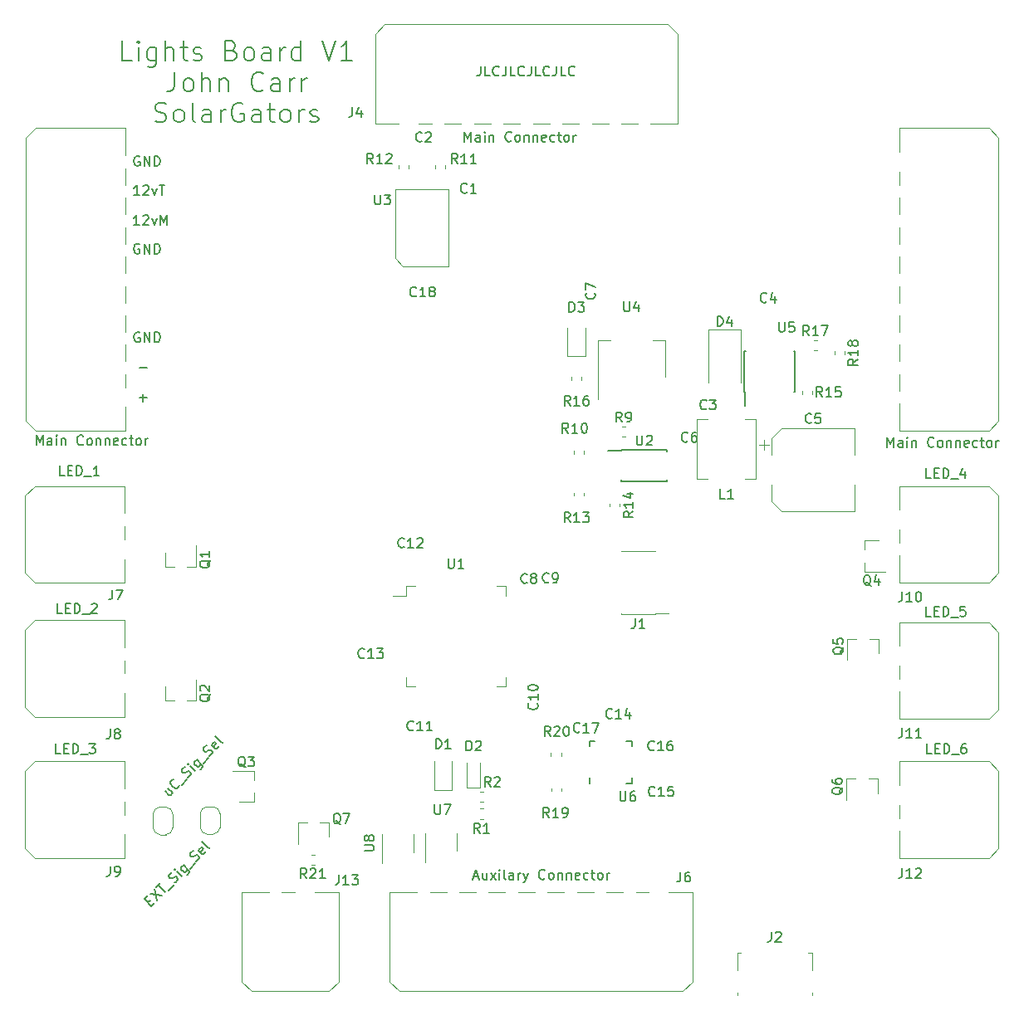
<source format=gto>
G04 #@! TF.GenerationSoftware,KiCad,Pcbnew,(5.1.4)-1*
G04 #@! TF.CreationDate,2021-11-29T21:13:24-05:00*
G04 #@! TF.ProjectId,Lights_Board,4c696768-7473-45f4-926f-6172642e6b69,rev?*
G04 #@! TF.SameCoordinates,Original*
G04 #@! TF.FileFunction,Legend,Top*
G04 #@! TF.FilePolarity,Positive*
%FSLAX46Y46*%
G04 Gerber Fmt 4.6, Leading zero omitted, Abs format (unit mm)*
G04 Created by KiCad (PCBNEW (5.1.4)-1) date 2021-11-29 21:13:24*
%MOMM*%
%LPD*%
G04 APERTURE LIST*
%ADD10C,0.150000*%
%ADD11C,0.120000*%
%ADD12R,3.702000X2.602000*%
%ADD13C,0.100000*%
%ADD14C,2.602000*%
%ADD15R,0.752000X1.662000*%
%ADD16C,0.692000*%
%ADD17R,0.902000X1.002000*%
%ADD18R,1.002000X0.902000*%
%ADD19C,0.402000*%
%ADD20C,0.977000*%
%ADD21R,1.902000X2.602000*%
%ADD22C,0.500000*%
%ADD23O,1.602000X2.122000*%
%ADD24C,1.602000*%
%ADD25C,3.102000*%
%ADD26C,3.302000*%
%ADD27R,0.702000X1.652000*%
%ADD28R,3.202000X2.702000*%
%ADD29R,1.602000X2.102000*%
%ADD30R,3.902000X2.102000*%
%ADD31R,0.702000X1.502000*%
%ADD32R,1.552000X0.552000*%
%ADD33O,2.122000X1.602000*%
%ADD34R,1.277000X2.002000*%
%ADD35R,2.477000X2.002000*%
%ADD36R,1.577000X2.202000*%
%ADD37R,0.552000X1.482000*%
%ADD38R,2.502000X0.842000*%
%ADD39C,1.402000*%
%ADD40C,0.952000*%
G04 APERTURE END LIST*
D10*
X146830952Y-55222380D02*
X146830952Y-55936666D01*
X146783333Y-56079523D01*
X146688095Y-56174761D01*
X146545238Y-56222380D01*
X146450000Y-56222380D01*
X147783333Y-56222380D02*
X147307142Y-56222380D01*
X147307142Y-55222380D01*
X148688095Y-56127142D02*
X148640476Y-56174761D01*
X148497619Y-56222380D01*
X148402380Y-56222380D01*
X148259523Y-56174761D01*
X148164285Y-56079523D01*
X148116666Y-55984285D01*
X148069047Y-55793809D01*
X148069047Y-55650952D01*
X148116666Y-55460476D01*
X148164285Y-55365238D01*
X148259523Y-55270000D01*
X148402380Y-55222380D01*
X148497619Y-55222380D01*
X148640476Y-55270000D01*
X148688095Y-55317619D01*
X149402380Y-55222380D02*
X149402380Y-55936666D01*
X149354761Y-56079523D01*
X149259523Y-56174761D01*
X149116666Y-56222380D01*
X149021428Y-56222380D01*
X150354761Y-56222380D02*
X149878571Y-56222380D01*
X149878571Y-55222380D01*
X151259523Y-56127142D02*
X151211904Y-56174761D01*
X151069047Y-56222380D01*
X150973809Y-56222380D01*
X150830952Y-56174761D01*
X150735714Y-56079523D01*
X150688095Y-55984285D01*
X150640476Y-55793809D01*
X150640476Y-55650952D01*
X150688095Y-55460476D01*
X150735714Y-55365238D01*
X150830952Y-55270000D01*
X150973809Y-55222380D01*
X151069047Y-55222380D01*
X151211904Y-55270000D01*
X151259523Y-55317619D01*
X151973809Y-55222380D02*
X151973809Y-55936666D01*
X151926190Y-56079523D01*
X151830952Y-56174761D01*
X151688095Y-56222380D01*
X151592857Y-56222380D01*
X152926190Y-56222380D02*
X152450000Y-56222380D01*
X152450000Y-55222380D01*
X153830952Y-56127142D02*
X153783333Y-56174761D01*
X153640476Y-56222380D01*
X153545238Y-56222380D01*
X153402380Y-56174761D01*
X153307142Y-56079523D01*
X153259523Y-55984285D01*
X153211904Y-55793809D01*
X153211904Y-55650952D01*
X153259523Y-55460476D01*
X153307142Y-55365238D01*
X153402380Y-55270000D01*
X153545238Y-55222380D01*
X153640476Y-55222380D01*
X153783333Y-55270000D01*
X153830952Y-55317619D01*
X154545238Y-55222380D02*
X154545238Y-55936666D01*
X154497619Y-56079523D01*
X154402380Y-56174761D01*
X154259523Y-56222380D01*
X154164285Y-56222380D01*
X155497619Y-56222380D02*
X155021428Y-56222380D01*
X155021428Y-55222380D01*
X156402380Y-56127142D02*
X156354761Y-56174761D01*
X156211904Y-56222380D01*
X156116666Y-56222380D01*
X155973809Y-56174761D01*
X155878571Y-56079523D01*
X155830952Y-55984285D01*
X155783333Y-55793809D01*
X155783333Y-55650952D01*
X155830952Y-55460476D01*
X155878571Y-55365238D01*
X155973809Y-55270000D01*
X156116666Y-55222380D01*
X156211904Y-55222380D01*
X156354761Y-55270000D01*
X156402380Y-55317619D01*
X112048095Y-64450000D02*
X111952857Y-64402380D01*
X111810000Y-64402380D01*
X111667142Y-64450000D01*
X111571904Y-64545238D01*
X111524285Y-64640476D01*
X111476666Y-64830952D01*
X111476666Y-64973809D01*
X111524285Y-65164285D01*
X111571904Y-65259523D01*
X111667142Y-65354761D01*
X111810000Y-65402380D01*
X111905238Y-65402380D01*
X112048095Y-65354761D01*
X112095714Y-65307142D01*
X112095714Y-64973809D01*
X111905238Y-64973809D01*
X112524285Y-65402380D02*
X112524285Y-64402380D01*
X113095714Y-65402380D01*
X113095714Y-64402380D01*
X113571904Y-65402380D02*
X113571904Y-64402380D01*
X113810000Y-64402380D01*
X113952857Y-64450000D01*
X114048095Y-64545238D01*
X114095714Y-64640476D01*
X114143333Y-64830952D01*
X114143333Y-64973809D01*
X114095714Y-65164285D01*
X114048095Y-65259523D01*
X113952857Y-65354761D01*
X113810000Y-65402380D01*
X113571904Y-65402380D01*
X112058095Y-82430000D02*
X111962857Y-82382380D01*
X111820000Y-82382380D01*
X111677142Y-82430000D01*
X111581904Y-82525238D01*
X111534285Y-82620476D01*
X111486666Y-82810952D01*
X111486666Y-82953809D01*
X111534285Y-83144285D01*
X111581904Y-83239523D01*
X111677142Y-83334761D01*
X111820000Y-83382380D01*
X111915238Y-83382380D01*
X112058095Y-83334761D01*
X112105714Y-83287142D01*
X112105714Y-82953809D01*
X111915238Y-82953809D01*
X112534285Y-83382380D02*
X112534285Y-82382380D01*
X113105714Y-83382380D01*
X113105714Y-82382380D01*
X113581904Y-83382380D02*
X113581904Y-82382380D01*
X113820000Y-82382380D01*
X113962857Y-82430000D01*
X114058095Y-82525238D01*
X114105714Y-82620476D01*
X114153333Y-82810952D01*
X114153333Y-82953809D01*
X114105714Y-83144285D01*
X114058095Y-83239523D01*
X113962857Y-83334761D01*
X113820000Y-83382380D01*
X113581904Y-83382380D01*
X112038095Y-73400000D02*
X111942857Y-73352380D01*
X111800000Y-73352380D01*
X111657142Y-73400000D01*
X111561904Y-73495238D01*
X111514285Y-73590476D01*
X111466666Y-73780952D01*
X111466666Y-73923809D01*
X111514285Y-74114285D01*
X111561904Y-74209523D01*
X111657142Y-74304761D01*
X111800000Y-74352380D01*
X111895238Y-74352380D01*
X112038095Y-74304761D01*
X112085714Y-74257142D01*
X112085714Y-73923809D01*
X111895238Y-73923809D01*
X112514285Y-74352380D02*
X112514285Y-73352380D01*
X113085714Y-74352380D01*
X113085714Y-73352380D01*
X113561904Y-74352380D02*
X113561904Y-73352380D01*
X113800000Y-73352380D01*
X113942857Y-73400000D01*
X114038095Y-73495238D01*
X114085714Y-73590476D01*
X114133333Y-73780952D01*
X114133333Y-73923809D01*
X114085714Y-74114285D01*
X114038095Y-74209523D01*
X113942857Y-74304761D01*
X113800000Y-74352380D01*
X113561904Y-74352380D01*
X112047619Y-68382380D02*
X111476190Y-68382380D01*
X111761904Y-68382380D02*
X111761904Y-67382380D01*
X111666666Y-67525238D01*
X111571428Y-67620476D01*
X111476190Y-67668095D01*
X112428571Y-67477619D02*
X112476190Y-67430000D01*
X112571428Y-67382380D01*
X112809523Y-67382380D01*
X112904761Y-67430000D01*
X112952380Y-67477619D01*
X113000000Y-67572857D01*
X113000000Y-67668095D01*
X112952380Y-67810952D01*
X112380952Y-68382380D01*
X113000000Y-68382380D01*
X113333333Y-67715714D02*
X113571428Y-68382380D01*
X113809523Y-67715714D01*
X114047619Y-67382380D02*
X114619047Y-67382380D01*
X114333333Y-68382380D02*
X114333333Y-67382380D01*
X112027142Y-71442380D02*
X111455714Y-71442380D01*
X111741428Y-71442380D02*
X111741428Y-70442380D01*
X111646190Y-70585238D01*
X111550952Y-70680476D01*
X111455714Y-70728095D01*
X112408095Y-70537619D02*
X112455714Y-70490000D01*
X112550952Y-70442380D01*
X112789047Y-70442380D01*
X112884285Y-70490000D01*
X112931904Y-70537619D01*
X112979523Y-70632857D01*
X112979523Y-70728095D01*
X112931904Y-70870952D01*
X112360476Y-71442380D01*
X112979523Y-71442380D01*
X113312857Y-70775714D02*
X113550952Y-71442380D01*
X113789047Y-70775714D01*
X114170000Y-71442380D02*
X114170000Y-70442380D01*
X114503333Y-71156666D01*
X114836666Y-70442380D01*
X114836666Y-71442380D01*
X112029047Y-86021428D02*
X112790952Y-86021428D01*
X112019047Y-89051428D02*
X112780952Y-89051428D01*
X112400000Y-89432380D02*
X112400000Y-88670476D01*
X114957782Y-128889171D02*
X115429187Y-129360575D01*
X114654736Y-129192217D02*
X115025126Y-129562606D01*
X115126141Y-129596278D01*
X115227156Y-129562606D01*
X115328172Y-129461591D01*
X115361843Y-129360575D01*
X115361843Y-129293232D01*
X116102622Y-128552453D02*
X116102622Y-128619797D01*
X116035278Y-128754484D01*
X115967935Y-128821827D01*
X115833248Y-128889171D01*
X115698561Y-128889171D01*
X115597546Y-128855499D01*
X115429187Y-128754484D01*
X115328172Y-128653469D01*
X115227156Y-128485110D01*
X115193485Y-128384095D01*
X115193485Y-128249408D01*
X115260828Y-128114721D01*
X115328172Y-128047377D01*
X115462859Y-127980034D01*
X115530202Y-127980034D01*
X116371996Y-128552453D02*
X116910744Y-128013705D01*
X116944416Y-127778003D02*
X117079103Y-127710660D01*
X117247461Y-127542301D01*
X117281133Y-127441286D01*
X117281133Y-127373942D01*
X117247461Y-127272927D01*
X117180118Y-127205583D01*
X117079103Y-127171912D01*
X117011759Y-127171912D01*
X116910744Y-127205583D01*
X116742385Y-127306599D01*
X116641370Y-127340270D01*
X116574026Y-127340270D01*
X116473011Y-127306599D01*
X116405668Y-127239255D01*
X116371996Y-127138240D01*
X116371996Y-127070896D01*
X116405668Y-126969881D01*
X116574026Y-126801522D01*
X116708713Y-126734179D01*
X117685194Y-127104568D02*
X117213790Y-126633164D01*
X116978087Y-126397461D02*
X116978087Y-126464805D01*
X117045431Y-126464805D01*
X117045431Y-126397461D01*
X116978087Y-126397461D01*
X117045431Y-126464805D01*
X117853553Y-125993400D02*
X118425973Y-126565820D01*
X118459644Y-126666835D01*
X118459644Y-126734179D01*
X118425973Y-126835194D01*
X118324957Y-126936209D01*
X118223942Y-126969881D01*
X118291286Y-126431133D02*
X118257614Y-126532148D01*
X118122927Y-126666835D01*
X118021912Y-126700507D01*
X117954568Y-126700507D01*
X117853553Y-126666835D01*
X117651522Y-126464805D01*
X117617851Y-126363790D01*
X117617851Y-126296446D01*
X117651522Y-126195431D01*
X117786209Y-126060744D01*
X117887225Y-126027072D01*
X118560660Y-126363790D02*
X119099408Y-125825042D01*
X119133079Y-125589339D02*
X119267766Y-125521996D01*
X119436125Y-125353637D01*
X119469797Y-125252622D01*
X119469797Y-125185278D01*
X119436125Y-125084263D01*
X119368782Y-125016920D01*
X119267766Y-124983248D01*
X119200423Y-124983248D01*
X119099408Y-125016920D01*
X118931049Y-125117935D01*
X118830034Y-125151607D01*
X118762690Y-125151607D01*
X118661675Y-125117935D01*
X118594331Y-125050591D01*
X118560660Y-124949576D01*
X118560660Y-124882233D01*
X118594331Y-124781217D01*
X118762690Y-124612859D01*
X118897377Y-124545515D01*
X120109560Y-124612859D02*
X120075888Y-124713874D01*
X119941201Y-124848561D01*
X119840186Y-124882233D01*
X119739171Y-124848561D01*
X119469797Y-124579187D01*
X119436125Y-124478172D01*
X119469797Y-124377156D01*
X119604484Y-124242469D01*
X119705499Y-124208798D01*
X119806514Y-124242469D01*
X119873858Y-124309813D01*
X119604484Y-124713874D01*
X120580965Y-124208798D02*
X120479950Y-124242469D01*
X120378934Y-124208798D01*
X119772843Y-123602706D01*
X112903214Y-140545770D02*
X113138916Y-140310068D01*
X113610320Y-140579442D02*
X113273603Y-140916159D01*
X112566496Y-140209053D01*
X112903214Y-139872335D01*
X113138916Y-139636633D02*
X114317427Y-139872335D01*
X113610320Y-139165228D02*
X113846023Y-140343740D01*
X113778679Y-138996870D02*
X114182740Y-138592809D01*
X114687816Y-139501946D02*
X113980710Y-138794839D01*
X115024534Y-139299915D02*
X115563282Y-138761167D01*
X115596954Y-138525465D02*
X115731641Y-138458122D01*
X115900000Y-138289763D01*
X115933671Y-138188748D01*
X115933671Y-138121404D01*
X115900000Y-138020389D01*
X115832656Y-137953045D01*
X115731641Y-137919374D01*
X115664297Y-137919374D01*
X115563282Y-137953045D01*
X115394923Y-138054061D01*
X115293908Y-138087732D01*
X115226564Y-138087732D01*
X115125549Y-138054061D01*
X115058206Y-137986717D01*
X115024534Y-137885702D01*
X115024534Y-137818358D01*
X115058206Y-137717343D01*
X115226564Y-137548984D01*
X115361251Y-137481641D01*
X116337732Y-137852030D02*
X115866328Y-137380625D01*
X115630625Y-137144923D02*
X115630625Y-137212267D01*
X115697969Y-137212267D01*
X115697969Y-137144923D01*
X115630625Y-137144923D01*
X115697969Y-137212267D01*
X116506091Y-136740862D02*
X117078511Y-137313282D01*
X117112183Y-137414297D01*
X117112183Y-137481641D01*
X117078511Y-137582656D01*
X116977496Y-137683671D01*
X116876480Y-137717343D01*
X116943824Y-137178595D02*
X116910152Y-137279610D01*
X116775465Y-137414297D01*
X116674450Y-137447969D01*
X116607106Y-137447969D01*
X116506091Y-137414297D01*
X116304061Y-137212267D01*
X116270389Y-137111251D01*
X116270389Y-137043908D01*
X116304061Y-136942893D01*
X116438748Y-136808206D01*
X116539763Y-136774534D01*
X117213198Y-137111251D02*
X117751946Y-136572503D01*
X117785618Y-136336801D02*
X117920305Y-136269458D01*
X118088663Y-136101099D01*
X118122335Y-136000084D01*
X118122335Y-135932740D01*
X118088663Y-135831725D01*
X118021320Y-135764381D01*
X117920305Y-135730710D01*
X117852961Y-135730710D01*
X117751946Y-135764381D01*
X117583587Y-135865397D01*
X117482572Y-135899068D01*
X117415228Y-135899068D01*
X117314213Y-135865397D01*
X117246870Y-135798053D01*
X117213198Y-135697038D01*
X117213198Y-135629694D01*
X117246870Y-135528679D01*
X117415228Y-135360320D01*
X117549915Y-135292977D01*
X118762098Y-135360320D02*
X118728427Y-135461336D01*
X118593740Y-135596023D01*
X118492724Y-135629694D01*
X118391709Y-135596023D01*
X118122335Y-135326649D01*
X118088663Y-135225633D01*
X118122335Y-135124618D01*
X118257022Y-134989931D01*
X118358037Y-134956259D01*
X118459053Y-134989931D01*
X118526396Y-135057275D01*
X118257022Y-135461336D01*
X119233503Y-134956259D02*
X119132488Y-134989931D01*
X119031472Y-134956259D01*
X118425381Y-134350168D01*
X192830000Y-125362380D02*
X192353809Y-125362380D01*
X192353809Y-124362380D01*
X193163333Y-124838571D02*
X193496666Y-124838571D01*
X193639523Y-125362380D02*
X193163333Y-125362380D01*
X193163333Y-124362380D01*
X193639523Y-124362380D01*
X194068095Y-125362380D02*
X194068095Y-124362380D01*
X194306190Y-124362380D01*
X194449047Y-124410000D01*
X194544285Y-124505238D01*
X194591904Y-124600476D01*
X194639523Y-124790952D01*
X194639523Y-124933809D01*
X194591904Y-125124285D01*
X194544285Y-125219523D01*
X194449047Y-125314761D01*
X194306190Y-125362380D01*
X194068095Y-125362380D01*
X194830000Y-125457619D02*
X195591904Y-125457619D01*
X196258571Y-124362380D02*
X196068095Y-124362380D01*
X195972857Y-124410000D01*
X195925238Y-124457619D01*
X195830000Y-124600476D01*
X195782380Y-124790952D01*
X195782380Y-125171904D01*
X195830000Y-125267142D01*
X195877619Y-125314761D01*
X195972857Y-125362380D01*
X196163333Y-125362380D01*
X196258571Y-125314761D01*
X196306190Y-125267142D01*
X196353809Y-125171904D01*
X196353809Y-124933809D01*
X196306190Y-124838571D01*
X196258571Y-124790952D01*
X196163333Y-124743333D01*
X195972857Y-124743333D01*
X195877619Y-124790952D01*
X195830000Y-124838571D01*
X195782380Y-124933809D01*
X192740000Y-111362380D02*
X192263809Y-111362380D01*
X192263809Y-110362380D01*
X193073333Y-110838571D02*
X193406666Y-110838571D01*
X193549523Y-111362380D02*
X193073333Y-111362380D01*
X193073333Y-110362380D01*
X193549523Y-110362380D01*
X193978095Y-111362380D02*
X193978095Y-110362380D01*
X194216190Y-110362380D01*
X194359047Y-110410000D01*
X194454285Y-110505238D01*
X194501904Y-110600476D01*
X194549523Y-110790952D01*
X194549523Y-110933809D01*
X194501904Y-111124285D01*
X194454285Y-111219523D01*
X194359047Y-111314761D01*
X194216190Y-111362380D01*
X193978095Y-111362380D01*
X194740000Y-111457619D02*
X195501904Y-111457619D01*
X196216190Y-110362380D02*
X195740000Y-110362380D01*
X195692380Y-110838571D01*
X195740000Y-110790952D01*
X195835238Y-110743333D01*
X196073333Y-110743333D01*
X196168571Y-110790952D01*
X196216190Y-110838571D01*
X196263809Y-110933809D01*
X196263809Y-111171904D01*
X196216190Y-111267142D01*
X196168571Y-111314761D01*
X196073333Y-111362380D01*
X195835238Y-111362380D01*
X195740000Y-111314761D01*
X195692380Y-111267142D01*
X192740000Y-97262380D02*
X192263809Y-97262380D01*
X192263809Y-96262380D01*
X193073333Y-96738571D02*
X193406666Y-96738571D01*
X193549523Y-97262380D02*
X193073333Y-97262380D01*
X193073333Y-96262380D01*
X193549523Y-96262380D01*
X193978095Y-97262380D02*
X193978095Y-96262380D01*
X194216190Y-96262380D01*
X194359047Y-96310000D01*
X194454285Y-96405238D01*
X194501904Y-96500476D01*
X194549523Y-96690952D01*
X194549523Y-96833809D01*
X194501904Y-97024285D01*
X194454285Y-97119523D01*
X194359047Y-97214761D01*
X194216190Y-97262380D01*
X193978095Y-97262380D01*
X194740000Y-97357619D02*
X195501904Y-97357619D01*
X196168571Y-96595714D02*
X196168571Y-97262380D01*
X195930476Y-96214761D02*
X195692380Y-96929047D01*
X196311428Y-96929047D01*
X104000000Y-125362380D02*
X103523809Y-125362380D01*
X103523809Y-124362380D01*
X104333333Y-124838571D02*
X104666666Y-124838571D01*
X104809523Y-125362380D02*
X104333333Y-125362380D01*
X104333333Y-124362380D01*
X104809523Y-124362380D01*
X105238095Y-125362380D02*
X105238095Y-124362380D01*
X105476190Y-124362380D01*
X105619047Y-124410000D01*
X105714285Y-124505238D01*
X105761904Y-124600476D01*
X105809523Y-124790952D01*
X105809523Y-124933809D01*
X105761904Y-125124285D01*
X105714285Y-125219523D01*
X105619047Y-125314761D01*
X105476190Y-125362380D01*
X105238095Y-125362380D01*
X106000000Y-125457619D02*
X106761904Y-125457619D01*
X106904761Y-124362380D02*
X107523809Y-124362380D01*
X107190476Y-124743333D01*
X107333333Y-124743333D01*
X107428571Y-124790952D01*
X107476190Y-124838571D01*
X107523809Y-124933809D01*
X107523809Y-125171904D01*
X107476190Y-125267142D01*
X107428571Y-125314761D01*
X107333333Y-125362380D01*
X107047619Y-125362380D01*
X106952380Y-125314761D01*
X106904761Y-125267142D01*
X104180000Y-111052380D02*
X103703809Y-111052380D01*
X103703809Y-110052380D01*
X104513333Y-110528571D02*
X104846666Y-110528571D01*
X104989523Y-111052380D02*
X104513333Y-111052380D01*
X104513333Y-110052380D01*
X104989523Y-110052380D01*
X105418095Y-111052380D02*
X105418095Y-110052380D01*
X105656190Y-110052380D01*
X105799047Y-110100000D01*
X105894285Y-110195238D01*
X105941904Y-110290476D01*
X105989523Y-110480952D01*
X105989523Y-110623809D01*
X105941904Y-110814285D01*
X105894285Y-110909523D01*
X105799047Y-111004761D01*
X105656190Y-111052380D01*
X105418095Y-111052380D01*
X106180000Y-111147619D02*
X106941904Y-111147619D01*
X107132380Y-110147619D02*
X107180000Y-110100000D01*
X107275238Y-110052380D01*
X107513333Y-110052380D01*
X107608571Y-110100000D01*
X107656190Y-110147619D01*
X107703809Y-110242857D01*
X107703809Y-110338095D01*
X107656190Y-110480952D01*
X107084761Y-111052380D01*
X107703809Y-111052380D01*
X104400000Y-97002380D02*
X103923809Y-97002380D01*
X103923809Y-96002380D01*
X104733333Y-96478571D02*
X105066666Y-96478571D01*
X105209523Y-97002380D02*
X104733333Y-97002380D01*
X104733333Y-96002380D01*
X105209523Y-96002380D01*
X105638095Y-97002380D02*
X105638095Y-96002380D01*
X105876190Y-96002380D01*
X106019047Y-96050000D01*
X106114285Y-96145238D01*
X106161904Y-96240476D01*
X106209523Y-96430952D01*
X106209523Y-96573809D01*
X106161904Y-96764285D01*
X106114285Y-96859523D01*
X106019047Y-96954761D01*
X105876190Y-97002380D01*
X105638095Y-97002380D01*
X106400000Y-97097619D02*
X107161904Y-97097619D01*
X107923809Y-97002380D02*
X107352380Y-97002380D01*
X107638095Y-97002380D02*
X107638095Y-96002380D01*
X107542857Y-96145238D01*
X107447619Y-96240476D01*
X107352380Y-96288095D01*
X146129047Y-137906666D02*
X146605238Y-137906666D01*
X146033809Y-138192380D02*
X146367142Y-137192380D01*
X146700476Y-138192380D01*
X147462380Y-137525714D02*
X147462380Y-138192380D01*
X147033809Y-137525714D02*
X147033809Y-138049523D01*
X147081428Y-138144761D01*
X147176666Y-138192380D01*
X147319523Y-138192380D01*
X147414761Y-138144761D01*
X147462380Y-138097142D01*
X147843333Y-138192380D02*
X148367142Y-137525714D01*
X147843333Y-137525714D02*
X148367142Y-138192380D01*
X148748095Y-138192380D02*
X148748095Y-137525714D01*
X148748095Y-137192380D02*
X148700476Y-137240000D01*
X148748095Y-137287619D01*
X148795714Y-137240000D01*
X148748095Y-137192380D01*
X148748095Y-137287619D01*
X149367142Y-138192380D02*
X149271904Y-138144761D01*
X149224285Y-138049523D01*
X149224285Y-137192380D01*
X150176666Y-138192380D02*
X150176666Y-137668571D01*
X150129047Y-137573333D01*
X150033809Y-137525714D01*
X149843333Y-137525714D01*
X149748095Y-137573333D01*
X150176666Y-138144761D02*
X150081428Y-138192380D01*
X149843333Y-138192380D01*
X149748095Y-138144761D01*
X149700476Y-138049523D01*
X149700476Y-137954285D01*
X149748095Y-137859047D01*
X149843333Y-137811428D01*
X150081428Y-137811428D01*
X150176666Y-137763809D01*
X150652857Y-138192380D02*
X150652857Y-137525714D01*
X150652857Y-137716190D02*
X150700476Y-137620952D01*
X150748095Y-137573333D01*
X150843333Y-137525714D01*
X150938571Y-137525714D01*
X151176666Y-137525714D02*
X151414761Y-138192380D01*
X151652857Y-137525714D02*
X151414761Y-138192380D01*
X151319523Y-138430476D01*
X151271904Y-138478095D01*
X151176666Y-138525714D01*
X153367142Y-138097142D02*
X153319523Y-138144761D01*
X153176666Y-138192380D01*
X153081428Y-138192380D01*
X152938571Y-138144761D01*
X152843333Y-138049523D01*
X152795714Y-137954285D01*
X152748095Y-137763809D01*
X152748095Y-137620952D01*
X152795714Y-137430476D01*
X152843333Y-137335238D01*
X152938571Y-137240000D01*
X153081428Y-137192380D01*
X153176666Y-137192380D01*
X153319523Y-137240000D01*
X153367142Y-137287619D01*
X153938571Y-138192380D02*
X153843333Y-138144761D01*
X153795714Y-138097142D01*
X153748095Y-138001904D01*
X153748095Y-137716190D01*
X153795714Y-137620952D01*
X153843333Y-137573333D01*
X153938571Y-137525714D01*
X154081428Y-137525714D01*
X154176666Y-137573333D01*
X154224285Y-137620952D01*
X154271904Y-137716190D01*
X154271904Y-138001904D01*
X154224285Y-138097142D01*
X154176666Y-138144761D01*
X154081428Y-138192380D01*
X153938571Y-138192380D01*
X154700476Y-137525714D02*
X154700476Y-138192380D01*
X154700476Y-137620952D02*
X154748095Y-137573333D01*
X154843333Y-137525714D01*
X154986190Y-137525714D01*
X155081428Y-137573333D01*
X155129047Y-137668571D01*
X155129047Y-138192380D01*
X155605238Y-137525714D02*
X155605238Y-138192380D01*
X155605238Y-137620952D02*
X155652857Y-137573333D01*
X155748095Y-137525714D01*
X155890952Y-137525714D01*
X155986190Y-137573333D01*
X156033809Y-137668571D01*
X156033809Y-138192380D01*
X156890952Y-138144761D02*
X156795714Y-138192380D01*
X156605238Y-138192380D01*
X156510000Y-138144761D01*
X156462380Y-138049523D01*
X156462380Y-137668571D01*
X156510000Y-137573333D01*
X156605238Y-137525714D01*
X156795714Y-137525714D01*
X156890952Y-137573333D01*
X156938571Y-137668571D01*
X156938571Y-137763809D01*
X156462380Y-137859047D01*
X157795714Y-138144761D02*
X157700476Y-138192380D01*
X157510000Y-138192380D01*
X157414761Y-138144761D01*
X157367142Y-138097142D01*
X157319523Y-138001904D01*
X157319523Y-137716190D01*
X157367142Y-137620952D01*
X157414761Y-137573333D01*
X157510000Y-137525714D01*
X157700476Y-137525714D01*
X157795714Y-137573333D01*
X158081428Y-137525714D02*
X158462380Y-137525714D01*
X158224285Y-137192380D02*
X158224285Y-138049523D01*
X158271904Y-138144761D01*
X158367142Y-138192380D01*
X158462380Y-138192380D01*
X158938571Y-138192380D02*
X158843333Y-138144761D01*
X158795714Y-138097142D01*
X158748095Y-138001904D01*
X158748095Y-137716190D01*
X158795714Y-137620952D01*
X158843333Y-137573333D01*
X158938571Y-137525714D01*
X159081428Y-137525714D01*
X159176666Y-137573333D01*
X159224285Y-137620952D01*
X159271904Y-137716190D01*
X159271904Y-138001904D01*
X159224285Y-138097142D01*
X159176666Y-138144761D01*
X159081428Y-138192380D01*
X158938571Y-138192380D01*
X159700476Y-138192380D02*
X159700476Y-137525714D01*
X159700476Y-137716190D02*
X159748095Y-137620952D01*
X159795714Y-137573333D01*
X159890952Y-137525714D01*
X159986190Y-137525714D01*
X188260952Y-94092380D02*
X188260952Y-93092380D01*
X188594285Y-93806666D01*
X188927619Y-93092380D01*
X188927619Y-94092380D01*
X189832380Y-94092380D02*
X189832380Y-93568571D01*
X189784761Y-93473333D01*
X189689523Y-93425714D01*
X189499047Y-93425714D01*
X189403809Y-93473333D01*
X189832380Y-94044761D02*
X189737142Y-94092380D01*
X189499047Y-94092380D01*
X189403809Y-94044761D01*
X189356190Y-93949523D01*
X189356190Y-93854285D01*
X189403809Y-93759047D01*
X189499047Y-93711428D01*
X189737142Y-93711428D01*
X189832380Y-93663809D01*
X190308571Y-94092380D02*
X190308571Y-93425714D01*
X190308571Y-93092380D02*
X190260952Y-93140000D01*
X190308571Y-93187619D01*
X190356190Y-93140000D01*
X190308571Y-93092380D01*
X190308571Y-93187619D01*
X190784761Y-93425714D02*
X190784761Y-94092380D01*
X190784761Y-93520952D02*
X190832380Y-93473333D01*
X190927619Y-93425714D01*
X191070476Y-93425714D01*
X191165714Y-93473333D01*
X191213333Y-93568571D01*
X191213333Y-94092380D01*
X193022857Y-93997142D02*
X192975238Y-94044761D01*
X192832380Y-94092380D01*
X192737142Y-94092380D01*
X192594285Y-94044761D01*
X192499047Y-93949523D01*
X192451428Y-93854285D01*
X192403809Y-93663809D01*
X192403809Y-93520952D01*
X192451428Y-93330476D01*
X192499047Y-93235238D01*
X192594285Y-93140000D01*
X192737142Y-93092380D01*
X192832380Y-93092380D01*
X192975238Y-93140000D01*
X193022857Y-93187619D01*
X193594285Y-94092380D02*
X193499047Y-94044761D01*
X193451428Y-93997142D01*
X193403809Y-93901904D01*
X193403809Y-93616190D01*
X193451428Y-93520952D01*
X193499047Y-93473333D01*
X193594285Y-93425714D01*
X193737142Y-93425714D01*
X193832380Y-93473333D01*
X193880000Y-93520952D01*
X193927619Y-93616190D01*
X193927619Y-93901904D01*
X193880000Y-93997142D01*
X193832380Y-94044761D01*
X193737142Y-94092380D01*
X193594285Y-94092380D01*
X194356190Y-93425714D02*
X194356190Y-94092380D01*
X194356190Y-93520952D02*
X194403809Y-93473333D01*
X194499047Y-93425714D01*
X194641904Y-93425714D01*
X194737142Y-93473333D01*
X194784761Y-93568571D01*
X194784761Y-94092380D01*
X195260952Y-93425714D02*
X195260952Y-94092380D01*
X195260952Y-93520952D02*
X195308571Y-93473333D01*
X195403809Y-93425714D01*
X195546666Y-93425714D01*
X195641904Y-93473333D01*
X195689523Y-93568571D01*
X195689523Y-94092380D01*
X196546666Y-94044761D02*
X196451428Y-94092380D01*
X196260952Y-94092380D01*
X196165714Y-94044761D01*
X196118095Y-93949523D01*
X196118095Y-93568571D01*
X196165714Y-93473333D01*
X196260952Y-93425714D01*
X196451428Y-93425714D01*
X196546666Y-93473333D01*
X196594285Y-93568571D01*
X196594285Y-93663809D01*
X196118095Y-93759047D01*
X197451428Y-94044761D02*
X197356190Y-94092380D01*
X197165714Y-94092380D01*
X197070476Y-94044761D01*
X197022857Y-93997142D01*
X196975238Y-93901904D01*
X196975238Y-93616190D01*
X197022857Y-93520952D01*
X197070476Y-93473333D01*
X197165714Y-93425714D01*
X197356190Y-93425714D01*
X197451428Y-93473333D01*
X197737142Y-93425714D02*
X198118095Y-93425714D01*
X197880000Y-93092380D02*
X197880000Y-93949523D01*
X197927619Y-94044761D01*
X198022857Y-94092380D01*
X198118095Y-94092380D01*
X198594285Y-94092380D02*
X198499047Y-94044761D01*
X198451428Y-93997142D01*
X198403809Y-93901904D01*
X198403809Y-93616190D01*
X198451428Y-93520952D01*
X198499047Y-93473333D01*
X198594285Y-93425714D01*
X198737142Y-93425714D01*
X198832380Y-93473333D01*
X198880000Y-93520952D01*
X198927619Y-93616190D01*
X198927619Y-93901904D01*
X198880000Y-93997142D01*
X198832380Y-94044761D01*
X198737142Y-94092380D01*
X198594285Y-94092380D01*
X199356190Y-94092380D02*
X199356190Y-93425714D01*
X199356190Y-93616190D02*
X199403809Y-93520952D01*
X199451428Y-93473333D01*
X199546666Y-93425714D01*
X199641904Y-93425714D01*
X145190952Y-62922380D02*
X145190952Y-61922380D01*
X145524285Y-62636666D01*
X145857619Y-61922380D01*
X145857619Y-62922380D01*
X146762380Y-62922380D02*
X146762380Y-62398571D01*
X146714761Y-62303333D01*
X146619523Y-62255714D01*
X146429047Y-62255714D01*
X146333809Y-62303333D01*
X146762380Y-62874761D02*
X146667142Y-62922380D01*
X146429047Y-62922380D01*
X146333809Y-62874761D01*
X146286190Y-62779523D01*
X146286190Y-62684285D01*
X146333809Y-62589047D01*
X146429047Y-62541428D01*
X146667142Y-62541428D01*
X146762380Y-62493809D01*
X147238571Y-62922380D02*
X147238571Y-62255714D01*
X147238571Y-61922380D02*
X147190952Y-61970000D01*
X147238571Y-62017619D01*
X147286190Y-61970000D01*
X147238571Y-61922380D01*
X147238571Y-62017619D01*
X147714761Y-62255714D02*
X147714761Y-62922380D01*
X147714761Y-62350952D02*
X147762380Y-62303333D01*
X147857619Y-62255714D01*
X148000476Y-62255714D01*
X148095714Y-62303333D01*
X148143333Y-62398571D01*
X148143333Y-62922380D01*
X149952857Y-62827142D02*
X149905238Y-62874761D01*
X149762380Y-62922380D01*
X149667142Y-62922380D01*
X149524285Y-62874761D01*
X149429047Y-62779523D01*
X149381428Y-62684285D01*
X149333809Y-62493809D01*
X149333809Y-62350952D01*
X149381428Y-62160476D01*
X149429047Y-62065238D01*
X149524285Y-61970000D01*
X149667142Y-61922380D01*
X149762380Y-61922380D01*
X149905238Y-61970000D01*
X149952857Y-62017619D01*
X150524285Y-62922380D02*
X150429047Y-62874761D01*
X150381428Y-62827142D01*
X150333809Y-62731904D01*
X150333809Y-62446190D01*
X150381428Y-62350952D01*
X150429047Y-62303333D01*
X150524285Y-62255714D01*
X150667142Y-62255714D01*
X150762380Y-62303333D01*
X150810000Y-62350952D01*
X150857619Y-62446190D01*
X150857619Y-62731904D01*
X150810000Y-62827142D01*
X150762380Y-62874761D01*
X150667142Y-62922380D01*
X150524285Y-62922380D01*
X151286190Y-62255714D02*
X151286190Y-62922380D01*
X151286190Y-62350952D02*
X151333809Y-62303333D01*
X151429047Y-62255714D01*
X151571904Y-62255714D01*
X151667142Y-62303333D01*
X151714761Y-62398571D01*
X151714761Y-62922380D01*
X152190952Y-62255714D02*
X152190952Y-62922380D01*
X152190952Y-62350952D02*
X152238571Y-62303333D01*
X152333809Y-62255714D01*
X152476666Y-62255714D01*
X152571904Y-62303333D01*
X152619523Y-62398571D01*
X152619523Y-62922380D01*
X153476666Y-62874761D02*
X153381428Y-62922380D01*
X153190952Y-62922380D01*
X153095714Y-62874761D01*
X153048095Y-62779523D01*
X153048095Y-62398571D01*
X153095714Y-62303333D01*
X153190952Y-62255714D01*
X153381428Y-62255714D01*
X153476666Y-62303333D01*
X153524285Y-62398571D01*
X153524285Y-62493809D01*
X153048095Y-62589047D01*
X154381428Y-62874761D02*
X154286190Y-62922380D01*
X154095714Y-62922380D01*
X154000476Y-62874761D01*
X153952857Y-62827142D01*
X153905238Y-62731904D01*
X153905238Y-62446190D01*
X153952857Y-62350952D01*
X154000476Y-62303333D01*
X154095714Y-62255714D01*
X154286190Y-62255714D01*
X154381428Y-62303333D01*
X154667142Y-62255714D02*
X155048095Y-62255714D01*
X154810000Y-61922380D02*
X154810000Y-62779523D01*
X154857619Y-62874761D01*
X154952857Y-62922380D01*
X155048095Y-62922380D01*
X155524285Y-62922380D02*
X155429047Y-62874761D01*
X155381428Y-62827142D01*
X155333809Y-62731904D01*
X155333809Y-62446190D01*
X155381428Y-62350952D01*
X155429047Y-62303333D01*
X155524285Y-62255714D01*
X155667142Y-62255714D01*
X155762380Y-62303333D01*
X155810000Y-62350952D01*
X155857619Y-62446190D01*
X155857619Y-62731904D01*
X155810000Y-62827142D01*
X155762380Y-62874761D01*
X155667142Y-62922380D01*
X155524285Y-62922380D01*
X156286190Y-62922380D02*
X156286190Y-62255714D01*
X156286190Y-62446190D02*
X156333809Y-62350952D01*
X156381428Y-62303333D01*
X156476666Y-62255714D01*
X156571904Y-62255714D01*
X101540952Y-93882380D02*
X101540952Y-92882380D01*
X101874285Y-93596666D01*
X102207619Y-92882380D01*
X102207619Y-93882380D01*
X103112380Y-93882380D02*
X103112380Y-93358571D01*
X103064761Y-93263333D01*
X102969523Y-93215714D01*
X102779047Y-93215714D01*
X102683809Y-93263333D01*
X103112380Y-93834761D02*
X103017142Y-93882380D01*
X102779047Y-93882380D01*
X102683809Y-93834761D01*
X102636190Y-93739523D01*
X102636190Y-93644285D01*
X102683809Y-93549047D01*
X102779047Y-93501428D01*
X103017142Y-93501428D01*
X103112380Y-93453809D01*
X103588571Y-93882380D02*
X103588571Y-93215714D01*
X103588571Y-92882380D02*
X103540952Y-92930000D01*
X103588571Y-92977619D01*
X103636190Y-92930000D01*
X103588571Y-92882380D01*
X103588571Y-92977619D01*
X104064761Y-93215714D02*
X104064761Y-93882380D01*
X104064761Y-93310952D02*
X104112380Y-93263333D01*
X104207619Y-93215714D01*
X104350476Y-93215714D01*
X104445714Y-93263333D01*
X104493333Y-93358571D01*
X104493333Y-93882380D01*
X106302857Y-93787142D02*
X106255238Y-93834761D01*
X106112380Y-93882380D01*
X106017142Y-93882380D01*
X105874285Y-93834761D01*
X105779047Y-93739523D01*
X105731428Y-93644285D01*
X105683809Y-93453809D01*
X105683809Y-93310952D01*
X105731428Y-93120476D01*
X105779047Y-93025238D01*
X105874285Y-92930000D01*
X106017142Y-92882380D01*
X106112380Y-92882380D01*
X106255238Y-92930000D01*
X106302857Y-92977619D01*
X106874285Y-93882380D02*
X106779047Y-93834761D01*
X106731428Y-93787142D01*
X106683809Y-93691904D01*
X106683809Y-93406190D01*
X106731428Y-93310952D01*
X106779047Y-93263333D01*
X106874285Y-93215714D01*
X107017142Y-93215714D01*
X107112380Y-93263333D01*
X107160000Y-93310952D01*
X107207619Y-93406190D01*
X107207619Y-93691904D01*
X107160000Y-93787142D01*
X107112380Y-93834761D01*
X107017142Y-93882380D01*
X106874285Y-93882380D01*
X107636190Y-93215714D02*
X107636190Y-93882380D01*
X107636190Y-93310952D02*
X107683809Y-93263333D01*
X107779047Y-93215714D01*
X107921904Y-93215714D01*
X108017142Y-93263333D01*
X108064761Y-93358571D01*
X108064761Y-93882380D01*
X108540952Y-93215714D02*
X108540952Y-93882380D01*
X108540952Y-93310952D02*
X108588571Y-93263333D01*
X108683809Y-93215714D01*
X108826666Y-93215714D01*
X108921904Y-93263333D01*
X108969523Y-93358571D01*
X108969523Y-93882380D01*
X109826666Y-93834761D02*
X109731428Y-93882380D01*
X109540952Y-93882380D01*
X109445714Y-93834761D01*
X109398095Y-93739523D01*
X109398095Y-93358571D01*
X109445714Y-93263333D01*
X109540952Y-93215714D01*
X109731428Y-93215714D01*
X109826666Y-93263333D01*
X109874285Y-93358571D01*
X109874285Y-93453809D01*
X109398095Y-93549047D01*
X110731428Y-93834761D02*
X110636190Y-93882380D01*
X110445714Y-93882380D01*
X110350476Y-93834761D01*
X110302857Y-93787142D01*
X110255238Y-93691904D01*
X110255238Y-93406190D01*
X110302857Y-93310952D01*
X110350476Y-93263333D01*
X110445714Y-93215714D01*
X110636190Y-93215714D01*
X110731428Y-93263333D01*
X111017142Y-93215714D02*
X111398095Y-93215714D01*
X111160000Y-92882380D02*
X111160000Y-93739523D01*
X111207619Y-93834761D01*
X111302857Y-93882380D01*
X111398095Y-93882380D01*
X111874285Y-93882380D02*
X111779047Y-93834761D01*
X111731428Y-93787142D01*
X111683809Y-93691904D01*
X111683809Y-93406190D01*
X111731428Y-93310952D01*
X111779047Y-93263333D01*
X111874285Y-93215714D01*
X112017142Y-93215714D01*
X112112380Y-93263333D01*
X112160000Y-93310952D01*
X112207619Y-93406190D01*
X112207619Y-93691904D01*
X112160000Y-93787142D01*
X112112380Y-93834761D01*
X112017142Y-93882380D01*
X111874285Y-93882380D01*
X112636190Y-93882380D02*
X112636190Y-93215714D01*
X112636190Y-93406190D02*
X112683809Y-93310952D01*
X112731428Y-93263333D01*
X112826666Y-93215714D01*
X112921904Y-93215714D01*
X111255714Y-54664761D02*
X110303333Y-54664761D01*
X110303333Y-52664761D01*
X111922380Y-54664761D02*
X111922380Y-53331428D01*
X111922380Y-52664761D02*
X111827142Y-52760000D01*
X111922380Y-52855238D01*
X112017619Y-52760000D01*
X111922380Y-52664761D01*
X111922380Y-52855238D01*
X113731904Y-53331428D02*
X113731904Y-54950476D01*
X113636666Y-55140952D01*
X113541428Y-55236190D01*
X113350952Y-55331428D01*
X113065238Y-55331428D01*
X112874761Y-55236190D01*
X113731904Y-54569523D02*
X113541428Y-54664761D01*
X113160476Y-54664761D01*
X112970000Y-54569523D01*
X112874761Y-54474285D01*
X112779523Y-54283809D01*
X112779523Y-53712380D01*
X112874761Y-53521904D01*
X112970000Y-53426666D01*
X113160476Y-53331428D01*
X113541428Y-53331428D01*
X113731904Y-53426666D01*
X114684285Y-54664761D02*
X114684285Y-52664761D01*
X115541428Y-54664761D02*
X115541428Y-53617142D01*
X115446190Y-53426666D01*
X115255714Y-53331428D01*
X114970000Y-53331428D01*
X114779523Y-53426666D01*
X114684285Y-53521904D01*
X116208095Y-53331428D02*
X116970000Y-53331428D01*
X116493809Y-52664761D02*
X116493809Y-54379047D01*
X116589047Y-54569523D01*
X116779523Y-54664761D01*
X116970000Y-54664761D01*
X117541428Y-54569523D02*
X117731904Y-54664761D01*
X118112857Y-54664761D01*
X118303333Y-54569523D01*
X118398571Y-54379047D01*
X118398571Y-54283809D01*
X118303333Y-54093333D01*
X118112857Y-53998095D01*
X117827142Y-53998095D01*
X117636666Y-53902857D01*
X117541428Y-53712380D01*
X117541428Y-53617142D01*
X117636666Y-53426666D01*
X117827142Y-53331428D01*
X118112857Y-53331428D01*
X118303333Y-53426666D01*
X121446190Y-53617142D02*
X121731904Y-53712380D01*
X121827142Y-53807619D01*
X121922380Y-53998095D01*
X121922380Y-54283809D01*
X121827142Y-54474285D01*
X121731904Y-54569523D01*
X121541428Y-54664761D01*
X120779523Y-54664761D01*
X120779523Y-52664761D01*
X121446190Y-52664761D01*
X121636666Y-52760000D01*
X121731904Y-52855238D01*
X121827142Y-53045714D01*
X121827142Y-53236190D01*
X121731904Y-53426666D01*
X121636666Y-53521904D01*
X121446190Y-53617142D01*
X120779523Y-53617142D01*
X123065238Y-54664761D02*
X122874761Y-54569523D01*
X122779523Y-54474285D01*
X122684285Y-54283809D01*
X122684285Y-53712380D01*
X122779523Y-53521904D01*
X122874761Y-53426666D01*
X123065238Y-53331428D01*
X123350952Y-53331428D01*
X123541428Y-53426666D01*
X123636666Y-53521904D01*
X123731904Y-53712380D01*
X123731904Y-54283809D01*
X123636666Y-54474285D01*
X123541428Y-54569523D01*
X123350952Y-54664761D01*
X123065238Y-54664761D01*
X125446190Y-54664761D02*
X125446190Y-53617142D01*
X125350952Y-53426666D01*
X125160476Y-53331428D01*
X124779523Y-53331428D01*
X124589047Y-53426666D01*
X125446190Y-54569523D02*
X125255714Y-54664761D01*
X124779523Y-54664761D01*
X124589047Y-54569523D01*
X124493809Y-54379047D01*
X124493809Y-54188571D01*
X124589047Y-53998095D01*
X124779523Y-53902857D01*
X125255714Y-53902857D01*
X125446190Y-53807619D01*
X126398571Y-54664761D02*
X126398571Y-53331428D01*
X126398571Y-53712380D02*
X126493809Y-53521904D01*
X126589047Y-53426666D01*
X126779523Y-53331428D01*
X126970000Y-53331428D01*
X128493809Y-54664761D02*
X128493809Y-52664761D01*
X128493809Y-54569523D02*
X128303333Y-54664761D01*
X127922380Y-54664761D01*
X127731904Y-54569523D01*
X127636666Y-54474285D01*
X127541428Y-54283809D01*
X127541428Y-53712380D01*
X127636666Y-53521904D01*
X127731904Y-53426666D01*
X127922380Y-53331428D01*
X128303333Y-53331428D01*
X128493809Y-53426666D01*
X130684285Y-52664761D02*
X131350952Y-54664761D01*
X132017619Y-52664761D01*
X133731904Y-54664761D02*
X132589047Y-54664761D01*
X133160476Y-54664761D02*
X133160476Y-52664761D01*
X132970000Y-52950476D01*
X132779523Y-53140952D01*
X132589047Y-53236190D01*
X115636666Y-55814761D02*
X115636666Y-57243333D01*
X115541428Y-57529047D01*
X115350952Y-57719523D01*
X115065238Y-57814761D01*
X114874761Y-57814761D01*
X116874761Y-57814761D02*
X116684285Y-57719523D01*
X116589047Y-57624285D01*
X116493809Y-57433809D01*
X116493809Y-56862380D01*
X116589047Y-56671904D01*
X116684285Y-56576666D01*
X116874761Y-56481428D01*
X117160476Y-56481428D01*
X117350952Y-56576666D01*
X117446190Y-56671904D01*
X117541428Y-56862380D01*
X117541428Y-57433809D01*
X117446190Y-57624285D01*
X117350952Y-57719523D01*
X117160476Y-57814761D01*
X116874761Y-57814761D01*
X118398571Y-57814761D02*
X118398571Y-55814761D01*
X119255714Y-57814761D02*
X119255714Y-56767142D01*
X119160476Y-56576666D01*
X118970000Y-56481428D01*
X118684285Y-56481428D01*
X118493809Y-56576666D01*
X118398571Y-56671904D01*
X120208095Y-56481428D02*
X120208095Y-57814761D01*
X120208095Y-56671904D02*
X120303333Y-56576666D01*
X120493809Y-56481428D01*
X120779523Y-56481428D01*
X120970000Y-56576666D01*
X121065238Y-56767142D01*
X121065238Y-57814761D01*
X124684285Y-57624285D02*
X124589047Y-57719523D01*
X124303333Y-57814761D01*
X124112857Y-57814761D01*
X123827142Y-57719523D01*
X123636666Y-57529047D01*
X123541428Y-57338571D01*
X123446190Y-56957619D01*
X123446190Y-56671904D01*
X123541428Y-56290952D01*
X123636666Y-56100476D01*
X123827142Y-55910000D01*
X124112857Y-55814761D01*
X124303333Y-55814761D01*
X124589047Y-55910000D01*
X124684285Y-56005238D01*
X126398571Y-57814761D02*
X126398571Y-56767142D01*
X126303333Y-56576666D01*
X126112857Y-56481428D01*
X125731904Y-56481428D01*
X125541428Y-56576666D01*
X126398571Y-57719523D02*
X126208095Y-57814761D01*
X125731904Y-57814761D01*
X125541428Y-57719523D01*
X125446190Y-57529047D01*
X125446190Y-57338571D01*
X125541428Y-57148095D01*
X125731904Y-57052857D01*
X126208095Y-57052857D01*
X126398571Y-56957619D01*
X127350952Y-57814761D02*
X127350952Y-56481428D01*
X127350952Y-56862380D02*
X127446190Y-56671904D01*
X127541428Y-56576666D01*
X127731904Y-56481428D01*
X127922380Y-56481428D01*
X128589047Y-57814761D02*
X128589047Y-56481428D01*
X128589047Y-56862380D02*
X128684285Y-56671904D01*
X128779523Y-56576666D01*
X128970000Y-56481428D01*
X129160476Y-56481428D01*
X113636666Y-60869523D02*
X113922380Y-60964761D01*
X114398571Y-60964761D01*
X114589047Y-60869523D01*
X114684285Y-60774285D01*
X114779523Y-60583809D01*
X114779523Y-60393333D01*
X114684285Y-60202857D01*
X114589047Y-60107619D01*
X114398571Y-60012380D01*
X114017619Y-59917142D01*
X113827142Y-59821904D01*
X113731904Y-59726666D01*
X113636666Y-59536190D01*
X113636666Y-59345714D01*
X113731904Y-59155238D01*
X113827142Y-59060000D01*
X114017619Y-58964761D01*
X114493809Y-58964761D01*
X114779523Y-59060000D01*
X115922380Y-60964761D02*
X115731904Y-60869523D01*
X115636666Y-60774285D01*
X115541428Y-60583809D01*
X115541428Y-60012380D01*
X115636666Y-59821904D01*
X115731904Y-59726666D01*
X115922380Y-59631428D01*
X116208095Y-59631428D01*
X116398571Y-59726666D01*
X116493809Y-59821904D01*
X116589047Y-60012380D01*
X116589047Y-60583809D01*
X116493809Y-60774285D01*
X116398571Y-60869523D01*
X116208095Y-60964761D01*
X115922380Y-60964761D01*
X117731904Y-60964761D02*
X117541428Y-60869523D01*
X117446190Y-60679047D01*
X117446190Y-58964761D01*
X119350952Y-60964761D02*
X119350952Y-59917142D01*
X119255714Y-59726666D01*
X119065238Y-59631428D01*
X118684285Y-59631428D01*
X118493809Y-59726666D01*
X119350952Y-60869523D02*
X119160476Y-60964761D01*
X118684285Y-60964761D01*
X118493809Y-60869523D01*
X118398571Y-60679047D01*
X118398571Y-60488571D01*
X118493809Y-60298095D01*
X118684285Y-60202857D01*
X119160476Y-60202857D01*
X119350952Y-60107619D01*
X120303333Y-60964761D02*
X120303333Y-59631428D01*
X120303333Y-60012380D02*
X120398571Y-59821904D01*
X120493809Y-59726666D01*
X120684285Y-59631428D01*
X120874761Y-59631428D01*
X122589047Y-59060000D02*
X122398571Y-58964761D01*
X122112857Y-58964761D01*
X121827142Y-59060000D01*
X121636666Y-59250476D01*
X121541428Y-59440952D01*
X121446190Y-59821904D01*
X121446190Y-60107619D01*
X121541428Y-60488571D01*
X121636666Y-60679047D01*
X121827142Y-60869523D01*
X122112857Y-60964761D01*
X122303333Y-60964761D01*
X122589047Y-60869523D01*
X122684285Y-60774285D01*
X122684285Y-60107619D01*
X122303333Y-60107619D01*
X124398571Y-60964761D02*
X124398571Y-59917142D01*
X124303333Y-59726666D01*
X124112857Y-59631428D01*
X123731904Y-59631428D01*
X123541428Y-59726666D01*
X124398571Y-60869523D02*
X124208095Y-60964761D01*
X123731904Y-60964761D01*
X123541428Y-60869523D01*
X123446190Y-60679047D01*
X123446190Y-60488571D01*
X123541428Y-60298095D01*
X123731904Y-60202857D01*
X124208095Y-60202857D01*
X124398571Y-60107619D01*
X125065238Y-59631428D02*
X125827142Y-59631428D01*
X125350952Y-58964761D02*
X125350952Y-60679047D01*
X125446190Y-60869523D01*
X125636666Y-60964761D01*
X125827142Y-60964761D01*
X126779523Y-60964761D02*
X126589047Y-60869523D01*
X126493809Y-60774285D01*
X126398571Y-60583809D01*
X126398571Y-60012380D01*
X126493809Y-59821904D01*
X126589047Y-59726666D01*
X126779523Y-59631428D01*
X127065238Y-59631428D01*
X127255714Y-59726666D01*
X127350952Y-59821904D01*
X127446190Y-60012380D01*
X127446190Y-60583809D01*
X127350952Y-60774285D01*
X127255714Y-60869523D01*
X127065238Y-60964761D01*
X126779523Y-60964761D01*
X128303333Y-60964761D02*
X128303333Y-59631428D01*
X128303333Y-60012380D02*
X128398571Y-59821904D01*
X128493809Y-59726666D01*
X128684285Y-59631428D01*
X128874761Y-59631428D01*
X129446190Y-60869523D02*
X129636666Y-60964761D01*
X130017619Y-60964761D01*
X130208095Y-60869523D01*
X130303333Y-60679047D01*
X130303333Y-60583809D01*
X130208095Y-60393333D01*
X130017619Y-60298095D01*
X129731904Y-60298095D01*
X129541428Y-60202857D01*
X129446190Y-60012380D01*
X129446190Y-59917142D01*
X129541428Y-59726666D01*
X129731904Y-59631428D01*
X130017619Y-59631428D01*
X130208095Y-59726666D01*
D11*
X168900000Y-91200000D02*
X174900000Y-91200000D01*
X174900000Y-97300000D02*
X168900000Y-97300000D01*
X174900000Y-91200000D02*
X174900000Y-97300000D01*
X168900000Y-97300000D02*
X168900000Y-91200000D01*
X175700000Y-93390000D02*
X175700000Y-94390000D01*
X175200000Y-93890000D02*
X176200000Y-93890000D01*
X176440000Y-99595563D02*
X177504437Y-100660000D01*
X176440000Y-93204437D02*
X177504437Y-92140000D01*
X176440000Y-93204437D02*
X176440000Y-94890000D01*
X176440000Y-99595563D02*
X176440000Y-97910000D01*
X177504437Y-100660000D02*
X184960000Y-100660000D01*
X177504437Y-92140000D02*
X184960000Y-92140000D01*
X184960000Y-92140000D02*
X184960000Y-94890000D01*
X184960000Y-100660000D02*
X184960000Y-97910000D01*
X136790000Y-133600000D02*
X136790000Y-136550000D01*
X140010000Y-135400000D02*
X140010000Y-133600000D01*
X141190000Y-133500000D02*
X141190000Y-136450000D01*
X144410000Y-135300000D02*
X144410000Y-133500000D01*
X114670000Y-106310000D02*
X114670000Y-104850000D01*
X117830000Y-106310000D02*
X117830000Y-104150000D01*
X117830000Y-106310000D02*
X116900000Y-106310000D01*
X114670000Y-106310000D02*
X115600000Y-106310000D01*
X187280000Y-127940000D02*
X187280000Y-129400000D01*
X184120000Y-127940000D02*
X184120000Y-130100000D01*
X184120000Y-127940000D02*
X185050000Y-127940000D01*
X187280000Y-127940000D02*
X186350000Y-127940000D01*
X187380000Y-113640000D02*
X187380000Y-115100000D01*
X184220000Y-113640000D02*
X184220000Y-115800000D01*
X184220000Y-113640000D02*
X185150000Y-113640000D01*
X187380000Y-113640000D02*
X186450000Y-113640000D01*
X185940000Y-103620000D02*
X187400000Y-103620000D01*
X185940000Y-106780000D02*
X188100000Y-106780000D01*
X185940000Y-106780000D02*
X185940000Y-105850000D01*
X185940000Y-103620000D02*
X185940000Y-104550000D01*
X123700000Y-130290000D02*
X122240000Y-130290000D01*
X123700000Y-127130000D02*
X121540000Y-127130000D01*
X123700000Y-127130000D02*
X123700000Y-128060000D01*
X123700000Y-130290000D02*
X123700000Y-129360000D01*
X114670000Y-119960000D02*
X114670000Y-118500000D01*
X117830000Y-119960000D02*
X117830000Y-117800000D01*
X117830000Y-119960000D02*
X116900000Y-119960000D01*
X114670000Y-119960000D02*
X115600000Y-119960000D01*
D10*
X157930000Y-124070000D02*
X157930000Y-124595000D01*
X162230000Y-124070000D02*
X162230000Y-124595000D01*
X162230000Y-128370000D02*
X162230000Y-127845000D01*
X157930000Y-128370000D02*
X157930000Y-127845000D01*
X162230000Y-124070000D02*
X161705000Y-124070000D01*
X162230000Y-128370000D02*
X161705000Y-128370000D01*
X157930000Y-124070000D02*
X158455000Y-124070000D01*
D11*
X154000000Y-125249721D02*
X154000000Y-125575279D01*
X155020000Y-125249721D02*
X155020000Y-125575279D01*
X155030000Y-129210279D02*
X155030000Y-128884721D01*
X154010000Y-129210279D02*
X154010000Y-128884721D01*
X182900000Y-84319721D02*
X182900000Y-84645279D01*
X183920000Y-84319721D02*
X183920000Y-84645279D01*
X173350000Y-82100000D02*
X173350000Y-87500000D01*
X170050000Y-82100000D02*
X170050000Y-87500000D01*
X173350000Y-82100000D02*
X170050000Y-82100000D01*
X113440000Y-132920000D02*
X113440000Y-131520000D01*
X114140000Y-130820000D02*
X114740000Y-130820000D01*
X115440000Y-131520000D02*
X115440000Y-132920000D01*
X114740000Y-133620000D02*
X114140000Y-133620000D01*
X114140000Y-133620000D02*
G75*
G02X113440000Y-132920000I0J700000D01*
G01*
X115440000Y-132920000D02*
G75*
G02X114740000Y-133620000I-700000J0D01*
G01*
X114740000Y-130820000D02*
G75*
G02X115440000Y-131520000I0J-700000D01*
G01*
X113440000Y-131520000D02*
G75*
G02X114140000Y-130820000I700000J0D01*
G01*
X129882779Y-135690000D02*
X129557221Y-135690000D01*
X129882779Y-136710000D02*
X129557221Y-136710000D01*
X131360000Y-132400000D02*
X131360000Y-133860000D01*
X128200000Y-132400000D02*
X128200000Y-134560000D01*
X128200000Y-132400000D02*
X129130000Y-132400000D01*
X131360000Y-132400000D02*
X130430000Y-132400000D01*
X118240000Y-132880000D02*
X118240000Y-131480000D01*
X118940000Y-130780000D02*
X119540000Y-130780000D01*
X120240000Y-131480000D02*
X120240000Y-132880000D01*
X119540000Y-133580000D02*
X118940000Y-133580000D01*
X118940000Y-133580000D02*
G75*
G02X118240000Y-132880000I0J700000D01*
G01*
X120240000Y-132880000D02*
G75*
G02X119540000Y-133580000I-700000J0D01*
G01*
X119540000Y-130780000D02*
G75*
G02X120240000Y-131480000I0J-700000D01*
G01*
X118240000Y-131480000D02*
G75*
G02X118940000Y-130780000I700000J0D01*
G01*
X127890000Y-139490000D02*
X126551767Y-139490000D01*
X122465000Y-139490000D02*
X125248233Y-139490000D01*
X132335000Y-139490000D02*
X129910000Y-139490000D01*
X122465000Y-148610000D02*
X122465000Y-139490000D01*
X123465000Y-149610000D02*
X122465000Y-148610000D01*
X131335000Y-149610000D02*
X123465000Y-149610000D01*
X132335000Y-148610000D02*
X131335000Y-149610000D01*
X132335000Y-139490000D02*
X132335000Y-148610000D01*
D10*
X173775000Y-88475000D02*
X173775000Y-89875000D01*
X178875000Y-88475000D02*
X178875000Y-84325000D01*
X173725000Y-88475000D02*
X173725000Y-84325000D01*
X178875000Y-88475000D02*
X178730000Y-88475000D01*
X178875000Y-84325000D02*
X178730000Y-84325000D01*
X173725000Y-84325000D02*
X173870000Y-84325000D01*
X173725000Y-88475000D02*
X173775000Y-88475000D01*
D11*
X158790000Y-89200000D02*
X158790000Y-83190000D01*
X165610000Y-86950000D02*
X165610000Y-83190000D01*
X158790000Y-83190000D02*
X160050000Y-83190000D01*
X165610000Y-83190000D02*
X164350000Y-83190000D01*
X143505000Y-75650000D02*
X138895000Y-75650000D01*
X143505000Y-67750000D02*
X143505000Y-75650000D01*
X138095000Y-67750000D02*
X143505000Y-67750000D01*
X138095000Y-74850000D02*
X138095000Y-67750000D01*
X138895000Y-75650000D02*
X138095000Y-74850000D01*
D10*
X161175000Y-94475000D02*
X159825000Y-94475000D01*
X161175000Y-97625000D02*
X165825000Y-97625000D01*
X161175000Y-94375000D02*
X165825000Y-94375000D01*
X161175000Y-97625000D02*
X161175000Y-97425000D01*
X165825000Y-97625000D02*
X165825000Y-97425000D01*
X165825000Y-94375000D02*
X165825000Y-94575000D01*
X161175000Y-94375000D02*
X161175000Y-94475000D01*
D11*
X139190000Y-109240000D02*
X137850000Y-109240000D01*
X139190000Y-108290000D02*
X139190000Y-109240000D01*
X140140000Y-108290000D02*
X139190000Y-108290000D01*
X149410000Y-108290000D02*
X149410000Y-109240000D01*
X148460000Y-108290000D02*
X149410000Y-108290000D01*
X139190000Y-118510000D02*
X139190000Y-117560000D01*
X140140000Y-118510000D02*
X139190000Y-118510000D01*
X149410000Y-118510000D02*
X149410000Y-117560000D01*
X148460000Y-118510000D02*
X149410000Y-118510000D01*
X180777221Y-84190000D02*
X181102779Y-84190000D01*
X180777221Y-83170000D02*
X181102779Y-83170000D01*
X156090000Y-86937221D02*
X156090000Y-87262779D01*
X157110000Y-86937221D02*
X157110000Y-87262779D01*
X180610000Y-88675279D02*
X180610000Y-88349721D01*
X179590000Y-88675279D02*
X179590000Y-88349721D01*
X159990000Y-99837221D02*
X159990000Y-100162779D01*
X161010000Y-99837221D02*
X161010000Y-100162779D01*
X156290000Y-98737221D02*
X156290000Y-99062779D01*
X157310000Y-98737221D02*
X157310000Y-99062779D01*
X139510000Y-65662779D02*
X139510000Y-65337221D01*
X138490000Y-65662779D02*
X138490000Y-65337221D01*
X143210000Y-65675279D02*
X143210000Y-65349721D01*
X142190000Y-65675279D02*
X142190000Y-65349721D01*
X156290000Y-94437221D02*
X156290000Y-94762779D01*
X157310000Y-94437221D02*
X157310000Y-94762779D01*
X161237221Y-93010000D02*
X161562779Y-93010000D01*
X161237221Y-91990000D02*
X161562779Y-91990000D01*
X147062779Y-129290000D02*
X146737221Y-129290000D01*
X147062779Y-130310000D02*
X146737221Y-130310000D01*
X147062779Y-130990000D02*
X146737221Y-130990000D01*
X147062779Y-132010000D02*
X146737221Y-132010000D01*
X189510000Y-130610000D02*
X189510000Y-131948233D01*
X189510000Y-136035000D02*
X189510000Y-133251767D01*
X189510000Y-126165000D02*
X189510000Y-128590000D01*
X198630000Y-136035000D02*
X189510000Y-136035000D01*
X199630000Y-135035000D02*
X198630000Y-136035000D01*
X199630000Y-127165000D02*
X199630000Y-135035000D01*
X198630000Y-126165000D02*
X199630000Y-127165000D01*
X189510000Y-126165000D02*
X198630000Y-126165000D01*
X189510000Y-116410000D02*
X189510000Y-117748233D01*
X189510000Y-121835000D02*
X189510000Y-119051767D01*
X189510000Y-111965000D02*
X189510000Y-114390000D01*
X198630000Y-121835000D02*
X189510000Y-121835000D01*
X199630000Y-120835000D02*
X198630000Y-121835000D01*
X199630000Y-112965000D02*
X199630000Y-120835000D01*
X198630000Y-111965000D02*
X199630000Y-112965000D01*
X189510000Y-111965000D02*
X198630000Y-111965000D01*
X189510000Y-102510000D02*
X189510000Y-103848233D01*
X189510000Y-107935000D02*
X189510000Y-105151767D01*
X189510000Y-98065000D02*
X189510000Y-100490000D01*
X198630000Y-107935000D02*
X189510000Y-107935000D01*
X199630000Y-106935000D02*
X198630000Y-107935000D01*
X199630000Y-99065000D02*
X199630000Y-106935000D01*
X198630000Y-98065000D02*
X199630000Y-99065000D01*
X189510000Y-98065000D02*
X198630000Y-98065000D01*
X110490000Y-131590000D02*
X110490000Y-130251767D01*
X110490000Y-126165000D02*
X110490000Y-128948233D01*
X110490000Y-136035000D02*
X110490000Y-133610000D01*
X101370000Y-126165000D02*
X110490000Y-126165000D01*
X100370000Y-127165000D02*
X101370000Y-126165000D01*
X100370000Y-135035000D02*
X100370000Y-127165000D01*
X101370000Y-136035000D02*
X100370000Y-135035000D01*
X110490000Y-136035000D02*
X101370000Y-136035000D01*
X110490000Y-117190000D02*
X110490000Y-115851767D01*
X110490000Y-111765000D02*
X110490000Y-114548233D01*
X110490000Y-121635000D02*
X110490000Y-119210000D01*
X101370000Y-111765000D02*
X110490000Y-111765000D01*
X100370000Y-112765000D02*
X101370000Y-111765000D01*
X100370000Y-120635000D02*
X100370000Y-112765000D01*
X101370000Y-121635000D02*
X100370000Y-120635000D01*
X110490000Y-121635000D02*
X101370000Y-121635000D01*
X110490000Y-103490000D02*
X110490000Y-102151767D01*
X110490000Y-98065000D02*
X110490000Y-100848233D01*
X110490000Y-107935000D02*
X110490000Y-105510000D01*
X101370000Y-98065000D02*
X110490000Y-98065000D01*
X100370000Y-99065000D02*
X101370000Y-98065000D01*
X100370000Y-106935000D02*
X100370000Y-99065000D01*
X101370000Y-107935000D02*
X100370000Y-106935000D01*
X110490000Y-107935000D02*
X101370000Y-107935000D01*
X143338233Y-139490000D02*
X141641767Y-139490000D01*
X146338233Y-139490000D02*
X144641767Y-139490000D01*
X149338233Y-139490000D02*
X147641767Y-139490000D01*
X152338233Y-139490000D02*
X150641767Y-139490000D01*
X155338233Y-139490000D02*
X153641767Y-139490000D01*
X158338233Y-139490000D02*
X156641767Y-139490000D01*
X161338233Y-139490000D02*
X159641767Y-139490000D01*
X163980000Y-139490000D02*
X162641767Y-139490000D01*
X137555000Y-139490000D02*
X140338233Y-139490000D01*
X168425000Y-139490000D02*
X166000000Y-139490000D01*
X137555000Y-148610000D02*
X137555000Y-139490000D01*
X138555000Y-149610000D02*
X137555000Y-148610000D01*
X167425000Y-149610000D02*
X138555000Y-149610000D01*
X168425000Y-148610000D02*
X167425000Y-149610000D01*
X168425000Y-139490000D02*
X168425000Y-148610000D01*
X189510000Y-86651767D02*
X189510000Y-88348233D01*
X189510000Y-83651767D02*
X189510000Y-85348233D01*
X189510000Y-80651767D02*
X189510000Y-82348233D01*
X189510000Y-77651767D02*
X189510000Y-79348233D01*
X189510000Y-74651767D02*
X189510000Y-76348233D01*
X189510000Y-71651767D02*
X189510000Y-73348233D01*
X189510000Y-68651767D02*
X189510000Y-70348233D01*
X189510000Y-66010000D02*
X189510000Y-67348233D01*
X189510000Y-92435000D02*
X189510000Y-89651767D01*
X189510000Y-61565000D02*
X189510000Y-63990000D01*
X198630000Y-92435000D02*
X189510000Y-92435000D01*
X199630000Y-91435000D02*
X198630000Y-92435000D01*
X199630000Y-62565000D02*
X199630000Y-91435000D01*
X198630000Y-61565000D02*
X199630000Y-62565000D01*
X189510000Y-61565000D02*
X198630000Y-61565000D01*
X161151767Y-61090000D02*
X162848233Y-61090000D01*
X158151767Y-61090000D02*
X159848233Y-61090000D01*
X155151767Y-61090000D02*
X156848233Y-61090000D01*
X152151767Y-61090000D02*
X153848233Y-61090000D01*
X149151767Y-61090000D02*
X150848233Y-61090000D01*
X146151767Y-61090000D02*
X147848233Y-61090000D01*
X143151767Y-61090000D02*
X144848233Y-61090000D01*
X140510000Y-61090000D02*
X141848233Y-61090000D01*
X166935000Y-61090000D02*
X164151767Y-61090000D01*
X136065000Y-61090000D02*
X138490000Y-61090000D01*
X166935000Y-51970000D02*
X166935000Y-61090000D01*
X165935000Y-50970000D02*
X166935000Y-51970000D01*
X137065000Y-50970000D02*
X165935000Y-50970000D01*
X136065000Y-51970000D02*
X137065000Y-50970000D01*
X136065000Y-61090000D02*
X136065000Y-51970000D01*
X110590000Y-67348233D02*
X110590000Y-65651767D01*
X110590000Y-70348233D02*
X110590000Y-68651767D01*
X110590000Y-73348233D02*
X110590000Y-71651767D01*
X110590000Y-76348233D02*
X110590000Y-74651767D01*
X110590000Y-79348233D02*
X110590000Y-77651767D01*
X110590000Y-82348233D02*
X110590000Y-80651767D01*
X110590000Y-85348233D02*
X110590000Y-83651767D01*
X110590000Y-87990000D02*
X110590000Y-86651767D01*
X110590000Y-61565000D02*
X110590000Y-64348233D01*
X110590000Y-92435000D02*
X110590000Y-90010000D01*
X101470000Y-61565000D02*
X110590000Y-61565000D01*
X100470000Y-62565000D02*
X101470000Y-61565000D01*
X100470000Y-91435000D02*
X100470000Y-62565000D01*
X101470000Y-92435000D02*
X100470000Y-91435000D01*
X110590000Y-92435000D02*
X101470000Y-92435000D01*
X172990000Y-150000000D02*
X172990000Y-149740000D01*
X172990000Y-147460000D02*
X172990000Y-145690000D01*
X172990000Y-145690000D02*
X173370000Y-145690000D01*
X180610000Y-145690000D02*
X180610000Y-147460000D01*
X180610000Y-149740000D02*
X180610000Y-150000000D01*
X180610000Y-145690000D02*
X180230000Y-145690000D01*
X161135000Y-104730000D02*
X161135000Y-104665000D01*
X164665000Y-104730000D02*
X164665000Y-104665000D01*
X161135000Y-111135000D02*
X161135000Y-111070000D01*
X164665000Y-111135000D02*
X164665000Y-111070000D01*
X165990000Y-111070000D02*
X164665000Y-111070000D01*
X164665000Y-104665000D02*
X161135000Y-104665000D01*
X164665000Y-111135000D02*
X161135000Y-111135000D01*
X157510000Y-84785000D02*
X157510000Y-81900000D01*
X155690000Y-84785000D02*
X157510000Y-84785000D01*
X155690000Y-81900000D02*
X155690000Y-84785000D01*
X146785000Y-128797500D02*
X146785000Y-126312500D01*
X145415000Y-128797500D02*
X146785000Y-128797500D01*
X145415000Y-126312500D02*
X145415000Y-128797500D01*
X143910000Y-129047500D02*
X143910000Y-126162500D01*
X142090000Y-129047500D02*
X143910000Y-129047500D01*
X142090000Y-126162500D02*
X142090000Y-129047500D01*
D10*
X171733333Y-99352380D02*
X171257142Y-99352380D01*
X171257142Y-98352380D01*
X172590476Y-99352380D02*
X172019047Y-99352380D01*
X172304761Y-99352380D02*
X172304761Y-98352380D01*
X172209523Y-98495238D01*
X172114285Y-98590476D01*
X172019047Y-98638095D01*
X180533333Y-91557142D02*
X180485714Y-91604761D01*
X180342857Y-91652380D01*
X180247619Y-91652380D01*
X180104761Y-91604761D01*
X180009523Y-91509523D01*
X179961904Y-91414285D01*
X179914285Y-91223809D01*
X179914285Y-91080952D01*
X179961904Y-90890476D01*
X180009523Y-90795238D01*
X180104761Y-90700000D01*
X180247619Y-90652380D01*
X180342857Y-90652380D01*
X180485714Y-90700000D01*
X180533333Y-90747619D01*
X181438095Y-90652380D02*
X180961904Y-90652380D01*
X180914285Y-91128571D01*
X180961904Y-91080952D01*
X181057142Y-91033333D01*
X181295238Y-91033333D01*
X181390476Y-91080952D01*
X181438095Y-91128571D01*
X181485714Y-91223809D01*
X181485714Y-91461904D01*
X181438095Y-91557142D01*
X181390476Y-91604761D01*
X181295238Y-91652380D01*
X181057142Y-91652380D01*
X180961904Y-91604761D01*
X180914285Y-91557142D01*
X134952380Y-135261904D02*
X135761904Y-135261904D01*
X135857142Y-135214285D01*
X135904761Y-135166666D01*
X135952380Y-135071428D01*
X135952380Y-134880952D01*
X135904761Y-134785714D01*
X135857142Y-134738095D01*
X135761904Y-134690476D01*
X134952380Y-134690476D01*
X135380952Y-134071428D02*
X135333333Y-134166666D01*
X135285714Y-134214285D01*
X135190476Y-134261904D01*
X135142857Y-134261904D01*
X135047619Y-134214285D01*
X135000000Y-134166666D01*
X134952380Y-134071428D01*
X134952380Y-133880952D01*
X135000000Y-133785714D01*
X135047619Y-133738095D01*
X135142857Y-133690476D01*
X135190476Y-133690476D01*
X135285714Y-133738095D01*
X135333333Y-133785714D01*
X135380952Y-133880952D01*
X135380952Y-134071428D01*
X135428571Y-134166666D01*
X135476190Y-134214285D01*
X135571428Y-134261904D01*
X135761904Y-134261904D01*
X135857142Y-134214285D01*
X135904761Y-134166666D01*
X135952380Y-134071428D01*
X135952380Y-133880952D01*
X135904761Y-133785714D01*
X135857142Y-133738095D01*
X135761904Y-133690476D01*
X135571428Y-133690476D01*
X135476190Y-133738095D01*
X135428571Y-133785714D01*
X135380952Y-133880952D01*
X142138095Y-130552380D02*
X142138095Y-131361904D01*
X142185714Y-131457142D01*
X142233333Y-131504761D01*
X142328571Y-131552380D01*
X142519047Y-131552380D01*
X142614285Y-131504761D01*
X142661904Y-131457142D01*
X142709523Y-131361904D01*
X142709523Y-130552380D01*
X143090476Y-130552380D02*
X143757142Y-130552380D01*
X143328571Y-131552380D01*
X140257142Y-78657142D02*
X140209523Y-78704761D01*
X140066666Y-78752380D01*
X139971428Y-78752380D01*
X139828571Y-78704761D01*
X139733333Y-78609523D01*
X139685714Y-78514285D01*
X139638095Y-78323809D01*
X139638095Y-78180952D01*
X139685714Y-77990476D01*
X139733333Y-77895238D01*
X139828571Y-77800000D01*
X139971428Y-77752380D01*
X140066666Y-77752380D01*
X140209523Y-77800000D01*
X140257142Y-77847619D01*
X141209523Y-78752380D02*
X140638095Y-78752380D01*
X140923809Y-78752380D02*
X140923809Y-77752380D01*
X140828571Y-77895238D01*
X140733333Y-77990476D01*
X140638095Y-78038095D01*
X141780952Y-78180952D02*
X141685714Y-78133333D01*
X141638095Y-78085714D01*
X141590476Y-77990476D01*
X141590476Y-77942857D01*
X141638095Y-77847619D01*
X141685714Y-77800000D01*
X141780952Y-77752380D01*
X141971428Y-77752380D01*
X142066666Y-77800000D01*
X142114285Y-77847619D01*
X142161904Y-77942857D01*
X142161904Y-77990476D01*
X142114285Y-78085714D01*
X142066666Y-78133333D01*
X141971428Y-78180952D01*
X141780952Y-78180952D01*
X141685714Y-78228571D01*
X141638095Y-78276190D01*
X141590476Y-78371428D01*
X141590476Y-78561904D01*
X141638095Y-78657142D01*
X141685714Y-78704761D01*
X141780952Y-78752380D01*
X141971428Y-78752380D01*
X142066666Y-78704761D01*
X142114285Y-78657142D01*
X142161904Y-78561904D01*
X142161904Y-78371428D01*
X142114285Y-78276190D01*
X142066666Y-78228571D01*
X141971428Y-78180952D01*
X158437142Y-78366666D02*
X158484761Y-78414285D01*
X158532380Y-78557142D01*
X158532380Y-78652380D01*
X158484761Y-78795238D01*
X158389523Y-78890476D01*
X158294285Y-78938095D01*
X158103809Y-78985714D01*
X157960952Y-78985714D01*
X157770476Y-78938095D01*
X157675238Y-78890476D01*
X157580000Y-78795238D01*
X157532380Y-78652380D01*
X157532380Y-78557142D01*
X157580000Y-78414285D01*
X157627619Y-78366666D01*
X157532380Y-78033333D02*
X157532380Y-77366666D01*
X158532380Y-77795238D01*
X119297619Y-105645238D02*
X119250000Y-105740476D01*
X119154761Y-105835714D01*
X119011904Y-105978571D01*
X118964285Y-106073809D01*
X118964285Y-106169047D01*
X119202380Y-106121428D02*
X119154761Y-106216666D01*
X119059523Y-106311904D01*
X118869047Y-106359523D01*
X118535714Y-106359523D01*
X118345238Y-106311904D01*
X118250000Y-106216666D01*
X118202380Y-106121428D01*
X118202380Y-105930952D01*
X118250000Y-105835714D01*
X118345238Y-105740476D01*
X118535714Y-105692857D01*
X118869047Y-105692857D01*
X119059523Y-105740476D01*
X119154761Y-105835714D01*
X119202380Y-105930952D01*
X119202380Y-106121428D01*
X119202380Y-104740476D02*
X119202380Y-105311904D01*
X119202380Y-105026190D02*
X118202380Y-105026190D01*
X118345238Y-105121428D01*
X118440476Y-105216666D01*
X118488095Y-105311904D01*
X183747619Y-128795238D02*
X183700000Y-128890476D01*
X183604761Y-128985714D01*
X183461904Y-129128571D01*
X183414285Y-129223809D01*
X183414285Y-129319047D01*
X183652380Y-129271428D02*
X183604761Y-129366666D01*
X183509523Y-129461904D01*
X183319047Y-129509523D01*
X182985714Y-129509523D01*
X182795238Y-129461904D01*
X182700000Y-129366666D01*
X182652380Y-129271428D01*
X182652380Y-129080952D01*
X182700000Y-128985714D01*
X182795238Y-128890476D01*
X182985714Y-128842857D01*
X183319047Y-128842857D01*
X183509523Y-128890476D01*
X183604761Y-128985714D01*
X183652380Y-129080952D01*
X183652380Y-129271428D01*
X182652380Y-127985714D02*
X182652380Y-128176190D01*
X182700000Y-128271428D01*
X182747619Y-128319047D01*
X182890476Y-128414285D01*
X183080952Y-128461904D01*
X183461904Y-128461904D01*
X183557142Y-128414285D01*
X183604761Y-128366666D01*
X183652380Y-128271428D01*
X183652380Y-128080952D01*
X183604761Y-127985714D01*
X183557142Y-127938095D01*
X183461904Y-127890476D01*
X183223809Y-127890476D01*
X183128571Y-127938095D01*
X183080952Y-127985714D01*
X183033333Y-128080952D01*
X183033333Y-128271428D01*
X183080952Y-128366666D01*
X183128571Y-128414285D01*
X183223809Y-128461904D01*
X183847619Y-114495238D02*
X183800000Y-114590476D01*
X183704761Y-114685714D01*
X183561904Y-114828571D01*
X183514285Y-114923809D01*
X183514285Y-115019047D01*
X183752380Y-114971428D02*
X183704761Y-115066666D01*
X183609523Y-115161904D01*
X183419047Y-115209523D01*
X183085714Y-115209523D01*
X182895238Y-115161904D01*
X182800000Y-115066666D01*
X182752380Y-114971428D01*
X182752380Y-114780952D01*
X182800000Y-114685714D01*
X182895238Y-114590476D01*
X183085714Y-114542857D01*
X183419047Y-114542857D01*
X183609523Y-114590476D01*
X183704761Y-114685714D01*
X183752380Y-114780952D01*
X183752380Y-114971428D01*
X182752380Y-113638095D02*
X182752380Y-114114285D01*
X183228571Y-114161904D01*
X183180952Y-114114285D01*
X183133333Y-114019047D01*
X183133333Y-113780952D01*
X183180952Y-113685714D01*
X183228571Y-113638095D01*
X183323809Y-113590476D01*
X183561904Y-113590476D01*
X183657142Y-113638095D01*
X183704761Y-113685714D01*
X183752380Y-113780952D01*
X183752380Y-114019047D01*
X183704761Y-114114285D01*
X183657142Y-114161904D01*
X186604761Y-108247619D02*
X186509523Y-108200000D01*
X186414285Y-108104761D01*
X186271428Y-107961904D01*
X186176190Y-107914285D01*
X186080952Y-107914285D01*
X186128571Y-108152380D02*
X186033333Y-108104761D01*
X185938095Y-108009523D01*
X185890476Y-107819047D01*
X185890476Y-107485714D01*
X185938095Y-107295238D01*
X186033333Y-107200000D01*
X186128571Y-107152380D01*
X186319047Y-107152380D01*
X186414285Y-107200000D01*
X186509523Y-107295238D01*
X186557142Y-107485714D01*
X186557142Y-107819047D01*
X186509523Y-108009523D01*
X186414285Y-108104761D01*
X186319047Y-108152380D01*
X186128571Y-108152380D01*
X187414285Y-107485714D02*
X187414285Y-108152380D01*
X187176190Y-107104761D02*
X186938095Y-107819047D01*
X187557142Y-107819047D01*
X122844761Y-126757619D02*
X122749523Y-126710000D01*
X122654285Y-126614761D01*
X122511428Y-126471904D01*
X122416190Y-126424285D01*
X122320952Y-126424285D01*
X122368571Y-126662380D02*
X122273333Y-126614761D01*
X122178095Y-126519523D01*
X122130476Y-126329047D01*
X122130476Y-125995714D01*
X122178095Y-125805238D01*
X122273333Y-125710000D01*
X122368571Y-125662380D01*
X122559047Y-125662380D01*
X122654285Y-125710000D01*
X122749523Y-125805238D01*
X122797142Y-125995714D01*
X122797142Y-126329047D01*
X122749523Y-126519523D01*
X122654285Y-126614761D01*
X122559047Y-126662380D01*
X122368571Y-126662380D01*
X123130476Y-125662380D02*
X123749523Y-125662380D01*
X123416190Y-126043333D01*
X123559047Y-126043333D01*
X123654285Y-126090952D01*
X123701904Y-126138571D01*
X123749523Y-126233809D01*
X123749523Y-126471904D01*
X123701904Y-126567142D01*
X123654285Y-126614761D01*
X123559047Y-126662380D01*
X123273333Y-126662380D01*
X123178095Y-126614761D01*
X123130476Y-126567142D01*
X119297619Y-119295238D02*
X119250000Y-119390476D01*
X119154761Y-119485714D01*
X119011904Y-119628571D01*
X118964285Y-119723809D01*
X118964285Y-119819047D01*
X119202380Y-119771428D02*
X119154761Y-119866666D01*
X119059523Y-119961904D01*
X118869047Y-120009523D01*
X118535714Y-120009523D01*
X118345238Y-119961904D01*
X118250000Y-119866666D01*
X118202380Y-119771428D01*
X118202380Y-119580952D01*
X118250000Y-119485714D01*
X118345238Y-119390476D01*
X118535714Y-119342857D01*
X118869047Y-119342857D01*
X119059523Y-119390476D01*
X119154761Y-119485714D01*
X119202380Y-119580952D01*
X119202380Y-119771428D01*
X118297619Y-118961904D02*
X118250000Y-118914285D01*
X118202380Y-118819047D01*
X118202380Y-118580952D01*
X118250000Y-118485714D01*
X118297619Y-118438095D01*
X118392857Y-118390476D01*
X118488095Y-118390476D01*
X118630952Y-118438095D01*
X119202380Y-119009523D01*
X119202380Y-118390476D01*
X164582142Y-129617142D02*
X164534523Y-129664761D01*
X164391666Y-129712380D01*
X164296428Y-129712380D01*
X164153571Y-129664761D01*
X164058333Y-129569523D01*
X164010714Y-129474285D01*
X163963095Y-129283809D01*
X163963095Y-129140952D01*
X164010714Y-128950476D01*
X164058333Y-128855238D01*
X164153571Y-128760000D01*
X164296428Y-128712380D01*
X164391666Y-128712380D01*
X164534523Y-128760000D01*
X164582142Y-128807619D01*
X165534523Y-129712380D02*
X164963095Y-129712380D01*
X165248809Y-129712380D02*
X165248809Y-128712380D01*
X165153571Y-128855238D01*
X165058333Y-128950476D01*
X164963095Y-128998095D01*
X166439285Y-128712380D02*
X165963095Y-128712380D01*
X165915476Y-129188571D01*
X165963095Y-129140952D01*
X166058333Y-129093333D01*
X166296428Y-129093333D01*
X166391666Y-129140952D01*
X166439285Y-129188571D01*
X166486904Y-129283809D01*
X166486904Y-129521904D01*
X166439285Y-129617142D01*
X166391666Y-129664761D01*
X166296428Y-129712380D01*
X166058333Y-129712380D01*
X165963095Y-129664761D01*
X165915476Y-129617142D01*
X161048095Y-129212380D02*
X161048095Y-130021904D01*
X161095714Y-130117142D01*
X161143333Y-130164761D01*
X161238571Y-130212380D01*
X161429047Y-130212380D01*
X161524285Y-130164761D01*
X161571904Y-130117142D01*
X161619523Y-130021904D01*
X161619523Y-129212380D01*
X162524285Y-129212380D02*
X162333809Y-129212380D01*
X162238571Y-129260000D01*
X162190952Y-129307619D01*
X162095714Y-129450476D01*
X162048095Y-129640952D01*
X162048095Y-130021904D01*
X162095714Y-130117142D01*
X162143333Y-130164761D01*
X162238571Y-130212380D01*
X162429047Y-130212380D01*
X162524285Y-130164761D01*
X162571904Y-130117142D01*
X162619523Y-130021904D01*
X162619523Y-129783809D01*
X162571904Y-129688571D01*
X162524285Y-129640952D01*
X162429047Y-129593333D01*
X162238571Y-129593333D01*
X162143333Y-129640952D01*
X162095714Y-129688571D01*
X162048095Y-129783809D01*
X153927142Y-123567380D02*
X153593809Y-123091190D01*
X153355714Y-123567380D02*
X153355714Y-122567380D01*
X153736666Y-122567380D01*
X153831904Y-122615000D01*
X153879523Y-122662619D01*
X153927142Y-122757857D01*
X153927142Y-122900714D01*
X153879523Y-122995952D01*
X153831904Y-123043571D01*
X153736666Y-123091190D01*
X153355714Y-123091190D01*
X154308095Y-122662619D02*
X154355714Y-122615000D01*
X154450952Y-122567380D01*
X154689047Y-122567380D01*
X154784285Y-122615000D01*
X154831904Y-122662619D01*
X154879523Y-122757857D01*
X154879523Y-122853095D01*
X154831904Y-122995952D01*
X154260476Y-123567380D01*
X154879523Y-123567380D01*
X155498571Y-122567380D02*
X155593809Y-122567380D01*
X155689047Y-122615000D01*
X155736666Y-122662619D01*
X155784285Y-122757857D01*
X155831904Y-122948333D01*
X155831904Y-123186428D01*
X155784285Y-123376904D01*
X155736666Y-123472142D01*
X155689047Y-123519761D01*
X155593809Y-123567380D01*
X155498571Y-123567380D01*
X155403333Y-123519761D01*
X155355714Y-123472142D01*
X155308095Y-123376904D01*
X155260476Y-123186428D01*
X155260476Y-122948333D01*
X155308095Y-122757857D01*
X155355714Y-122662619D01*
X155403333Y-122615000D01*
X155498571Y-122567380D01*
X153797142Y-131877380D02*
X153463809Y-131401190D01*
X153225714Y-131877380D02*
X153225714Y-130877380D01*
X153606666Y-130877380D01*
X153701904Y-130925000D01*
X153749523Y-130972619D01*
X153797142Y-131067857D01*
X153797142Y-131210714D01*
X153749523Y-131305952D01*
X153701904Y-131353571D01*
X153606666Y-131401190D01*
X153225714Y-131401190D01*
X154749523Y-131877380D02*
X154178095Y-131877380D01*
X154463809Y-131877380D02*
X154463809Y-130877380D01*
X154368571Y-131020238D01*
X154273333Y-131115476D01*
X154178095Y-131163095D01*
X155225714Y-131877380D02*
X155416190Y-131877380D01*
X155511428Y-131829761D01*
X155559047Y-131782142D01*
X155654285Y-131639285D01*
X155701904Y-131448809D01*
X155701904Y-131067857D01*
X155654285Y-130972619D01*
X155606666Y-130925000D01*
X155511428Y-130877380D01*
X155320952Y-130877380D01*
X155225714Y-130925000D01*
X155178095Y-130972619D01*
X155130476Y-131067857D01*
X155130476Y-131305952D01*
X155178095Y-131401190D01*
X155225714Y-131448809D01*
X155320952Y-131496428D01*
X155511428Y-131496428D01*
X155606666Y-131448809D01*
X155654285Y-131401190D01*
X155701904Y-131305952D01*
X185292380Y-85125357D02*
X184816190Y-85458690D01*
X185292380Y-85696785D02*
X184292380Y-85696785D01*
X184292380Y-85315833D01*
X184340000Y-85220595D01*
X184387619Y-85172976D01*
X184482857Y-85125357D01*
X184625714Y-85125357D01*
X184720952Y-85172976D01*
X184768571Y-85220595D01*
X184816190Y-85315833D01*
X184816190Y-85696785D01*
X185292380Y-84172976D02*
X185292380Y-84744404D01*
X185292380Y-84458690D02*
X184292380Y-84458690D01*
X184435238Y-84553928D01*
X184530476Y-84649166D01*
X184578095Y-84744404D01*
X184720952Y-83601547D02*
X184673333Y-83696785D01*
X184625714Y-83744404D01*
X184530476Y-83792023D01*
X184482857Y-83792023D01*
X184387619Y-83744404D01*
X184340000Y-83696785D01*
X184292380Y-83601547D01*
X184292380Y-83411071D01*
X184340000Y-83315833D01*
X184387619Y-83268214D01*
X184482857Y-83220595D01*
X184530476Y-83220595D01*
X184625714Y-83268214D01*
X184673333Y-83315833D01*
X184720952Y-83411071D01*
X184720952Y-83601547D01*
X184768571Y-83696785D01*
X184816190Y-83744404D01*
X184911428Y-83792023D01*
X185101904Y-83792023D01*
X185197142Y-83744404D01*
X185244761Y-83696785D01*
X185292380Y-83601547D01*
X185292380Y-83411071D01*
X185244761Y-83315833D01*
X185197142Y-83268214D01*
X185101904Y-83220595D01*
X184911428Y-83220595D01*
X184816190Y-83268214D01*
X184768571Y-83315833D01*
X184720952Y-83411071D01*
X156917142Y-123117142D02*
X156869523Y-123164761D01*
X156726666Y-123212380D01*
X156631428Y-123212380D01*
X156488571Y-123164761D01*
X156393333Y-123069523D01*
X156345714Y-122974285D01*
X156298095Y-122783809D01*
X156298095Y-122640952D01*
X156345714Y-122450476D01*
X156393333Y-122355238D01*
X156488571Y-122260000D01*
X156631428Y-122212380D01*
X156726666Y-122212380D01*
X156869523Y-122260000D01*
X156917142Y-122307619D01*
X157869523Y-123212380D02*
X157298095Y-123212380D01*
X157583809Y-123212380D02*
X157583809Y-122212380D01*
X157488571Y-122355238D01*
X157393333Y-122450476D01*
X157298095Y-122498095D01*
X158202857Y-122212380D02*
X158869523Y-122212380D01*
X158440952Y-123212380D01*
X164517142Y-124957142D02*
X164469523Y-125004761D01*
X164326666Y-125052380D01*
X164231428Y-125052380D01*
X164088571Y-125004761D01*
X163993333Y-124909523D01*
X163945714Y-124814285D01*
X163898095Y-124623809D01*
X163898095Y-124480952D01*
X163945714Y-124290476D01*
X163993333Y-124195238D01*
X164088571Y-124100000D01*
X164231428Y-124052380D01*
X164326666Y-124052380D01*
X164469523Y-124100000D01*
X164517142Y-124147619D01*
X165469523Y-125052380D02*
X164898095Y-125052380D01*
X165183809Y-125052380D02*
X165183809Y-124052380D01*
X165088571Y-124195238D01*
X164993333Y-124290476D01*
X164898095Y-124338095D01*
X166326666Y-124052380D02*
X166136190Y-124052380D01*
X166040952Y-124100000D01*
X165993333Y-124147619D01*
X165898095Y-124290476D01*
X165850476Y-124480952D01*
X165850476Y-124861904D01*
X165898095Y-124957142D01*
X165945714Y-125004761D01*
X166040952Y-125052380D01*
X166231428Y-125052380D01*
X166326666Y-125004761D01*
X166374285Y-124957142D01*
X166421904Y-124861904D01*
X166421904Y-124623809D01*
X166374285Y-124528571D01*
X166326666Y-124480952D01*
X166231428Y-124433333D01*
X166040952Y-124433333D01*
X165945714Y-124480952D01*
X165898095Y-124528571D01*
X165850476Y-124623809D01*
X160212142Y-121687142D02*
X160164523Y-121734761D01*
X160021666Y-121782380D01*
X159926428Y-121782380D01*
X159783571Y-121734761D01*
X159688333Y-121639523D01*
X159640714Y-121544285D01*
X159593095Y-121353809D01*
X159593095Y-121210952D01*
X159640714Y-121020476D01*
X159688333Y-120925238D01*
X159783571Y-120830000D01*
X159926428Y-120782380D01*
X160021666Y-120782380D01*
X160164523Y-120830000D01*
X160212142Y-120877619D01*
X161164523Y-121782380D02*
X160593095Y-121782380D01*
X160878809Y-121782380D02*
X160878809Y-120782380D01*
X160783571Y-120925238D01*
X160688333Y-121020476D01*
X160593095Y-121068095D01*
X162021666Y-121115714D02*
X162021666Y-121782380D01*
X161783571Y-120734761D02*
X161545476Y-121449047D01*
X162164523Y-121449047D01*
X170961904Y-81752380D02*
X170961904Y-80752380D01*
X171200000Y-80752380D01*
X171342857Y-80800000D01*
X171438095Y-80895238D01*
X171485714Y-80990476D01*
X171533333Y-81180952D01*
X171533333Y-81323809D01*
X171485714Y-81514285D01*
X171438095Y-81609523D01*
X171342857Y-81704761D01*
X171200000Y-81752380D01*
X170961904Y-81752380D01*
X172390476Y-81085714D02*
X172390476Y-81752380D01*
X172152380Y-80704761D02*
X171914285Y-81419047D01*
X172533333Y-81419047D01*
X134962142Y-115537142D02*
X134914523Y-115584761D01*
X134771666Y-115632380D01*
X134676428Y-115632380D01*
X134533571Y-115584761D01*
X134438333Y-115489523D01*
X134390714Y-115394285D01*
X134343095Y-115203809D01*
X134343095Y-115060952D01*
X134390714Y-114870476D01*
X134438333Y-114775238D01*
X134533571Y-114680000D01*
X134676428Y-114632380D01*
X134771666Y-114632380D01*
X134914523Y-114680000D01*
X134962142Y-114727619D01*
X135914523Y-115632380D02*
X135343095Y-115632380D01*
X135628809Y-115632380D02*
X135628809Y-114632380D01*
X135533571Y-114775238D01*
X135438333Y-114870476D01*
X135343095Y-114918095D01*
X136247857Y-114632380D02*
X136866904Y-114632380D01*
X136533571Y-115013333D01*
X136676428Y-115013333D01*
X136771666Y-115060952D01*
X136819285Y-115108571D01*
X136866904Y-115203809D01*
X136866904Y-115441904D01*
X136819285Y-115537142D01*
X136771666Y-115584761D01*
X136676428Y-115632380D01*
X136390714Y-115632380D01*
X136295476Y-115584761D01*
X136247857Y-115537142D01*
X139022142Y-104267142D02*
X138974523Y-104314761D01*
X138831666Y-104362380D01*
X138736428Y-104362380D01*
X138593571Y-104314761D01*
X138498333Y-104219523D01*
X138450714Y-104124285D01*
X138403095Y-103933809D01*
X138403095Y-103790952D01*
X138450714Y-103600476D01*
X138498333Y-103505238D01*
X138593571Y-103410000D01*
X138736428Y-103362380D01*
X138831666Y-103362380D01*
X138974523Y-103410000D01*
X139022142Y-103457619D01*
X139974523Y-104362380D02*
X139403095Y-104362380D01*
X139688809Y-104362380D02*
X139688809Y-103362380D01*
X139593571Y-103505238D01*
X139498333Y-103600476D01*
X139403095Y-103648095D01*
X140355476Y-103457619D02*
X140403095Y-103410000D01*
X140498333Y-103362380D01*
X140736428Y-103362380D01*
X140831666Y-103410000D01*
X140879285Y-103457619D01*
X140926904Y-103552857D01*
X140926904Y-103648095D01*
X140879285Y-103790952D01*
X140307857Y-104362380D01*
X140926904Y-104362380D01*
X139972142Y-122927142D02*
X139924523Y-122974761D01*
X139781666Y-123022380D01*
X139686428Y-123022380D01*
X139543571Y-122974761D01*
X139448333Y-122879523D01*
X139400714Y-122784285D01*
X139353095Y-122593809D01*
X139353095Y-122450952D01*
X139400714Y-122260476D01*
X139448333Y-122165238D01*
X139543571Y-122070000D01*
X139686428Y-122022380D01*
X139781666Y-122022380D01*
X139924523Y-122070000D01*
X139972142Y-122117619D01*
X140924523Y-123022380D02*
X140353095Y-123022380D01*
X140638809Y-123022380D02*
X140638809Y-122022380D01*
X140543571Y-122165238D01*
X140448333Y-122260476D01*
X140353095Y-122308095D01*
X141876904Y-123022380D02*
X141305476Y-123022380D01*
X141591190Y-123022380D02*
X141591190Y-122022380D01*
X141495952Y-122165238D01*
X141400714Y-122260476D01*
X141305476Y-122308095D01*
X152567142Y-120237857D02*
X152614761Y-120285476D01*
X152662380Y-120428333D01*
X152662380Y-120523571D01*
X152614761Y-120666428D01*
X152519523Y-120761666D01*
X152424285Y-120809285D01*
X152233809Y-120856904D01*
X152090952Y-120856904D01*
X151900476Y-120809285D01*
X151805238Y-120761666D01*
X151710000Y-120666428D01*
X151662380Y-120523571D01*
X151662380Y-120428333D01*
X151710000Y-120285476D01*
X151757619Y-120237857D01*
X152662380Y-119285476D02*
X152662380Y-119856904D01*
X152662380Y-119571190D02*
X151662380Y-119571190D01*
X151805238Y-119666428D01*
X151900476Y-119761666D01*
X151948095Y-119856904D01*
X151662380Y-118666428D02*
X151662380Y-118571190D01*
X151710000Y-118475952D01*
X151757619Y-118428333D01*
X151852857Y-118380714D01*
X152043333Y-118333095D01*
X152281428Y-118333095D01*
X152471904Y-118380714D01*
X152567142Y-118428333D01*
X152614761Y-118475952D01*
X152662380Y-118571190D01*
X152662380Y-118666428D01*
X152614761Y-118761666D01*
X152567142Y-118809285D01*
X152471904Y-118856904D01*
X152281428Y-118904523D01*
X152043333Y-118904523D01*
X151852857Y-118856904D01*
X151757619Y-118809285D01*
X151710000Y-118761666D01*
X151662380Y-118666428D01*
X153763333Y-107837142D02*
X153715714Y-107884761D01*
X153572857Y-107932380D01*
X153477619Y-107932380D01*
X153334761Y-107884761D01*
X153239523Y-107789523D01*
X153191904Y-107694285D01*
X153144285Y-107503809D01*
X153144285Y-107360952D01*
X153191904Y-107170476D01*
X153239523Y-107075238D01*
X153334761Y-106980000D01*
X153477619Y-106932380D01*
X153572857Y-106932380D01*
X153715714Y-106980000D01*
X153763333Y-107027619D01*
X154239523Y-107932380D02*
X154430000Y-107932380D01*
X154525238Y-107884761D01*
X154572857Y-107837142D01*
X154668095Y-107694285D01*
X154715714Y-107503809D01*
X154715714Y-107122857D01*
X154668095Y-107027619D01*
X154620476Y-106980000D01*
X154525238Y-106932380D01*
X154334761Y-106932380D01*
X154239523Y-106980000D01*
X154191904Y-107027619D01*
X154144285Y-107122857D01*
X154144285Y-107360952D01*
X154191904Y-107456190D01*
X154239523Y-107503809D01*
X154334761Y-107551428D01*
X154525238Y-107551428D01*
X154620476Y-107503809D01*
X154668095Y-107456190D01*
X154715714Y-107360952D01*
X151563333Y-107907142D02*
X151515714Y-107954761D01*
X151372857Y-108002380D01*
X151277619Y-108002380D01*
X151134761Y-107954761D01*
X151039523Y-107859523D01*
X150991904Y-107764285D01*
X150944285Y-107573809D01*
X150944285Y-107430952D01*
X150991904Y-107240476D01*
X151039523Y-107145238D01*
X151134761Y-107050000D01*
X151277619Y-107002380D01*
X151372857Y-107002380D01*
X151515714Y-107050000D01*
X151563333Y-107097619D01*
X152134761Y-107430952D02*
X152039523Y-107383333D01*
X151991904Y-107335714D01*
X151944285Y-107240476D01*
X151944285Y-107192857D01*
X151991904Y-107097619D01*
X152039523Y-107050000D01*
X152134761Y-107002380D01*
X152325238Y-107002380D01*
X152420476Y-107050000D01*
X152468095Y-107097619D01*
X152515714Y-107192857D01*
X152515714Y-107240476D01*
X152468095Y-107335714D01*
X152420476Y-107383333D01*
X152325238Y-107430952D01*
X152134761Y-107430952D01*
X152039523Y-107478571D01*
X151991904Y-107526190D01*
X151944285Y-107621428D01*
X151944285Y-107811904D01*
X151991904Y-107907142D01*
X152039523Y-107954761D01*
X152134761Y-108002380D01*
X152325238Y-108002380D01*
X152420476Y-107954761D01*
X152468095Y-107907142D01*
X152515714Y-107811904D01*
X152515714Y-107621428D01*
X152468095Y-107526190D01*
X152420476Y-107478571D01*
X152325238Y-107430952D01*
X129077142Y-138082380D02*
X128743809Y-137606190D01*
X128505714Y-138082380D02*
X128505714Y-137082380D01*
X128886666Y-137082380D01*
X128981904Y-137130000D01*
X129029523Y-137177619D01*
X129077142Y-137272857D01*
X129077142Y-137415714D01*
X129029523Y-137510952D01*
X128981904Y-137558571D01*
X128886666Y-137606190D01*
X128505714Y-137606190D01*
X129458095Y-137177619D02*
X129505714Y-137130000D01*
X129600952Y-137082380D01*
X129839047Y-137082380D01*
X129934285Y-137130000D01*
X129981904Y-137177619D01*
X130029523Y-137272857D01*
X130029523Y-137368095D01*
X129981904Y-137510952D01*
X129410476Y-138082380D01*
X130029523Y-138082380D01*
X130981904Y-138082380D02*
X130410476Y-138082380D01*
X130696190Y-138082380D02*
X130696190Y-137082380D01*
X130600952Y-137225238D01*
X130505714Y-137320476D01*
X130410476Y-137368095D01*
X132544761Y-132577619D02*
X132449523Y-132530000D01*
X132354285Y-132434761D01*
X132211428Y-132291904D01*
X132116190Y-132244285D01*
X132020952Y-132244285D01*
X132068571Y-132482380D02*
X131973333Y-132434761D01*
X131878095Y-132339523D01*
X131830476Y-132149047D01*
X131830476Y-131815714D01*
X131878095Y-131625238D01*
X131973333Y-131530000D01*
X132068571Y-131482380D01*
X132259047Y-131482380D01*
X132354285Y-131530000D01*
X132449523Y-131625238D01*
X132497142Y-131815714D01*
X132497142Y-132149047D01*
X132449523Y-132339523D01*
X132354285Y-132434761D01*
X132259047Y-132482380D01*
X132068571Y-132482380D01*
X132830476Y-131482380D02*
X133497142Y-131482380D01*
X133068571Y-132482380D01*
X132370476Y-137742380D02*
X132370476Y-138456666D01*
X132322857Y-138599523D01*
X132227619Y-138694761D01*
X132084761Y-138742380D01*
X131989523Y-138742380D01*
X133370476Y-138742380D02*
X132799047Y-138742380D01*
X133084761Y-138742380D02*
X133084761Y-137742380D01*
X132989523Y-137885238D01*
X132894285Y-137980476D01*
X132799047Y-138028095D01*
X133703809Y-137742380D02*
X134322857Y-137742380D01*
X133989523Y-138123333D01*
X134132380Y-138123333D01*
X134227619Y-138170952D01*
X134275238Y-138218571D01*
X134322857Y-138313809D01*
X134322857Y-138551904D01*
X134275238Y-138647142D01*
X134227619Y-138694761D01*
X134132380Y-138742380D01*
X133846666Y-138742380D01*
X133751428Y-138694761D01*
X133703809Y-138647142D01*
X177238095Y-81352380D02*
X177238095Y-82161904D01*
X177285714Y-82257142D01*
X177333333Y-82304761D01*
X177428571Y-82352380D01*
X177619047Y-82352380D01*
X177714285Y-82304761D01*
X177761904Y-82257142D01*
X177809523Y-82161904D01*
X177809523Y-81352380D01*
X178761904Y-81352380D02*
X178285714Y-81352380D01*
X178238095Y-81828571D01*
X178285714Y-81780952D01*
X178380952Y-81733333D01*
X178619047Y-81733333D01*
X178714285Y-81780952D01*
X178761904Y-81828571D01*
X178809523Y-81923809D01*
X178809523Y-82161904D01*
X178761904Y-82257142D01*
X178714285Y-82304761D01*
X178619047Y-82352380D01*
X178380952Y-82352380D01*
X178285714Y-82304761D01*
X178238095Y-82257142D01*
X161438095Y-79252380D02*
X161438095Y-80061904D01*
X161485714Y-80157142D01*
X161533333Y-80204761D01*
X161628571Y-80252380D01*
X161819047Y-80252380D01*
X161914285Y-80204761D01*
X161961904Y-80157142D01*
X162009523Y-80061904D01*
X162009523Y-79252380D01*
X162914285Y-79585714D02*
X162914285Y-80252380D01*
X162676190Y-79204761D02*
X162438095Y-79919047D01*
X163057142Y-79919047D01*
X136038095Y-68352380D02*
X136038095Y-69161904D01*
X136085714Y-69257142D01*
X136133333Y-69304761D01*
X136228571Y-69352380D01*
X136419047Y-69352380D01*
X136514285Y-69304761D01*
X136561904Y-69257142D01*
X136609523Y-69161904D01*
X136609523Y-68352380D01*
X136990476Y-68352380D02*
X137609523Y-68352380D01*
X137276190Y-68733333D01*
X137419047Y-68733333D01*
X137514285Y-68780952D01*
X137561904Y-68828571D01*
X137609523Y-68923809D01*
X137609523Y-69161904D01*
X137561904Y-69257142D01*
X137514285Y-69304761D01*
X137419047Y-69352380D01*
X137133333Y-69352380D01*
X137038095Y-69304761D01*
X136990476Y-69257142D01*
X162738095Y-92902380D02*
X162738095Y-93711904D01*
X162785714Y-93807142D01*
X162833333Y-93854761D01*
X162928571Y-93902380D01*
X163119047Y-93902380D01*
X163214285Y-93854761D01*
X163261904Y-93807142D01*
X163309523Y-93711904D01*
X163309523Y-92902380D01*
X163738095Y-92997619D02*
X163785714Y-92950000D01*
X163880952Y-92902380D01*
X164119047Y-92902380D01*
X164214285Y-92950000D01*
X164261904Y-92997619D01*
X164309523Y-93092857D01*
X164309523Y-93188095D01*
X164261904Y-93330952D01*
X163690476Y-93902380D01*
X164309523Y-93902380D01*
X143538095Y-105452380D02*
X143538095Y-106261904D01*
X143585714Y-106357142D01*
X143633333Y-106404761D01*
X143728571Y-106452380D01*
X143919047Y-106452380D01*
X144014285Y-106404761D01*
X144061904Y-106357142D01*
X144109523Y-106261904D01*
X144109523Y-105452380D01*
X145109523Y-106452380D02*
X144538095Y-106452380D01*
X144823809Y-106452380D02*
X144823809Y-105452380D01*
X144728571Y-105595238D01*
X144633333Y-105690476D01*
X144538095Y-105738095D01*
X180297142Y-82702380D02*
X179963809Y-82226190D01*
X179725714Y-82702380D02*
X179725714Y-81702380D01*
X180106666Y-81702380D01*
X180201904Y-81750000D01*
X180249523Y-81797619D01*
X180297142Y-81892857D01*
X180297142Y-82035714D01*
X180249523Y-82130952D01*
X180201904Y-82178571D01*
X180106666Y-82226190D01*
X179725714Y-82226190D01*
X181249523Y-82702380D02*
X180678095Y-82702380D01*
X180963809Y-82702380D02*
X180963809Y-81702380D01*
X180868571Y-81845238D01*
X180773333Y-81940476D01*
X180678095Y-81988095D01*
X181582857Y-81702380D02*
X182249523Y-81702380D01*
X181820952Y-82702380D01*
X155957142Y-89852380D02*
X155623809Y-89376190D01*
X155385714Y-89852380D02*
X155385714Y-88852380D01*
X155766666Y-88852380D01*
X155861904Y-88900000D01*
X155909523Y-88947619D01*
X155957142Y-89042857D01*
X155957142Y-89185714D01*
X155909523Y-89280952D01*
X155861904Y-89328571D01*
X155766666Y-89376190D01*
X155385714Y-89376190D01*
X156909523Y-89852380D02*
X156338095Y-89852380D01*
X156623809Y-89852380D02*
X156623809Y-88852380D01*
X156528571Y-88995238D01*
X156433333Y-89090476D01*
X156338095Y-89138095D01*
X157766666Y-88852380D02*
X157576190Y-88852380D01*
X157480952Y-88900000D01*
X157433333Y-88947619D01*
X157338095Y-89090476D01*
X157290476Y-89280952D01*
X157290476Y-89661904D01*
X157338095Y-89757142D01*
X157385714Y-89804761D01*
X157480952Y-89852380D01*
X157671428Y-89852380D01*
X157766666Y-89804761D01*
X157814285Y-89757142D01*
X157861904Y-89661904D01*
X157861904Y-89423809D01*
X157814285Y-89328571D01*
X157766666Y-89280952D01*
X157671428Y-89233333D01*
X157480952Y-89233333D01*
X157385714Y-89280952D01*
X157338095Y-89328571D01*
X157290476Y-89423809D01*
X181657142Y-88964880D02*
X181323809Y-88488690D01*
X181085714Y-88964880D02*
X181085714Y-87964880D01*
X181466666Y-87964880D01*
X181561904Y-88012500D01*
X181609523Y-88060119D01*
X181657142Y-88155357D01*
X181657142Y-88298214D01*
X181609523Y-88393452D01*
X181561904Y-88441071D01*
X181466666Y-88488690D01*
X181085714Y-88488690D01*
X182609523Y-88964880D02*
X182038095Y-88964880D01*
X182323809Y-88964880D02*
X182323809Y-87964880D01*
X182228571Y-88107738D01*
X182133333Y-88202976D01*
X182038095Y-88250595D01*
X183514285Y-87964880D02*
X183038095Y-87964880D01*
X182990476Y-88441071D01*
X183038095Y-88393452D01*
X183133333Y-88345833D01*
X183371428Y-88345833D01*
X183466666Y-88393452D01*
X183514285Y-88441071D01*
X183561904Y-88536309D01*
X183561904Y-88774404D01*
X183514285Y-88869642D01*
X183466666Y-88917261D01*
X183371428Y-88964880D01*
X183133333Y-88964880D01*
X183038095Y-88917261D01*
X182990476Y-88869642D01*
X162382380Y-100642857D02*
X161906190Y-100976190D01*
X162382380Y-101214285D02*
X161382380Y-101214285D01*
X161382380Y-100833333D01*
X161430000Y-100738095D01*
X161477619Y-100690476D01*
X161572857Y-100642857D01*
X161715714Y-100642857D01*
X161810952Y-100690476D01*
X161858571Y-100738095D01*
X161906190Y-100833333D01*
X161906190Y-101214285D01*
X162382380Y-99690476D02*
X162382380Y-100261904D01*
X162382380Y-99976190D02*
X161382380Y-99976190D01*
X161525238Y-100071428D01*
X161620476Y-100166666D01*
X161668095Y-100261904D01*
X161715714Y-98833333D02*
X162382380Y-98833333D01*
X161334761Y-99071428D02*
X162049047Y-99309523D01*
X162049047Y-98690476D01*
X155957142Y-101752380D02*
X155623809Y-101276190D01*
X155385714Y-101752380D02*
X155385714Y-100752380D01*
X155766666Y-100752380D01*
X155861904Y-100800000D01*
X155909523Y-100847619D01*
X155957142Y-100942857D01*
X155957142Y-101085714D01*
X155909523Y-101180952D01*
X155861904Y-101228571D01*
X155766666Y-101276190D01*
X155385714Y-101276190D01*
X156909523Y-101752380D02*
X156338095Y-101752380D01*
X156623809Y-101752380D02*
X156623809Y-100752380D01*
X156528571Y-100895238D01*
X156433333Y-100990476D01*
X156338095Y-101038095D01*
X157242857Y-100752380D02*
X157861904Y-100752380D01*
X157528571Y-101133333D01*
X157671428Y-101133333D01*
X157766666Y-101180952D01*
X157814285Y-101228571D01*
X157861904Y-101323809D01*
X157861904Y-101561904D01*
X157814285Y-101657142D01*
X157766666Y-101704761D01*
X157671428Y-101752380D01*
X157385714Y-101752380D01*
X157290476Y-101704761D01*
X157242857Y-101657142D01*
X135857142Y-65152380D02*
X135523809Y-64676190D01*
X135285714Y-65152380D02*
X135285714Y-64152380D01*
X135666666Y-64152380D01*
X135761904Y-64200000D01*
X135809523Y-64247619D01*
X135857142Y-64342857D01*
X135857142Y-64485714D01*
X135809523Y-64580952D01*
X135761904Y-64628571D01*
X135666666Y-64676190D01*
X135285714Y-64676190D01*
X136809523Y-65152380D02*
X136238095Y-65152380D01*
X136523809Y-65152380D02*
X136523809Y-64152380D01*
X136428571Y-64295238D01*
X136333333Y-64390476D01*
X136238095Y-64438095D01*
X137190476Y-64247619D02*
X137238095Y-64200000D01*
X137333333Y-64152380D01*
X137571428Y-64152380D01*
X137666666Y-64200000D01*
X137714285Y-64247619D01*
X137761904Y-64342857D01*
X137761904Y-64438095D01*
X137714285Y-64580952D01*
X137142857Y-65152380D01*
X137761904Y-65152380D01*
X144457142Y-65164880D02*
X144123809Y-64688690D01*
X143885714Y-65164880D02*
X143885714Y-64164880D01*
X144266666Y-64164880D01*
X144361904Y-64212500D01*
X144409523Y-64260119D01*
X144457142Y-64355357D01*
X144457142Y-64498214D01*
X144409523Y-64593452D01*
X144361904Y-64641071D01*
X144266666Y-64688690D01*
X143885714Y-64688690D01*
X145409523Y-65164880D02*
X144838095Y-65164880D01*
X145123809Y-65164880D02*
X145123809Y-64164880D01*
X145028571Y-64307738D01*
X144933333Y-64402976D01*
X144838095Y-64450595D01*
X146361904Y-65164880D02*
X145790476Y-65164880D01*
X146076190Y-65164880D02*
X146076190Y-64164880D01*
X145980952Y-64307738D01*
X145885714Y-64402976D01*
X145790476Y-64450595D01*
X155757142Y-92652380D02*
X155423809Y-92176190D01*
X155185714Y-92652380D02*
X155185714Y-91652380D01*
X155566666Y-91652380D01*
X155661904Y-91700000D01*
X155709523Y-91747619D01*
X155757142Y-91842857D01*
X155757142Y-91985714D01*
X155709523Y-92080952D01*
X155661904Y-92128571D01*
X155566666Y-92176190D01*
X155185714Y-92176190D01*
X156709523Y-92652380D02*
X156138095Y-92652380D01*
X156423809Y-92652380D02*
X156423809Y-91652380D01*
X156328571Y-91795238D01*
X156233333Y-91890476D01*
X156138095Y-91938095D01*
X157328571Y-91652380D02*
X157423809Y-91652380D01*
X157519047Y-91700000D01*
X157566666Y-91747619D01*
X157614285Y-91842857D01*
X157661904Y-92033333D01*
X157661904Y-92271428D01*
X157614285Y-92461904D01*
X157566666Y-92557142D01*
X157519047Y-92604761D01*
X157423809Y-92652380D01*
X157328571Y-92652380D01*
X157233333Y-92604761D01*
X157185714Y-92557142D01*
X157138095Y-92461904D01*
X157090476Y-92271428D01*
X157090476Y-92033333D01*
X157138095Y-91842857D01*
X157185714Y-91747619D01*
X157233333Y-91700000D01*
X157328571Y-91652380D01*
X161233333Y-91522380D02*
X160900000Y-91046190D01*
X160661904Y-91522380D02*
X160661904Y-90522380D01*
X161042857Y-90522380D01*
X161138095Y-90570000D01*
X161185714Y-90617619D01*
X161233333Y-90712857D01*
X161233333Y-90855714D01*
X161185714Y-90950952D01*
X161138095Y-90998571D01*
X161042857Y-91046190D01*
X160661904Y-91046190D01*
X161709523Y-91522380D02*
X161900000Y-91522380D01*
X161995238Y-91474761D01*
X162042857Y-91427142D01*
X162138095Y-91284285D01*
X162185714Y-91093809D01*
X162185714Y-90712857D01*
X162138095Y-90617619D01*
X162090476Y-90570000D01*
X161995238Y-90522380D01*
X161804761Y-90522380D01*
X161709523Y-90570000D01*
X161661904Y-90617619D01*
X161614285Y-90712857D01*
X161614285Y-90950952D01*
X161661904Y-91046190D01*
X161709523Y-91093809D01*
X161804761Y-91141428D01*
X161995238Y-91141428D01*
X162090476Y-91093809D01*
X162138095Y-91046190D01*
X162185714Y-90950952D01*
X147833333Y-128752380D02*
X147500000Y-128276190D01*
X147261904Y-128752380D02*
X147261904Y-127752380D01*
X147642857Y-127752380D01*
X147738095Y-127800000D01*
X147785714Y-127847619D01*
X147833333Y-127942857D01*
X147833333Y-128085714D01*
X147785714Y-128180952D01*
X147738095Y-128228571D01*
X147642857Y-128276190D01*
X147261904Y-128276190D01*
X148214285Y-127847619D02*
X148261904Y-127800000D01*
X148357142Y-127752380D01*
X148595238Y-127752380D01*
X148690476Y-127800000D01*
X148738095Y-127847619D01*
X148785714Y-127942857D01*
X148785714Y-128038095D01*
X148738095Y-128180952D01*
X148166666Y-128752380D01*
X148785714Y-128752380D01*
X146733333Y-133452380D02*
X146400000Y-132976190D01*
X146161904Y-133452380D02*
X146161904Y-132452380D01*
X146542857Y-132452380D01*
X146638095Y-132500000D01*
X146685714Y-132547619D01*
X146733333Y-132642857D01*
X146733333Y-132785714D01*
X146685714Y-132880952D01*
X146638095Y-132928571D01*
X146542857Y-132976190D01*
X146161904Y-132976190D01*
X147685714Y-133452380D02*
X147114285Y-133452380D01*
X147400000Y-133452380D02*
X147400000Y-132452380D01*
X147304761Y-132595238D01*
X147209523Y-132690476D01*
X147114285Y-132738095D01*
X189790476Y-137052380D02*
X189790476Y-137766666D01*
X189742857Y-137909523D01*
X189647619Y-138004761D01*
X189504761Y-138052380D01*
X189409523Y-138052380D01*
X190790476Y-138052380D02*
X190219047Y-138052380D01*
X190504761Y-138052380D02*
X190504761Y-137052380D01*
X190409523Y-137195238D01*
X190314285Y-137290476D01*
X190219047Y-137338095D01*
X191171428Y-137147619D02*
X191219047Y-137100000D01*
X191314285Y-137052380D01*
X191552380Y-137052380D01*
X191647619Y-137100000D01*
X191695238Y-137147619D01*
X191742857Y-137242857D01*
X191742857Y-137338095D01*
X191695238Y-137480952D01*
X191123809Y-138052380D01*
X191742857Y-138052380D01*
X189790476Y-122752380D02*
X189790476Y-123466666D01*
X189742857Y-123609523D01*
X189647619Y-123704761D01*
X189504761Y-123752380D01*
X189409523Y-123752380D01*
X190790476Y-123752380D02*
X190219047Y-123752380D01*
X190504761Y-123752380D02*
X190504761Y-122752380D01*
X190409523Y-122895238D01*
X190314285Y-122990476D01*
X190219047Y-123038095D01*
X191742857Y-123752380D02*
X191171428Y-123752380D01*
X191457142Y-123752380D02*
X191457142Y-122752380D01*
X191361904Y-122895238D01*
X191266666Y-122990476D01*
X191171428Y-123038095D01*
X189790476Y-108852380D02*
X189790476Y-109566666D01*
X189742857Y-109709523D01*
X189647619Y-109804761D01*
X189504761Y-109852380D01*
X189409523Y-109852380D01*
X190790476Y-109852380D02*
X190219047Y-109852380D01*
X190504761Y-109852380D02*
X190504761Y-108852380D01*
X190409523Y-108995238D01*
X190314285Y-109090476D01*
X190219047Y-109138095D01*
X191409523Y-108852380D02*
X191504761Y-108852380D01*
X191600000Y-108900000D01*
X191647619Y-108947619D01*
X191695238Y-109042857D01*
X191742857Y-109233333D01*
X191742857Y-109471428D01*
X191695238Y-109661904D01*
X191647619Y-109757142D01*
X191600000Y-109804761D01*
X191504761Y-109852380D01*
X191409523Y-109852380D01*
X191314285Y-109804761D01*
X191266666Y-109757142D01*
X191219047Y-109661904D01*
X191171428Y-109471428D01*
X191171428Y-109233333D01*
X191219047Y-109042857D01*
X191266666Y-108947619D01*
X191314285Y-108900000D01*
X191409523Y-108852380D01*
X109066666Y-136852380D02*
X109066666Y-137566666D01*
X109019047Y-137709523D01*
X108923809Y-137804761D01*
X108780952Y-137852380D01*
X108685714Y-137852380D01*
X109590476Y-137852380D02*
X109780952Y-137852380D01*
X109876190Y-137804761D01*
X109923809Y-137757142D01*
X110019047Y-137614285D01*
X110066666Y-137423809D01*
X110066666Y-137042857D01*
X110019047Y-136947619D01*
X109971428Y-136900000D01*
X109876190Y-136852380D01*
X109685714Y-136852380D01*
X109590476Y-136900000D01*
X109542857Y-136947619D01*
X109495238Y-137042857D01*
X109495238Y-137280952D01*
X109542857Y-137376190D01*
X109590476Y-137423809D01*
X109685714Y-137471428D01*
X109876190Y-137471428D01*
X109971428Y-137423809D01*
X110019047Y-137376190D01*
X110066666Y-137280952D01*
X109066666Y-122852380D02*
X109066666Y-123566666D01*
X109019047Y-123709523D01*
X108923809Y-123804761D01*
X108780952Y-123852380D01*
X108685714Y-123852380D01*
X109685714Y-123280952D02*
X109590476Y-123233333D01*
X109542857Y-123185714D01*
X109495238Y-123090476D01*
X109495238Y-123042857D01*
X109542857Y-122947619D01*
X109590476Y-122900000D01*
X109685714Y-122852380D01*
X109876190Y-122852380D01*
X109971428Y-122900000D01*
X110019047Y-122947619D01*
X110066666Y-123042857D01*
X110066666Y-123090476D01*
X110019047Y-123185714D01*
X109971428Y-123233333D01*
X109876190Y-123280952D01*
X109685714Y-123280952D01*
X109590476Y-123328571D01*
X109542857Y-123376190D01*
X109495238Y-123471428D01*
X109495238Y-123661904D01*
X109542857Y-123757142D01*
X109590476Y-123804761D01*
X109685714Y-123852380D01*
X109876190Y-123852380D01*
X109971428Y-123804761D01*
X110019047Y-123757142D01*
X110066666Y-123661904D01*
X110066666Y-123471428D01*
X110019047Y-123376190D01*
X109971428Y-123328571D01*
X109876190Y-123280952D01*
X109266666Y-108652380D02*
X109266666Y-109366666D01*
X109219047Y-109509523D01*
X109123809Y-109604761D01*
X108980952Y-109652380D01*
X108885714Y-109652380D01*
X109647619Y-108652380D02*
X110314285Y-108652380D01*
X109885714Y-109652380D01*
X167206666Y-137432380D02*
X167206666Y-138146666D01*
X167159047Y-138289523D01*
X167063809Y-138384761D01*
X166920952Y-138432380D01*
X166825714Y-138432380D01*
X168111428Y-137432380D02*
X167920952Y-137432380D01*
X167825714Y-137480000D01*
X167778095Y-137527619D01*
X167682857Y-137670476D01*
X167635238Y-137860952D01*
X167635238Y-138241904D01*
X167682857Y-138337142D01*
X167730476Y-138384761D01*
X167825714Y-138432380D01*
X168016190Y-138432380D01*
X168111428Y-138384761D01*
X168159047Y-138337142D01*
X168206666Y-138241904D01*
X168206666Y-138003809D01*
X168159047Y-137908571D01*
X168111428Y-137860952D01*
X168016190Y-137813333D01*
X167825714Y-137813333D01*
X167730476Y-137860952D01*
X167682857Y-137908571D01*
X167635238Y-138003809D01*
X133746666Y-59412380D02*
X133746666Y-60126666D01*
X133699047Y-60269523D01*
X133603809Y-60364761D01*
X133460952Y-60412380D01*
X133365714Y-60412380D01*
X134651428Y-59745714D02*
X134651428Y-60412380D01*
X134413333Y-59364761D02*
X134175238Y-60079047D01*
X134794285Y-60079047D01*
X176466666Y-143552380D02*
X176466666Y-144266666D01*
X176419047Y-144409523D01*
X176323809Y-144504761D01*
X176180952Y-144552380D01*
X176085714Y-144552380D01*
X176895238Y-143647619D02*
X176942857Y-143600000D01*
X177038095Y-143552380D01*
X177276190Y-143552380D01*
X177371428Y-143600000D01*
X177419047Y-143647619D01*
X177466666Y-143742857D01*
X177466666Y-143838095D01*
X177419047Y-143980952D01*
X176847619Y-144552380D01*
X177466666Y-144552380D01*
X162566666Y-111587380D02*
X162566666Y-112301666D01*
X162519047Y-112444523D01*
X162423809Y-112539761D01*
X162280952Y-112587380D01*
X162185714Y-112587380D01*
X163566666Y-112587380D02*
X162995238Y-112587380D01*
X163280952Y-112587380D02*
X163280952Y-111587380D01*
X163185714Y-111730238D01*
X163090476Y-111825476D01*
X162995238Y-111873095D01*
X155861904Y-80289880D02*
X155861904Y-79289880D01*
X156100000Y-79289880D01*
X156242857Y-79337500D01*
X156338095Y-79432738D01*
X156385714Y-79527976D01*
X156433333Y-79718452D01*
X156433333Y-79861309D01*
X156385714Y-80051785D01*
X156338095Y-80147023D01*
X156242857Y-80242261D01*
X156100000Y-80289880D01*
X155861904Y-80289880D01*
X156766666Y-79289880D02*
X157385714Y-79289880D01*
X157052380Y-79670833D01*
X157195238Y-79670833D01*
X157290476Y-79718452D01*
X157338095Y-79766071D01*
X157385714Y-79861309D01*
X157385714Y-80099404D01*
X157338095Y-80194642D01*
X157290476Y-80242261D01*
X157195238Y-80289880D01*
X156909523Y-80289880D01*
X156814285Y-80242261D01*
X156766666Y-80194642D01*
X145361904Y-125052380D02*
X145361904Y-124052380D01*
X145600000Y-124052380D01*
X145742857Y-124100000D01*
X145838095Y-124195238D01*
X145885714Y-124290476D01*
X145933333Y-124480952D01*
X145933333Y-124623809D01*
X145885714Y-124814285D01*
X145838095Y-124909523D01*
X145742857Y-125004761D01*
X145600000Y-125052380D01*
X145361904Y-125052380D01*
X146314285Y-124147619D02*
X146361904Y-124100000D01*
X146457142Y-124052380D01*
X146695238Y-124052380D01*
X146790476Y-124100000D01*
X146838095Y-124147619D01*
X146885714Y-124242857D01*
X146885714Y-124338095D01*
X146838095Y-124480952D01*
X146266666Y-125052380D01*
X146885714Y-125052380D01*
X142261904Y-124852380D02*
X142261904Y-123852380D01*
X142500000Y-123852380D01*
X142642857Y-123900000D01*
X142738095Y-123995238D01*
X142785714Y-124090476D01*
X142833333Y-124280952D01*
X142833333Y-124423809D01*
X142785714Y-124614285D01*
X142738095Y-124709523D01*
X142642857Y-124804761D01*
X142500000Y-124852380D01*
X142261904Y-124852380D01*
X143785714Y-124852380D02*
X143214285Y-124852380D01*
X143500000Y-124852380D02*
X143500000Y-123852380D01*
X143404761Y-123995238D01*
X143309523Y-124090476D01*
X143214285Y-124138095D01*
X167933333Y-93482142D02*
X167885714Y-93529761D01*
X167742857Y-93577380D01*
X167647619Y-93577380D01*
X167504761Y-93529761D01*
X167409523Y-93434523D01*
X167361904Y-93339285D01*
X167314285Y-93148809D01*
X167314285Y-93005952D01*
X167361904Y-92815476D01*
X167409523Y-92720238D01*
X167504761Y-92625000D01*
X167647619Y-92577380D01*
X167742857Y-92577380D01*
X167885714Y-92625000D01*
X167933333Y-92672619D01*
X168790476Y-92577380D02*
X168600000Y-92577380D01*
X168504761Y-92625000D01*
X168457142Y-92672619D01*
X168361904Y-92815476D01*
X168314285Y-93005952D01*
X168314285Y-93386904D01*
X168361904Y-93482142D01*
X168409523Y-93529761D01*
X168504761Y-93577380D01*
X168695238Y-93577380D01*
X168790476Y-93529761D01*
X168838095Y-93482142D01*
X168885714Y-93386904D01*
X168885714Y-93148809D01*
X168838095Y-93053571D01*
X168790476Y-93005952D01*
X168695238Y-92958333D01*
X168504761Y-92958333D01*
X168409523Y-93005952D01*
X168361904Y-93053571D01*
X168314285Y-93148809D01*
X175973333Y-79257142D02*
X175925714Y-79304761D01*
X175782857Y-79352380D01*
X175687619Y-79352380D01*
X175544761Y-79304761D01*
X175449523Y-79209523D01*
X175401904Y-79114285D01*
X175354285Y-78923809D01*
X175354285Y-78780952D01*
X175401904Y-78590476D01*
X175449523Y-78495238D01*
X175544761Y-78400000D01*
X175687619Y-78352380D01*
X175782857Y-78352380D01*
X175925714Y-78400000D01*
X175973333Y-78447619D01*
X176830476Y-78685714D02*
X176830476Y-79352380D01*
X176592380Y-78304761D02*
X176354285Y-79019047D01*
X176973333Y-79019047D01*
X169833333Y-90157142D02*
X169785714Y-90204761D01*
X169642857Y-90252380D01*
X169547619Y-90252380D01*
X169404761Y-90204761D01*
X169309523Y-90109523D01*
X169261904Y-90014285D01*
X169214285Y-89823809D01*
X169214285Y-89680952D01*
X169261904Y-89490476D01*
X169309523Y-89395238D01*
X169404761Y-89300000D01*
X169547619Y-89252380D01*
X169642857Y-89252380D01*
X169785714Y-89300000D01*
X169833333Y-89347619D01*
X170166666Y-89252380D02*
X170785714Y-89252380D01*
X170452380Y-89633333D01*
X170595238Y-89633333D01*
X170690476Y-89680952D01*
X170738095Y-89728571D01*
X170785714Y-89823809D01*
X170785714Y-90061904D01*
X170738095Y-90157142D01*
X170690476Y-90204761D01*
X170595238Y-90252380D01*
X170309523Y-90252380D01*
X170214285Y-90204761D01*
X170166666Y-90157142D01*
X140833333Y-62857142D02*
X140785714Y-62904761D01*
X140642857Y-62952380D01*
X140547619Y-62952380D01*
X140404761Y-62904761D01*
X140309523Y-62809523D01*
X140261904Y-62714285D01*
X140214285Y-62523809D01*
X140214285Y-62380952D01*
X140261904Y-62190476D01*
X140309523Y-62095238D01*
X140404761Y-62000000D01*
X140547619Y-61952380D01*
X140642857Y-61952380D01*
X140785714Y-62000000D01*
X140833333Y-62047619D01*
X141214285Y-62047619D02*
X141261904Y-62000000D01*
X141357142Y-61952380D01*
X141595238Y-61952380D01*
X141690476Y-62000000D01*
X141738095Y-62047619D01*
X141785714Y-62142857D01*
X141785714Y-62238095D01*
X141738095Y-62380952D01*
X141166666Y-62952380D01*
X141785714Y-62952380D01*
X145413333Y-68077142D02*
X145365714Y-68124761D01*
X145222857Y-68172380D01*
X145127619Y-68172380D01*
X144984761Y-68124761D01*
X144889523Y-68029523D01*
X144841904Y-67934285D01*
X144794285Y-67743809D01*
X144794285Y-67600952D01*
X144841904Y-67410476D01*
X144889523Y-67315238D01*
X144984761Y-67220000D01*
X145127619Y-67172380D01*
X145222857Y-67172380D01*
X145365714Y-67220000D01*
X145413333Y-67267619D01*
X146365714Y-68172380D02*
X145794285Y-68172380D01*
X146080000Y-68172380D02*
X146080000Y-67172380D01*
X145984761Y-67315238D01*
X145889523Y-67410476D01*
X145794285Y-67458095D01*
%LPC*%
D12*
X171900000Y-91900000D03*
X171900000Y-96600000D03*
D13*
G36*
X185566304Y-95100253D02*
G01*
X185591563Y-95104000D01*
X185616332Y-95110204D01*
X185640374Y-95118807D01*
X185663457Y-95129724D01*
X185685359Y-95142852D01*
X185705869Y-95158063D01*
X185724789Y-95175211D01*
X185741937Y-95194131D01*
X185757148Y-95214641D01*
X185770276Y-95236543D01*
X185781193Y-95259626D01*
X185789796Y-95283668D01*
X185796000Y-95308437D01*
X185799747Y-95333696D01*
X185801000Y-95359200D01*
X185801000Y-97440800D01*
X185799747Y-97466304D01*
X185796000Y-97491563D01*
X185789796Y-97516332D01*
X185781193Y-97540374D01*
X185770276Y-97563457D01*
X185757148Y-97585359D01*
X185741937Y-97605869D01*
X185724789Y-97624789D01*
X185705869Y-97641937D01*
X185685359Y-97657148D01*
X185663457Y-97670276D01*
X185640374Y-97681193D01*
X185616332Y-97689796D01*
X185591563Y-97696000D01*
X185566304Y-97699747D01*
X185540800Y-97701000D01*
X181959200Y-97701000D01*
X181933696Y-97699747D01*
X181908437Y-97696000D01*
X181883668Y-97689796D01*
X181859626Y-97681193D01*
X181836543Y-97670276D01*
X181814641Y-97657148D01*
X181794131Y-97641937D01*
X181775211Y-97624789D01*
X181758063Y-97605869D01*
X181742852Y-97585359D01*
X181729724Y-97563457D01*
X181718807Y-97540374D01*
X181710204Y-97516332D01*
X181704000Y-97491563D01*
X181700253Y-97466304D01*
X181699000Y-97440800D01*
X181699000Y-95359200D01*
X181700253Y-95333696D01*
X181704000Y-95308437D01*
X181710204Y-95283668D01*
X181718807Y-95259626D01*
X181729724Y-95236543D01*
X181742852Y-95214641D01*
X181758063Y-95194131D01*
X181775211Y-95175211D01*
X181794131Y-95158063D01*
X181814641Y-95142852D01*
X181836543Y-95129724D01*
X181859626Y-95118807D01*
X181883668Y-95110204D01*
X181908437Y-95104000D01*
X181933696Y-95100253D01*
X181959200Y-95099000D01*
X185540800Y-95099000D01*
X185566304Y-95100253D01*
X185566304Y-95100253D01*
G37*
D14*
X183750000Y-96400000D03*
D13*
G36*
X179466304Y-95100253D02*
G01*
X179491563Y-95104000D01*
X179516332Y-95110204D01*
X179540374Y-95118807D01*
X179563457Y-95129724D01*
X179585359Y-95142852D01*
X179605869Y-95158063D01*
X179624789Y-95175211D01*
X179641937Y-95194131D01*
X179657148Y-95214641D01*
X179670276Y-95236543D01*
X179681193Y-95259626D01*
X179689796Y-95283668D01*
X179696000Y-95308437D01*
X179699747Y-95333696D01*
X179701000Y-95359200D01*
X179701000Y-97440800D01*
X179699747Y-97466304D01*
X179696000Y-97491563D01*
X179689796Y-97516332D01*
X179681193Y-97540374D01*
X179670276Y-97563457D01*
X179657148Y-97585359D01*
X179641937Y-97605869D01*
X179624789Y-97624789D01*
X179605869Y-97641937D01*
X179585359Y-97657148D01*
X179563457Y-97670276D01*
X179540374Y-97681193D01*
X179516332Y-97689796D01*
X179491563Y-97696000D01*
X179466304Y-97699747D01*
X179440800Y-97701000D01*
X175859200Y-97701000D01*
X175833696Y-97699747D01*
X175808437Y-97696000D01*
X175783668Y-97689796D01*
X175759626Y-97681193D01*
X175736543Y-97670276D01*
X175714641Y-97657148D01*
X175694131Y-97641937D01*
X175675211Y-97624789D01*
X175658063Y-97605869D01*
X175642852Y-97585359D01*
X175629724Y-97563457D01*
X175618807Y-97540374D01*
X175610204Y-97516332D01*
X175604000Y-97491563D01*
X175600253Y-97466304D01*
X175599000Y-97440800D01*
X175599000Y-95359200D01*
X175600253Y-95333696D01*
X175604000Y-95308437D01*
X175610204Y-95283668D01*
X175618807Y-95259626D01*
X175629724Y-95236543D01*
X175642852Y-95214641D01*
X175658063Y-95194131D01*
X175675211Y-95175211D01*
X175694131Y-95158063D01*
X175714641Y-95142852D01*
X175736543Y-95129724D01*
X175759626Y-95118807D01*
X175783668Y-95110204D01*
X175808437Y-95104000D01*
X175833696Y-95100253D01*
X175859200Y-95099000D01*
X179440800Y-95099000D01*
X179466304Y-95100253D01*
X179466304Y-95100253D01*
G37*
D14*
X177650000Y-96400000D03*
D15*
X138400000Y-133150000D03*
X137450000Y-133150000D03*
X139350000Y-133150000D03*
X139350000Y-135850000D03*
X138400000Y-135850000D03*
X137450000Y-135850000D03*
X142800000Y-133050000D03*
X141850000Y-133050000D03*
X143750000Y-133050000D03*
X143750000Y-135750000D03*
X142800000Y-135750000D03*
X141850000Y-135750000D03*
D13*
G36*
X140619957Y-76529833D02*
G01*
X140636751Y-76532324D01*
X140653219Y-76536449D01*
X140669204Y-76542169D01*
X140684552Y-76549428D01*
X140699114Y-76558156D01*
X140712750Y-76568269D01*
X140725329Y-76579671D01*
X140736731Y-76592250D01*
X140746844Y-76605886D01*
X140755572Y-76620448D01*
X140762831Y-76635796D01*
X140768551Y-76651781D01*
X140772676Y-76668249D01*
X140775167Y-76685043D01*
X140776000Y-76702000D01*
X140776000Y-77098000D01*
X140775167Y-77114957D01*
X140772676Y-77131751D01*
X140768551Y-77148219D01*
X140762831Y-77164204D01*
X140755572Y-77179552D01*
X140746844Y-77194114D01*
X140736731Y-77207750D01*
X140725329Y-77220329D01*
X140712750Y-77231731D01*
X140699114Y-77241844D01*
X140684552Y-77250572D01*
X140669204Y-77257831D01*
X140653219Y-77263551D01*
X140636751Y-77267676D01*
X140619957Y-77270167D01*
X140603000Y-77271000D01*
X140257000Y-77271000D01*
X140240043Y-77270167D01*
X140223249Y-77267676D01*
X140206781Y-77263551D01*
X140190796Y-77257831D01*
X140175448Y-77250572D01*
X140160886Y-77241844D01*
X140147250Y-77231731D01*
X140134671Y-77220329D01*
X140123269Y-77207750D01*
X140113156Y-77194114D01*
X140104428Y-77179552D01*
X140097169Y-77164204D01*
X140091449Y-77148219D01*
X140087324Y-77131751D01*
X140084833Y-77114957D01*
X140084000Y-77098000D01*
X140084000Y-76702000D01*
X140084833Y-76685043D01*
X140087324Y-76668249D01*
X140091449Y-76651781D01*
X140097169Y-76635796D01*
X140104428Y-76620448D01*
X140113156Y-76605886D01*
X140123269Y-76592250D01*
X140134671Y-76579671D01*
X140147250Y-76568269D01*
X140160886Y-76558156D01*
X140175448Y-76549428D01*
X140190796Y-76542169D01*
X140206781Y-76536449D01*
X140223249Y-76532324D01*
X140240043Y-76529833D01*
X140257000Y-76529000D01*
X140603000Y-76529000D01*
X140619957Y-76529833D01*
X140619957Y-76529833D01*
G37*
D16*
X140430000Y-76900000D03*
D13*
G36*
X141589957Y-76529833D02*
G01*
X141606751Y-76532324D01*
X141623219Y-76536449D01*
X141639204Y-76542169D01*
X141654552Y-76549428D01*
X141669114Y-76558156D01*
X141682750Y-76568269D01*
X141695329Y-76579671D01*
X141706731Y-76592250D01*
X141716844Y-76605886D01*
X141725572Y-76620448D01*
X141732831Y-76635796D01*
X141738551Y-76651781D01*
X141742676Y-76668249D01*
X141745167Y-76685043D01*
X141746000Y-76702000D01*
X141746000Y-77098000D01*
X141745167Y-77114957D01*
X141742676Y-77131751D01*
X141738551Y-77148219D01*
X141732831Y-77164204D01*
X141725572Y-77179552D01*
X141716844Y-77194114D01*
X141706731Y-77207750D01*
X141695329Y-77220329D01*
X141682750Y-77231731D01*
X141669114Y-77241844D01*
X141654552Y-77250572D01*
X141639204Y-77257831D01*
X141623219Y-77263551D01*
X141606751Y-77267676D01*
X141589957Y-77270167D01*
X141573000Y-77271000D01*
X141227000Y-77271000D01*
X141210043Y-77270167D01*
X141193249Y-77267676D01*
X141176781Y-77263551D01*
X141160796Y-77257831D01*
X141145448Y-77250572D01*
X141130886Y-77241844D01*
X141117250Y-77231731D01*
X141104671Y-77220329D01*
X141093269Y-77207750D01*
X141083156Y-77194114D01*
X141074428Y-77179552D01*
X141067169Y-77164204D01*
X141061449Y-77148219D01*
X141057324Y-77131751D01*
X141054833Y-77114957D01*
X141054000Y-77098000D01*
X141054000Y-76702000D01*
X141054833Y-76685043D01*
X141057324Y-76668249D01*
X141061449Y-76651781D01*
X141067169Y-76635796D01*
X141074428Y-76620448D01*
X141083156Y-76605886D01*
X141093269Y-76592250D01*
X141104671Y-76579671D01*
X141117250Y-76568269D01*
X141130886Y-76558156D01*
X141145448Y-76549428D01*
X141160796Y-76542169D01*
X141176781Y-76536449D01*
X141193249Y-76532324D01*
X141210043Y-76529833D01*
X141227000Y-76529000D01*
X141573000Y-76529000D01*
X141589957Y-76529833D01*
X141589957Y-76529833D01*
G37*
D16*
X141400000Y-76900000D03*
D13*
G36*
X159464957Y-77369833D02*
G01*
X159481751Y-77372324D01*
X159498219Y-77376449D01*
X159514204Y-77382169D01*
X159529552Y-77389428D01*
X159544114Y-77398156D01*
X159557750Y-77408269D01*
X159570329Y-77419671D01*
X159581731Y-77432250D01*
X159591844Y-77445886D01*
X159600572Y-77460448D01*
X159607831Y-77475796D01*
X159613551Y-77491781D01*
X159617676Y-77508249D01*
X159620167Y-77525043D01*
X159621000Y-77542000D01*
X159621000Y-77888000D01*
X159620167Y-77904957D01*
X159617676Y-77921751D01*
X159613551Y-77938219D01*
X159607831Y-77954204D01*
X159600572Y-77969552D01*
X159591844Y-77984114D01*
X159581731Y-77997750D01*
X159570329Y-78010329D01*
X159557750Y-78021731D01*
X159544114Y-78031844D01*
X159529552Y-78040572D01*
X159514204Y-78047831D01*
X159498219Y-78053551D01*
X159481751Y-78057676D01*
X159464957Y-78060167D01*
X159448000Y-78061000D01*
X159052000Y-78061000D01*
X159035043Y-78060167D01*
X159018249Y-78057676D01*
X159001781Y-78053551D01*
X158985796Y-78047831D01*
X158970448Y-78040572D01*
X158955886Y-78031844D01*
X158942250Y-78021731D01*
X158929671Y-78010329D01*
X158918269Y-77997750D01*
X158908156Y-77984114D01*
X158899428Y-77969552D01*
X158892169Y-77954204D01*
X158886449Y-77938219D01*
X158882324Y-77921751D01*
X158879833Y-77904957D01*
X158879000Y-77888000D01*
X158879000Y-77542000D01*
X158879833Y-77525043D01*
X158882324Y-77508249D01*
X158886449Y-77491781D01*
X158892169Y-77475796D01*
X158899428Y-77460448D01*
X158908156Y-77445886D01*
X158918269Y-77432250D01*
X158929671Y-77419671D01*
X158942250Y-77408269D01*
X158955886Y-77398156D01*
X158970448Y-77389428D01*
X158985796Y-77382169D01*
X159001781Y-77376449D01*
X159018249Y-77372324D01*
X159035043Y-77369833D01*
X159052000Y-77369000D01*
X159448000Y-77369000D01*
X159464957Y-77369833D01*
X159464957Y-77369833D01*
G37*
D16*
X159250000Y-77715000D03*
D13*
G36*
X159464957Y-78339833D02*
G01*
X159481751Y-78342324D01*
X159498219Y-78346449D01*
X159514204Y-78352169D01*
X159529552Y-78359428D01*
X159544114Y-78368156D01*
X159557750Y-78378269D01*
X159570329Y-78389671D01*
X159581731Y-78402250D01*
X159591844Y-78415886D01*
X159600572Y-78430448D01*
X159607831Y-78445796D01*
X159613551Y-78461781D01*
X159617676Y-78478249D01*
X159620167Y-78495043D01*
X159621000Y-78512000D01*
X159621000Y-78858000D01*
X159620167Y-78874957D01*
X159617676Y-78891751D01*
X159613551Y-78908219D01*
X159607831Y-78924204D01*
X159600572Y-78939552D01*
X159591844Y-78954114D01*
X159581731Y-78967750D01*
X159570329Y-78980329D01*
X159557750Y-78991731D01*
X159544114Y-79001844D01*
X159529552Y-79010572D01*
X159514204Y-79017831D01*
X159498219Y-79023551D01*
X159481751Y-79027676D01*
X159464957Y-79030167D01*
X159448000Y-79031000D01*
X159052000Y-79031000D01*
X159035043Y-79030167D01*
X159018249Y-79027676D01*
X159001781Y-79023551D01*
X158985796Y-79017831D01*
X158970448Y-79010572D01*
X158955886Y-79001844D01*
X158942250Y-78991731D01*
X158929671Y-78980329D01*
X158918269Y-78967750D01*
X158908156Y-78954114D01*
X158899428Y-78939552D01*
X158892169Y-78924204D01*
X158886449Y-78908219D01*
X158882324Y-78891751D01*
X158879833Y-78874957D01*
X158879000Y-78858000D01*
X158879000Y-78512000D01*
X158879833Y-78495043D01*
X158882324Y-78478249D01*
X158886449Y-78461781D01*
X158892169Y-78445796D01*
X158899428Y-78430448D01*
X158908156Y-78415886D01*
X158918269Y-78402250D01*
X158929671Y-78389671D01*
X158942250Y-78378269D01*
X158955886Y-78368156D01*
X158970448Y-78359428D01*
X158985796Y-78352169D01*
X159001781Y-78346449D01*
X159018249Y-78342324D01*
X159035043Y-78339833D01*
X159052000Y-78339000D01*
X159448000Y-78339000D01*
X159464957Y-78339833D01*
X159464957Y-78339833D01*
G37*
D16*
X159250000Y-78685000D03*
D17*
X116250000Y-106550000D03*
X115300000Y-104550000D03*
X117200000Y-104550000D03*
X185700000Y-127700000D03*
X186650000Y-129700000D03*
X184750000Y-129700000D03*
X185800000Y-113400000D03*
X186750000Y-115400000D03*
X184850000Y-115400000D03*
D18*
X185700000Y-105200000D03*
X187700000Y-104250000D03*
X187700000Y-106150000D03*
X123940000Y-128710000D03*
X121940000Y-129660000D03*
X121940000Y-127760000D03*
D17*
X116250000Y-120200000D03*
X115300000Y-118200000D03*
X117200000Y-118200000D03*
D13*
G36*
X165889957Y-127639833D02*
G01*
X165906751Y-127642324D01*
X165923219Y-127646449D01*
X165939204Y-127652169D01*
X165954552Y-127659428D01*
X165969114Y-127668156D01*
X165982750Y-127678269D01*
X165995329Y-127689671D01*
X166006731Y-127702250D01*
X166016844Y-127715886D01*
X166025572Y-127730448D01*
X166032831Y-127745796D01*
X166038551Y-127761781D01*
X166042676Y-127778249D01*
X166045167Y-127795043D01*
X166046000Y-127812000D01*
X166046000Y-128208000D01*
X166045167Y-128224957D01*
X166042676Y-128241751D01*
X166038551Y-128258219D01*
X166032831Y-128274204D01*
X166025572Y-128289552D01*
X166016844Y-128304114D01*
X166006731Y-128317750D01*
X165995329Y-128330329D01*
X165982750Y-128341731D01*
X165969114Y-128351844D01*
X165954552Y-128360572D01*
X165939204Y-128367831D01*
X165923219Y-128373551D01*
X165906751Y-128377676D01*
X165889957Y-128380167D01*
X165873000Y-128381000D01*
X165527000Y-128381000D01*
X165510043Y-128380167D01*
X165493249Y-128377676D01*
X165476781Y-128373551D01*
X165460796Y-128367831D01*
X165445448Y-128360572D01*
X165430886Y-128351844D01*
X165417250Y-128341731D01*
X165404671Y-128330329D01*
X165393269Y-128317750D01*
X165383156Y-128304114D01*
X165374428Y-128289552D01*
X165367169Y-128274204D01*
X165361449Y-128258219D01*
X165357324Y-128241751D01*
X165354833Y-128224957D01*
X165354000Y-128208000D01*
X165354000Y-127812000D01*
X165354833Y-127795043D01*
X165357324Y-127778249D01*
X165361449Y-127761781D01*
X165367169Y-127745796D01*
X165374428Y-127730448D01*
X165383156Y-127715886D01*
X165393269Y-127702250D01*
X165404671Y-127689671D01*
X165417250Y-127678269D01*
X165430886Y-127668156D01*
X165445448Y-127659428D01*
X165460796Y-127652169D01*
X165476781Y-127646449D01*
X165493249Y-127642324D01*
X165510043Y-127639833D01*
X165527000Y-127639000D01*
X165873000Y-127639000D01*
X165889957Y-127639833D01*
X165889957Y-127639833D01*
G37*
D16*
X165700000Y-128010000D03*
D13*
G36*
X164919957Y-127639833D02*
G01*
X164936751Y-127642324D01*
X164953219Y-127646449D01*
X164969204Y-127652169D01*
X164984552Y-127659428D01*
X164999114Y-127668156D01*
X165012750Y-127678269D01*
X165025329Y-127689671D01*
X165036731Y-127702250D01*
X165046844Y-127715886D01*
X165055572Y-127730448D01*
X165062831Y-127745796D01*
X165068551Y-127761781D01*
X165072676Y-127778249D01*
X165075167Y-127795043D01*
X165076000Y-127812000D01*
X165076000Y-128208000D01*
X165075167Y-128224957D01*
X165072676Y-128241751D01*
X165068551Y-128258219D01*
X165062831Y-128274204D01*
X165055572Y-128289552D01*
X165046844Y-128304114D01*
X165036731Y-128317750D01*
X165025329Y-128330329D01*
X165012750Y-128341731D01*
X164999114Y-128351844D01*
X164984552Y-128360572D01*
X164969204Y-128367831D01*
X164953219Y-128373551D01*
X164936751Y-128377676D01*
X164919957Y-128380167D01*
X164903000Y-128381000D01*
X164557000Y-128381000D01*
X164540043Y-128380167D01*
X164523249Y-128377676D01*
X164506781Y-128373551D01*
X164490796Y-128367831D01*
X164475448Y-128360572D01*
X164460886Y-128351844D01*
X164447250Y-128341731D01*
X164434671Y-128330329D01*
X164423269Y-128317750D01*
X164413156Y-128304114D01*
X164404428Y-128289552D01*
X164397169Y-128274204D01*
X164391449Y-128258219D01*
X164387324Y-128241751D01*
X164384833Y-128224957D01*
X164384000Y-128208000D01*
X164384000Y-127812000D01*
X164384833Y-127795043D01*
X164387324Y-127778249D01*
X164391449Y-127761781D01*
X164397169Y-127745796D01*
X164404428Y-127730448D01*
X164413156Y-127715886D01*
X164423269Y-127702250D01*
X164434671Y-127689671D01*
X164447250Y-127678269D01*
X164460886Y-127668156D01*
X164475448Y-127659428D01*
X164490796Y-127652169D01*
X164506781Y-127646449D01*
X164523249Y-127642324D01*
X164540043Y-127639833D01*
X164557000Y-127639000D01*
X164903000Y-127639000D01*
X164919957Y-127639833D01*
X164919957Y-127639833D01*
G37*
D16*
X164730000Y-128010000D03*
D13*
G36*
X158515351Y-127269484D02*
G01*
X158525107Y-127270931D01*
X158534674Y-127273327D01*
X158543960Y-127276650D01*
X158552875Y-127280867D01*
X158561335Y-127285937D01*
X158569257Y-127291812D01*
X158576564Y-127298436D01*
X158583188Y-127305743D01*
X158589063Y-127313665D01*
X158594133Y-127322125D01*
X158598350Y-127331040D01*
X158601673Y-127340326D01*
X158604069Y-127349893D01*
X158605516Y-127359649D01*
X158606000Y-127369500D01*
X158606000Y-127570500D01*
X158605516Y-127580351D01*
X158604069Y-127590107D01*
X158601673Y-127599674D01*
X158598350Y-127608960D01*
X158594133Y-127617875D01*
X158589063Y-127626335D01*
X158583188Y-127634257D01*
X158576564Y-127641564D01*
X158569257Y-127648188D01*
X158561335Y-127654063D01*
X158552875Y-127659133D01*
X158543960Y-127663350D01*
X158534674Y-127666673D01*
X158525107Y-127669069D01*
X158515351Y-127670516D01*
X158505500Y-127671000D01*
X157754500Y-127671000D01*
X157744649Y-127670516D01*
X157734893Y-127669069D01*
X157725326Y-127666673D01*
X157716040Y-127663350D01*
X157707125Y-127659133D01*
X157698665Y-127654063D01*
X157690743Y-127648188D01*
X157683436Y-127641564D01*
X157676812Y-127634257D01*
X157670937Y-127626335D01*
X157665867Y-127617875D01*
X157661650Y-127608960D01*
X157658327Y-127599674D01*
X157655931Y-127590107D01*
X157654484Y-127580351D01*
X157654000Y-127570500D01*
X157654000Y-127369500D01*
X157654484Y-127359649D01*
X157655931Y-127349893D01*
X157658327Y-127340326D01*
X157661650Y-127331040D01*
X157665867Y-127322125D01*
X157670937Y-127313665D01*
X157676812Y-127305743D01*
X157683436Y-127298436D01*
X157690743Y-127291812D01*
X157698665Y-127285937D01*
X157707125Y-127280867D01*
X157716040Y-127276650D01*
X157725326Y-127273327D01*
X157734893Y-127270931D01*
X157744649Y-127269484D01*
X157754500Y-127269000D01*
X158505500Y-127269000D01*
X158515351Y-127269484D01*
X158515351Y-127269484D01*
G37*
D19*
X158130000Y-127470000D03*
D13*
G36*
X158515351Y-126769484D02*
G01*
X158525107Y-126770931D01*
X158534674Y-126773327D01*
X158543960Y-126776650D01*
X158552875Y-126780867D01*
X158561335Y-126785937D01*
X158569257Y-126791812D01*
X158576564Y-126798436D01*
X158583188Y-126805743D01*
X158589063Y-126813665D01*
X158594133Y-126822125D01*
X158598350Y-126831040D01*
X158601673Y-126840326D01*
X158604069Y-126849893D01*
X158605516Y-126859649D01*
X158606000Y-126869500D01*
X158606000Y-127070500D01*
X158605516Y-127080351D01*
X158604069Y-127090107D01*
X158601673Y-127099674D01*
X158598350Y-127108960D01*
X158594133Y-127117875D01*
X158589063Y-127126335D01*
X158583188Y-127134257D01*
X158576564Y-127141564D01*
X158569257Y-127148188D01*
X158561335Y-127154063D01*
X158552875Y-127159133D01*
X158543960Y-127163350D01*
X158534674Y-127166673D01*
X158525107Y-127169069D01*
X158515351Y-127170516D01*
X158505500Y-127171000D01*
X157754500Y-127171000D01*
X157744649Y-127170516D01*
X157734893Y-127169069D01*
X157725326Y-127166673D01*
X157716040Y-127163350D01*
X157707125Y-127159133D01*
X157698665Y-127154063D01*
X157690743Y-127148188D01*
X157683436Y-127141564D01*
X157676812Y-127134257D01*
X157670937Y-127126335D01*
X157665867Y-127117875D01*
X157661650Y-127108960D01*
X157658327Y-127099674D01*
X157655931Y-127090107D01*
X157654484Y-127080351D01*
X157654000Y-127070500D01*
X157654000Y-126869500D01*
X157654484Y-126859649D01*
X157655931Y-126849893D01*
X157658327Y-126840326D01*
X157661650Y-126831040D01*
X157665867Y-126822125D01*
X157670937Y-126813665D01*
X157676812Y-126805743D01*
X157683436Y-126798436D01*
X157690743Y-126791812D01*
X157698665Y-126785937D01*
X157707125Y-126780867D01*
X157716040Y-126776650D01*
X157725326Y-126773327D01*
X157734893Y-126770931D01*
X157744649Y-126769484D01*
X157754500Y-126769000D01*
X158505500Y-126769000D01*
X158515351Y-126769484D01*
X158515351Y-126769484D01*
G37*
D19*
X158130000Y-126970000D03*
D13*
G36*
X158515351Y-126269484D02*
G01*
X158525107Y-126270931D01*
X158534674Y-126273327D01*
X158543960Y-126276650D01*
X158552875Y-126280867D01*
X158561335Y-126285937D01*
X158569257Y-126291812D01*
X158576564Y-126298436D01*
X158583188Y-126305743D01*
X158589063Y-126313665D01*
X158594133Y-126322125D01*
X158598350Y-126331040D01*
X158601673Y-126340326D01*
X158604069Y-126349893D01*
X158605516Y-126359649D01*
X158606000Y-126369500D01*
X158606000Y-126570500D01*
X158605516Y-126580351D01*
X158604069Y-126590107D01*
X158601673Y-126599674D01*
X158598350Y-126608960D01*
X158594133Y-126617875D01*
X158589063Y-126626335D01*
X158583188Y-126634257D01*
X158576564Y-126641564D01*
X158569257Y-126648188D01*
X158561335Y-126654063D01*
X158552875Y-126659133D01*
X158543960Y-126663350D01*
X158534674Y-126666673D01*
X158525107Y-126669069D01*
X158515351Y-126670516D01*
X158505500Y-126671000D01*
X157754500Y-126671000D01*
X157744649Y-126670516D01*
X157734893Y-126669069D01*
X157725326Y-126666673D01*
X157716040Y-126663350D01*
X157707125Y-126659133D01*
X157698665Y-126654063D01*
X157690743Y-126648188D01*
X157683436Y-126641564D01*
X157676812Y-126634257D01*
X157670937Y-126626335D01*
X157665867Y-126617875D01*
X157661650Y-126608960D01*
X157658327Y-126599674D01*
X157655931Y-126590107D01*
X157654484Y-126580351D01*
X157654000Y-126570500D01*
X157654000Y-126369500D01*
X157654484Y-126359649D01*
X157655931Y-126349893D01*
X157658327Y-126340326D01*
X157661650Y-126331040D01*
X157665867Y-126322125D01*
X157670937Y-126313665D01*
X157676812Y-126305743D01*
X157683436Y-126298436D01*
X157690743Y-126291812D01*
X157698665Y-126285937D01*
X157707125Y-126280867D01*
X157716040Y-126276650D01*
X157725326Y-126273327D01*
X157734893Y-126270931D01*
X157744649Y-126269484D01*
X157754500Y-126269000D01*
X158505500Y-126269000D01*
X158515351Y-126269484D01*
X158515351Y-126269484D01*
G37*
D19*
X158130000Y-126470000D03*
D13*
G36*
X158515351Y-125769484D02*
G01*
X158525107Y-125770931D01*
X158534674Y-125773327D01*
X158543960Y-125776650D01*
X158552875Y-125780867D01*
X158561335Y-125785937D01*
X158569257Y-125791812D01*
X158576564Y-125798436D01*
X158583188Y-125805743D01*
X158589063Y-125813665D01*
X158594133Y-125822125D01*
X158598350Y-125831040D01*
X158601673Y-125840326D01*
X158604069Y-125849893D01*
X158605516Y-125859649D01*
X158606000Y-125869500D01*
X158606000Y-126070500D01*
X158605516Y-126080351D01*
X158604069Y-126090107D01*
X158601673Y-126099674D01*
X158598350Y-126108960D01*
X158594133Y-126117875D01*
X158589063Y-126126335D01*
X158583188Y-126134257D01*
X158576564Y-126141564D01*
X158569257Y-126148188D01*
X158561335Y-126154063D01*
X158552875Y-126159133D01*
X158543960Y-126163350D01*
X158534674Y-126166673D01*
X158525107Y-126169069D01*
X158515351Y-126170516D01*
X158505500Y-126171000D01*
X157754500Y-126171000D01*
X157744649Y-126170516D01*
X157734893Y-126169069D01*
X157725326Y-126166673D01*
X157716040Y-126163350D01*
X157707125Y-126159133D01*
X157698665Y-126154063D01*
X157690743Y-126148188D01*
X157683436Y-126141564D01*
X157676812Y-126134257D01*
X157670937Y-126126335D01*
X157665867Y-126117875D01*
X157661650Y-126108960D01*
X157658327Y-126099674D01*
X157655931Y-126090107D01*
X157654484Y-126080351D01*
X157654000Y-126070500D01*
X157654000Y-125869500D01*
X157654484Y-125859649D01*
X157655931Y-125849893D01*
X157658327Y-125840326D01*
X157661650Y-125831040D01*
X157665867Y-125822125D01*
X157670937Y-125813665D01*
X157676812Y-125805743D01*
X157683436Y-125798436D01*
X157690743Y-125791812D01*
X157698665Y-125785937D01*
X157707125Y-125780867D01*
X157716040Y-125776650D01*
X157725326Y-125773327D01*
X157734893Y-125770931D01*
X157744649Y-125769484D01*
X157754500Y-125769000D01*
X158505500Y-125769000D01*
X158515351Y-125769484D01*
X158515351Y-125769484D01*
G37*
D19*
X158130000Y-125970000D03*
D13*
G36*
X158515351Y-125269484D02*
G01*
X158525107Y-125270931D01*
X158534674Y-125273327D01*
X158543960Y-125276650D01*
X158552875Y-125280867D01*
X158561335Y-125285937D01*
X158569257Y-125291812D01*
X158576564Y-125298436D01*
X158583188Y-125305743D01*
X158589063Y-125313665D01*
X158594133Y-125322125D01*
X158598350Y-125331040D01*
X158601673Y-125340326D01*
X158604069Y-125349893D01*
X158605516Y-125359649D01*
X158606000Y-125369500D01*
X158606000Y-125570500D01*
X158605516Y-125580351D01*
X158604069Y-125590107D01*
X158601673Y-125599674D01*
X158598350Y-125608960D01*
X158594133Y-125617875D01*
X158589063Y-125626335D01*
X158583188Y-125634257D01*
X158576564Y-125641564D01*
X158569257Y-125648188D01*
X158561335Y-125654063D01*
X158552875Y-125659133D01*
X158543960Y-125663350D01*
X158534674Y-125666673D01*
X158525107Y-125669069D01*
X158515351Y-125670516D01*
X158505500Y-125671000D01*
X157754500Y-125671000D01*
X157744649Y-125670516D01*
X157734893Y-125669069D01*
X157725326Y-125666673D01*
X157716040Y-125663350D01*
X157707125Y-125659133D01*
X157698665Y-125654063D01*
X157690743Y-125648188D01*
X157683436Y-125641564D01*
X157676812Y-125634257D01*
X157670937Y-125626335D01*
X157665867Y-125617875D01*
X157661650Y-125608960D01*
X157658327Y-125599674D01*
X157655931Y-125590107D01*
X157654484Y-125580351D01*
X157654000Y-125570500D01*
X157654000Y-125369500D01*
X157654484Y-125359649D01*
X157655931Y-125349893D01*
X157658327Y-125340326D01*
X157661650Y-125331040D01*
X157665867Y-125322125D01*
X157670937Y-125313665D01*
X157676812Y-125305743D01*
X157683436Y-125298436D01*
X157690743Y-125291812D01*
X157698665Y-125285937D01*
X157707125Y-125280867D01*
X157716040Y-125276650D01*
X157725326Y-125273327D01*
X157734893Y-125270931D01*
X157744649Y-125269484D01*
X157754500Y-125269000D01*
X158505500Y-125269000D01*
X158515351Y-125269484D01*
X158515351Y-125269484D01*
G37*
D19*
X158130000Y-125470000D03*
D13*
G36*
X158515351Y-124769484D02*
G01*
X158525107Y-124770931D01*
X158534674Y-124773327D01*
X158543960Y-124776650D01*
X158552875Y-124780867D01*
X158561335Y-124785937D01*
X158569257Y-124791812D01*
X158576564Y-124798436D01*
X158583188Y-124805743D01*
X158589063Y-124813665D01*
X158594133Y-124822125D01*
X158598350Y-124831040D01*
X158601673Y-124840326D01*
X158604069Y-124849893D01*
X158605516Y-124859649D01*
X158606000Y-124869500D01*
X158606000Y-125070500D01*
X158605516Y-125080351D01*
X158604069Y-125090107D01*
X158601673Y-125099674D01*
X158598350Y-125108960D01*
X158594133Y-125117875D01*
X158589063Y-125126335D01*
X158583188Y-125134257D01*
X158576564Y-125141564D01*
X158569257Y-125148188D01*
X158561335Y-125154063D01*
X158552875Y-125159133D01*
X158543960Y-125163350D01*
X158534674Y-125166673D01*
X158525107Y-125169069D01*
X158515351Y-125170516D01*
X158505500Y-125171000D01*
X157754500Y-125171000D01*
X157744649Y-125170516D01*
X157734893Y-125169069D01*
X157725326Y-125166673D01*
X157716040Y-125163350D01*
X157707125Y-125159133D01*
X157698665Y-125154063D01*
X157690743Y-125148188D01*
X157683436Y-125141564D01*
X157676812Y-125134257D01*
X157670937Y-125126335D01*
X157665867Y-125117875D01*
X157661650Y-125108960D01*
X157658327Y-125099674D01*
X157655931Y-125090107D01*
X157654484Y-125080351D01*
X157654000Y-125070500D01*
X157654000Y-124869500D01*
X157654484Y-124859649D01*
X157655931Y-124849893D01*
X157658327Y-124840326D01*
X157661650Y-124831040D01*
X157665867Y-124822125D01*
X157670937Y-124813665D01*
X157676812Y-124805743D01*
X157683436Y-124798436D01*
X157690743Y-124791812D01*
X157698665Y-124785937D01*
X157707125Y-124780867D01*
X157716040Y-124776650D01*
X157725326Y-124773327D01*
X157734893Y-124770931D01*
X157744649Y-124769484D01*
X157754500Y-124769000D01*
X158505500Y-124769000D01*
X158515351Y-124769484D01*
X158515351Y-124769484D01*
G37*
D19*
X158130000Y-124970000D03*
D13*
G36*
X158940351Y-123794484D02*
G01*
X158950107Y-123795931D01*
X158959674Y-123798327D01*
X158968960Y-123801650D01*
X158977875Y-123805867D01*
X158986335Y-123810937D01*
X158994257Y-123816812D01*
X159001564Y-123823436D01*
X159008188Y-123830743D01*
X159014063Y-123838665D01*
X159019133Y-123847125D01*
X159023350Y-123856040D01*
X159026673Y-123865326D01*
X159029069Y-123874893D01*
X159030516Y-123884649D01*
X159031000Y-123894500D01*
X159031000Y-124645500D01*
X159030516Y-124655351D01*
X159029069Y-124665107D01*
X159026673Y-124674674D01*
X159023350Y-124683960D01*
X159019133Y-124692875D01*
X159014063Y-124701335D01*
X159008188Y-124709257D01*
X159001564Y-124716564D01*
X158994257Y-124723188D01*
X158986335Y-124729063D01*
X158977875Y-124734133D01*
X158968960Y-124738350D01*
X158959674Y-124741673D01*
X158950107Y-124744069D01*
X158940351Y-124745516D01*
X158930500Y-124746000D01*
X158729500Y-124746000D01*
X158719649Y-124745516D01*
X158709893Y-124744069D01*
X158700326Y-124741673D01*
X158691040Y-124738350D01*
X158682125Y-124734133D01*
X158673665Y-124729063D01*
X158665743Y-124723188D01*
X158658436Y-124716564D01*
X158651812Y-124709257D01*
X158645937Y-124701335D01*
X158640867Y-124692875D01*
X158636650Y-124683960D01*
X158633327Y-124674674D01*
X158630931Y-124665107D01*
X158629484Y-124655351D01*
X158629000Y-124645500D01*
X158629000Y-123894500D01*
X158629484Y-123884649D01*
X158630931Y-123874893D01*
X158633327Y-123865326D01*
X158636650Y-123856040D01*
X158640867Y-123847125D01*
X158645937Y-123838665D01*
X158651812Y-123830743D01*
X158658436Y-123823436D01*
X158665743Y-123816812D01*
X158673665Y-123810937D01*
X158682125Y-123805867D01*
X158691040Y-123801650D01*
X158700326Y-123798327D01*
X158709893Y-123795931D01*
X158719649Y-123794484D01*
X158729500Y-123794000D01*
X158930500Y-123794000D01*
X158940351Y-123794484D01*
X158940351Y-123794484D01*
G37*
D19*
X158830000Y-124270000D03*
D13*
G36*
X159440351Y-123794484D02*
G01*
X159450107Y-123795931D01*
X159459674Y-123798327D01*
X159468960Y-123801650D01*
X159477875Y-123805867D01*
X159486335Y-123810937D01*
X159494257Y-123816812D01*
X159501564Y-123823436D01*
X159508188Y-123830743D01*
X159514063Y-123838665D01*
X159519133Y-123847125D01*
X159523350Y-123856040D01*
X159526673Y-123865326D01*
X159529069Y-123874893D01*
X159530516Y-123884649D01*
X159531000Y-123894500D01*
X159531000Y-124645500D01*
X159530516Y-124655351D01*
X159529069Y-124665107D01*
X159526673Y-124674674D01*
X159523350Y-124683960D01*
X159519133Y-124692875D01*
X159514063Y-124701335D01*
X159508188Y-124709257D01*
X159501564Y-124716564D01*
X159494257Y-124723188D01*
X159486335Y-124729063D01*
X159477875Y-124734133D01*
X159468960Y-124738350D01*
X159459674Y-124741673D01*
X159450107Y-124744069D01*
X159440351Y-124745516D01*
X159430500Y-124746000D01*
X159229500Y-124746000D01*
X159219649Y-124745516D01*
X159209893Y-124744069D01*
X159200326Y-124741673D01*
X159191040Y-124738350D01*
X159182125Y-124734133D01*
X159173665Y-124729063D01*
X159165743Y-124723188D01*
X159158436Y-124716564D01*
X159151812Y-124709257D01*
X159145937Y-124701335D01*
X159140867Y-124692875D01*
X159136650Y-124683960D01*
X159133327Y-124674674D01*
X159130931Y-124665107D01*
X159129484Y-124655351D01*
X159129000Y-124645500D01*
X159129000Y-123894500D01*
X159129484Y-123884649D01*
X159130931Y-123874893D01*
X159133327Y-123865326D01*
X159136650Y-123856040D01*
X159140867Y-123847125D01*
X159145937Y-123838665D01*
X159151812Y-123830743D01*
X159158436Y-123823436D01*
X159165743Y-123816812D01*
X159173665Y-123810937D01*
X159182125Y-123805867D01*
X159191040Y-123801650D01*
X159200326Y-123798327D01*
X159209893Y-123795931D01*
X159219649Y-123794484D01*
X159229500Y-123794000D01*
X159430500Y-123794000D01*
X159440351Y-123794484D01*
X159440351Y-123794484D01*
G37*
D19*
X159330000Y-124270000D03*
D13*
G36*
X159940351Y-123794484D02*
G01*
X159950107Y-123795931D01*
X159959674Y-123798327D01*
X159968960Y-123801650D01*
X159977875Y-123805867D01*
X159986335Y-123810937D01*
X159994257Y-123816812D01*
X160001564Y-123823436D01*
X160008188Y-123830743D01*
X160014063Y-123838665D01*
X160019133Y-123847125D01*
X160023350Y-123856040D01*
X160026673Y-123865326D01*
X160029069Y-123874893D01*
X160030516Y-123884649D01*
X160031000Y-123894500D01*
X160031000Y-124645500D01*
X160030516Y-124655351D01*
X160029069Y-124665107D01*
X160026673Y-124674674D01*
X160023350Y-124683960D01*
X160019133Y-124692875D01*
X160014063Y-124701335D01*
X160008188Y-124709257D01*
X160001564Y-124716564D01*
X159994257Y-124723188D01*
X159986335Y-124729063D01*
X159977875Y-124734133D01*
X159968960Y-124738350D01*
X159959674Y-124741673D01*
X159950107Y-124744069D01*
X159940351Y-124745516D01*
X159930500Y-124746000D01*
X159729500Y-124746000D01*
X159719649Y-124745516D01*
X159709893Y-124744069D01*
X159700326Y-124741673D01*
X159691040Y-124738350D01*
X159682125Y-124734133D01*
X159673665Y-124729063D01*
X159665743Y-124723188D01*
X159658436Y-124716564D01*
X159651812Y-124709257D01*
X159645937Y-124701335D01*
X159640867Y-124692875D01*
X159636650Y-124683960D01*
X159633327Y-124674674D01*
X159630931Y-124665107D01*
X159629484Y-124655351D01*
X159629000Y-124645500D01*
X159629000Y-123894500D01*
X159629484Y-123884649D01*
X159630931Y-123874893D01*
X159633327Y-123865326D01*
X159636650Y-123856040D01*
X159640867Y-123847125D01*
X159645937Y-123838665D01*
X159651812Y-123830743D01*
X159658436Y-123823436D01*
X159665743Y-123816812D01*
X159673665Y-123810937D01*
X159682125Y-123805867D01*
X159691040Y-123801650D01*
X159700326Y-123798327D01*
X159709893Y-123795931D01*
X159719649Y-123794484D01*
X159729500Y-123794000D01*
X159930500Y-123794000D01*
X159940351Y-123794484D01*
X159940351Y-123794484D01*
G37*
D19*
X159830000Y-124270000D03*
D13*
G36*
X160440351Y-123794484D02*
G01*
X160450107Y-123795931D01*
X160459674Y-123798327D01*
X160468960Y-123801650D01*
X160477875Y-123805867D01*
X160486335Y-123810937D01*
X160494257Y-123816812D01*
X160501564Y-123823436D01*
X160508188Y-123830743D01*
X160514063Y-123838665D01*
X160519133Y-123847125D01*
X160523350Y-123856040D01*
X160526673Y-123865326D01*
X160529069Y-123874893D01*
X160530516Y-123884649D01*
X160531000Y-123894500D01*
X160531000Y-124645500D01*
X160530516Y-124655351D01*
X160529069Y-124665107D01*
X160526673Y-124674674D01*
X160523350Y-124683960D01*
X160519133Y-124692875D01*
X160514063Y-124701335D01*
X160508188Y-124709257D01*
X160501564Y-124716564D01*
X160494257Y-124723188D01*
X160486335Y-124729063D01*
X160477875Y-124734133D01*
X160468960Y-124738350D01*
X160459674Y-124741673D01*
X160450107Y-124744069D01*
X160440351Y-124745516D01*
X160430500Y-124746000D01*
X160229500Y-124746000D01*
X160219649Y-124745516D01*
X160209893Y-124744069D01*
X160200326Y-124741673D01*
X160191040Y-124738350D01*
X160182125Y-124734133D01*
X160173665Y-124729063D01*
X160165743Y-124723188D01*
X160158436Y-124716564D01*
X160151812Y-124709257D01*
X160145937Y-124701335D01*
X160140867Y-124692875D01*
X160136650Y-124683960D01*
X160133327Y-124674674D01*
X160130931Y-124665107D01*
X160129484Y-124655351D01*
X160129000Y-124645500D01*
X160129000Y-123894500D01*
X160129484Y-123884649D01*
X160130931Y-123874893D01*
X160133327Y-123865326D01*
X160136650Y-123856040D01*
X160140867Y-123847125D01*
X160145937Y-123838665D01*
X160151812Y-123830743D01*
X160158436Y-123823436D01*
X160165743Y-123816812D01*
X160173665Y-123810937D01*
X160182125Y-123805867D01*
X160191040Y-123801650D01*
X160200326Y-123798327D01*
X160209893Y-123795931D01*
X160219649Y-123794484D01*
X160229500Y-123794000D01*
X160430500Y-123794000D01*
X160440351Y-123794484D01*
X160440351Y-123794484D01*
G37*
D19*
X160330000Y-124270000D03*
D13*
G36*
X160940351Y-123794484D02*
G01*
X160950107Y-123795931D01*
X160959674Y-123798327D01*
X160968960Y-123801650D01*
X160977875Y-123805867D01*
X160986335Y-123810937D01*
X160994257Y-123816812D01*
X161001564Y-123823436D01*
X161008188Y-123830743D01*
X161014063Y-123838665D01*
X161019133Y-123847125D01*
X161023350Y-123856040D01*
X161026673Y-123865326D01*
X161029069Y-123874893D01*
X161030516Y-123884649D01*
X161031000Y-123894500D01*
X161031000Y-124645500D01*
X161030516Y-124655351D01*
X161029069Y-124665107D01*
X161026673Y-124674674D01*
X161023350Y-124683960D01*
X161019133Y-124692875D01*
X161014063Y-124701335D01*
X161008188Y-124709257D01*
X161001564Y-124716564D01*
X160994257Y-124723188D01*
X160986335Y-124729063D01*
X160977875Y-124734133D01*
X160968960Y-124738350D01*
X160959674Y-124741673D01*
X160950107Y-124744069D01*
X160940351Y-124745516D01*
X160930500Y-124746000D01*
X160729500Y-124746000D01*
X160719649Y-124745516D01*
X160709893Y-124744069D01*
X160700326Y-124741673D01*
X160691040Y-124738350D01*
X160682125Y-124734133D01*
X160673665Y-124729063D01*
X160665743Y-124723188D01*
X160658436Y-124716564D01*
X160651812Y-124709257D01*
X160645937Y-124701335D01*
X160640867Y-124692875D01*
X160636650Y-124683960D01*
X160633327Y-124674674D01*
X160630931Y-124665107D01*
X160629484Y-124655351D01*
X160629000Y-124645500D01*
X160629000Y-123894500D01*
X160629484Y-123884649D01*
X160630931Y-123874893D01*
X160633327Y-123865326D01*
X160636650Y-123856040D01*
X160640867Y-123847125D01*
X160645937Y-123838665D01*
X160651812Y-123830743D01*
X160658436Y-123823436D01*
X160665743Y-123816812D01*
X160673665Y-123810937D01*
X160682125Y-123805867D01*
X160691040Y-123801650D01*
X160700326Y-123798327D01*
X160709893Y-123795931D01*
X160719649Y-123794484D01*
X160729500Y-123794000D01*
X160930500Y-123794000D01*
X160940351Y-123794484D01*
X160940351Y-123794484D01*
G37*
D19*
X160830000Y-124270000D03*
D13*
G36*
X161440351Y-123794484D02*
G01*
X161450107Y-123795931D01*
X161459674Y-123798327D01*
X161468960Y-123801650D01*
X161477875Y-123805867D01*
X161486335Y-123810937D01*
X161494257Y-123816812D01*
X161501564Y-123823436D01*
X161508188Y-123830743D01*
X161514063Y-123838665D01*
X161519133Y-123847125D01*
X161523350Y-123856040D01*
X161526673Y-123865326D01*
X161529069Y-123874893D01*
X161530516Y-123884649D01*
X161531000Y-123894500D01*
X161531000Y-124645500D01*
X161530516Y-124655351D01*
X161529069Y-124665107D01*
X161526673Y-124674674D01*
X161523350Y-124683960D01*
X161519133Y-124692875D01*
X161514063Y-124701335D01*
X161508188Y-124709257D01*
X161501564Y-124716564D01*
X161494257Y-124723188D01*
X161486335Y-124729063D01*
X161477875Y-124734133D01*
X161468960Y-124738350D01*
X161459674Y-124741673D01*
X161450107Y-124744069D01*
X161440351Y-124745516D01*
X161430500Y-124746000D01*
X161229500Y-124746000D01*
X161219649Y-124745516D01*
X161209893Y-124744069D01*
X161200326Y-124741673D01*
X161191040Y-124738350D01*
X161182125Y-124734133D01*
X161173665Y-124729063D01*
X161165743Y-124723188D01*
X161158436Y-124716564D01*
X161151812Y-124709257D01*
X161145937Y-124701335D01*
X161140867Y-124692875D01*
X161136650Y-124683960D01*
X161133327Y-124674674D01*
X161130931Y-124665107D01*
X161129484Y-124655351D01*
X161129000Y-124645500D01*
X161129000Y-123894500D01*
X161129484Y-123884649D01*
X161130931Y-123874893D01*
X161133327Y-123865326D01*
X161136650Y-123856040D01*
X161140867Y-123847125D01*
X161145937Y-123838665D01*
X161151812Y-123830743D01*
X161158436Y-123823436D01*
X161165743Y-123816812D01*
X161173665Y-123810937D01*
X161182125Y-123805867D01*
X161191040Y-123801650D01*
X161200326Y-123798327D01*
X161209893Y-123795931D01*
X161219649Y-123794484D01*
X161229500Y-123794000D01*
X161430500Y-123794000D01*
X161440351Y-123794484D01*
X161440351Y-123794484D01*
G37*
D19*
X161330000Y-124270000D03*
D13*
G36*
X162415351Y-124769484D02*
G01*
X162425107Y-124770931D01*
X162434674Y-124773327D01*
X162443960Y-124776650D01*
X162452875Y-124780867D01*
X162461335Y-124785937D01*
X162469257Y-124791812D01*
X162476564Y-124798436D01*
X162483188Y-124805743D01*
X162489063Y-124813665D01*
X162494133Y-124822125D01*
X162498350Y-124831040D01*
X162501673Y-124840326D01*
X162504069Y-124849893D01*
X162505516Y-124859649D01*
X162506000Y-124869500D01*
X162506000Y-125070500D01*
X162505516Y-125080351D01*
X162504069Y-125090107D01*
X162501673Y-125099674D01*
X162498350Y-125108960D01*
X162494133Y-125117875D01*
X162489063Y-125126335D01*
X162483188Y-125134257D01*
X162476564Y-125141564D01*
X162469257Y-125148188D01*
X162461335Y-125154063D01*
X162452875Y-125159133D01*
X162443960Y-125163350D01*
X162434674Y-125166673D01*
X162425107Y-125169069D01*
X162415351Y-125170516D01*
X162405500Y-125171000D01*
X161654500Y-125171000D01*
X161644649Y-125170516D01*
X161634893Y-125169069D01*
X161625326Y-125166673D01*
X161616040Y-125163350D01*
X161607125Y-125159133D01*
X161598665Y-125154063D01*
X161590743Y-125148188D01*
X161583436Y-125141564D01*
X161576812Y-125134257D01*
X161570937Y-125126335D01*
X161565867Y-125117875D01*
X161561650Y-125108960D01*
X161558327Y-125099674D01*
X161555931Y-125090107D01*
X161554484Y-125080351D01*
X161554000Y-125070500D01*
X161554000Y-124869500D01*
X161554484Y-124859649D01*
X161555931Y-124849893D01*
X161558327Y-124840326D01*
X161561650Y-124831040D01*
X161565867Y-124822125D01*
X161570937Y-124813665D01*
X161576812Y-124805743D01*
X161583436Y-124798436D01*
X161590743Y-124791812D01*
X161598665Y-124785937D01*
X161607125Y-124780867D01*
X161616040Y-124776650D01*
X161625326Y-124773327D01*
X161634893Y-124770931D01*
X161644649Y-124769484D01*
X161654500Y-124769000D01*
X162405500Y-124769000D01*
X162415351Y-124769484D01*
X162415351Y-124769484D01*
G37*
D19*
X162030000Y-124970000D03*
D13*
G36*
X162415351Y-125269484D02*
G01*
X162425107Y-125270931D01*
X162434674Y-125273327D01*
X162443960Y-125276650D01*
X162452875Y-125280867D01*
X162461335Y-125285937D01*
X162469257Y-125291812D01*
X162476564Y-125298436D01*
X162483188Y-125305743D01*
X162489063Y-125313665D01*
X162494133Y-125322125D01*
X162498350Y-125331040D01*
X162501673Y-125340326D01*
X162504069Y-125349893D01*
X162505516Y-125359649D01*
X162506000Y-125369500D01*
X162506000Y-125570500D01*
X162505516Y-125580351D01*
X162504069Y-125590107D01*
X162501673Y-125599674D01*
X162498350Y-125608960D01*
X162494133Y-125617875D01*
X162489063Y-125626335D01*
X162483188Y-125634257D01*
X162476564Y-125641564D01*
X162469257Y-125648188D01*
X162461335Y-125654063D01*
X162452875Y-125659133D01*
X162443960Y-125663350D01*
X162434674Y-125666673D01*
X162425107Y-125669069D01*
X162415351Y-125670516D01*
X162405500Y-125671000D01*
X161654500Y-125671000D01*
X161644649Y-125670516D01*
X161634893Y-125669069D01*
X161625326Y-125666673D01*
X161616040Y-125663350D01*
X161607125Y-125659133D01*
X161598665Y-125654063D01*
X161590743Y-125648188D01*
X161583436Y-125641564D01*
X161576812Y-125634257D01*
X161570937Y-125626335D01*
X161565867Y-125617875D01*
X161561650Y-125608960D01*
X161558327Y-125599674D01*
X161555931Y-125590107D01*
X161554484Y-125580351D01*
X161554000Y-125570500D01*
X161554000Y-125369500D01*
X161554484Y-125359649D01*
X161555931Y-125349893D01*
X161558327Y-125340326D01*
X161561650Y-125331040D01*
X161565867Y-125322125D01*
X161570937Y-125313665D01*
X161576812Y-125305743D01*
X161583436Y-125298436D01*
X161590743Y-125291812D01*
X161598665Y-125285937D01*
X161607125Y-125280867D01*
X161616040Y-125276650D01*
X161625326Y-125273327D01*
X161634893Y-125270931D01*
X161644649Y-125269484D01*
X161654500Y-125269000D01*
X162405500Y-125269000D01*
X162415351Y-125269484D01*
X162415351Y-125269484D01*
G37*
D19*
X162030000Y-125470000D03*
D13*
G36*
X162415351Y-125769484D02*
G01*
X162425107Y-125770931D01*
X162434674Y-125773327D01*
X162443960Y-125776650D01*
X162452875Y-125780867D01*
X162461335Y-125785937D01*
X162469257Y-125791812D01*
X162476564Y-125798436D01*
X162483188Y-125805743D01*
X162489063Y-125813665D01*
X162494133Y-125822125D01*
X162498350Y-125831040D01*
X162501673Y-125840326D01*
X162504069Y-125849893D01*
X162505516Y-125859649D01*
X162506000Y-125869500D01*
X162506000Y-126070500D01*
X162505516Y-126080351D01*
X162504069Y-126090107D01*
X162501673Y-126099674D01*
X162498350Y-126108960D01*
X162494133Y-126117875D01*
X162489063Y-126126335D01*
X162483188Y-126134257D01*
X162476564Y-126141564D01*
X162469257Y-126148188D01*
X162461335Y-126154063D01*
X162452875Y-126159133D01*
X162443960Y-126163350D01*
X162434674Y-126166673D01*
X162425107Y-126169069D01*
X162415351Y-126170516D01*
X162405500Y-126171000D01*
X161654500Y-126171000D01*
X161644649Y-126170516D01*
X161634893Y-126169069D01*
X161625326Y-126166673D01*
X161616040Y-126163350D01*
X161607125Y-126159133D01*
X161598665Y-126154063D01*
X161590743Y-126148188D01*
X161583436Y-126141564D01*
X161576812Y-126134257D01*
X161570937Y-126126335D01*
X161565867Y-126117875D01*
X161561650Y-126108960D01*
X161558327Y-126099674D01*
X161555931Y-126090107D01*
X161554484Y-126080351D01*
X161554000Y-126070500D01*
X161554000Y-125869500D01*
X161554484Y-125859649D01*
X161555931Y-125849893D01*
X161558327Y-125840326D01*
X161561650Y-125831040D01*
X161565867Y-125822125D01*
X161570937Y-125813665D01*
X161576812Y-125805743D01*
X161583436Y-125798436D01*
X161590743Y-125791812D01*
X161598665Y-125785937D01*
X161607125Y-125780867D01*
X161616040Y-125776650D01*
X161625326Y-125773327D01*
X161634893Y-125770931D01*
X161644649Y-125769484D01*
X161654500Y-125769000D01*
X162405500Y-125769000D01*
X162415351Y-125769484D01*
X162415351Y-125769484D01*
G37*
D19*
X162030000Y-125970000D03*
D13*
G36*
X162415351Y-126269484D02*
G01*
X162425107Y-126270931D01*
X162434674Y-126273327D01*
X162443960Y-126276650D01*
X162452875Y-126280867D01*
X162461335Y-126285937D01*
X162469257Y-126291812D01*
X162476564Y-126298436D01*
X162483188Y-126305743D01*
X162489063Y-126313665D01*
X162494133Y-126322125D01*
X162498350Y-126331040D01*
X162501673Y-126340326D01*
X162504069Y-126349893D01*
X162505516Y-126359649D01*
X162506000Y-126369500D01*
X162506000Y-126570500D01*
X162505516Y-126580351D01*
X162504069Y-126590107D01*
X162501673Y-126599674D01*
X162498350Y-126608960D01*
X162494133Y-126617875D01*
X162489063Y-126626335D01*
X162483188Y-126634257D01*
X162476564Y-126641564D01*
X162469257Y-126648188D01*
X162461335Y-126654063D01*
X162452875Y-126659133D01*
X162443960Y-126663350D01*
X162434674Y-126666673D01*
X162425107Y-126669069D01*
X162415351Y-126670516D01*
X162405500Y-126671000D01*
X161654500Y-126671000D01*
X161644649Y-126670516D01*
X161634893Y-126669069D01*
X161625326Y-126666673D01*
X161616040Y-126663350D01*
X161607125Y-126659133D01*
X161598665Y-126654063D01*
X161590743Y-126648188D01*
X161583436Y-126641564D01*
X161576812Y-126634257D01*
X161570937Y-126626335D01*
X161565867Y-126617875D01*
X161561650Y-126608960D01*
X161558327Y-126599674D01*
X161555931Y-126590107D01*
X161554484Y-126580351D01*
X161554000Y-126570500D01*
X161554000Y-126369500D01*
X161554484Y-126359649D01*
X161555931Y-126349893D01*
X161558327Y-126340326D01*
X161561650Y-126331040D01*
X161565867Y-126322125D01*
X161570937Y-126313665D01*
X161576812Y-126305743D01*
X161583436Y-126298436D01*
X161590743Y-126291812D01*
X161598665Y-126285937D01*
X161607125Y-126280867D01*
X161616040Y-126276650D01*
X161625326Y-126273327D01*
X161634893Y-126270931D01*
X161644649Y-126269484D01*
X161654500Y-126269000D01*
X162405500Y-126269000D01*
X162415351Y-126269484D01*
X162415351Y-126269484D01*
G37*
D19*
X162030000Y-126470000D03*
D13*
G36*
X162415351Y-126769484D02*
G01*
X162425107Y-126770931D01*
X162434674Y-126773327D01*
X162443960Y-126776650D01*
X162452875Y-126780867D01*
X162461335Y-126785937D01*
X162469257Y-126791812D01*
X162476564Y-126798436D01*
X162483188Y-126805743D01*
X162489063Y-126813665D01*
X162494133Y-126822125D01*
X162498350Y-126831040D01*
X162501673Y-126840326D01*
X162504069Y-126849893D01*
X162505516Y-126859649D01*
X162506000Y-126869500D01*
X162506000Y-127070500D01*
X162505516Y-127080351D01*
X162504069Y-127090107D01*
X162501673Y-127099674D01*
X162498350Y-127108960D01*
X162494133Y-127117875D01*
X162489063Y-127126335D01*
X162483188Y-127134257D01*
X162476564Y-127141564D01*
X162469257Y-127148188D01*
X162461335Y-127154063D01*
X162452875Y-127159133D01*
X162443960Y-127163350D01*
X162434674Y-127166673D01*
X162425107Y-127169069D01*
X162415351Y-127170516D01*
X162405500Y-127171000D01*
X161654500Y-127171000D01*
X161644649Y-127170516D01*
X161634893Y-127169069D01*
X161625326Y-127166673D01*
X161616040Y-127163350D01*
X161607125Y-127159133D01*
X161598665Y-127154063D01*
X161590743Y-127148188D01*
X161583436Y-127141564D01*
X161576812Y-127134257D01*
X161570937Y-127126335D01*
X161565867Y-127117875D01*
X161561650Y-127108960D01*
X161558327Y-127099674D01*
X161555931Y-127090107D01*
X161554484Y-127080351D01*
X161554000Y-127070500D01*
X161554000Y-126869500D01*
X161554484Y-126859649D01*
X161555931Y-126849893D01*
X161558327Y-126840326D01*
X161561650Y-126831040D01*
X161565867Y-126822125D01*
X161570937Y-126813665D01*
X161576812Y-126805743D01*
X161583436Y-126798436D01*
X161590743Y-126791812D01*
X161598665Y-126785937D01*
X161607125Y-126780867D01*
X161616040Y-126776650D01*
X161625326Y-126773327D01*
X161634893Y-126770931D01*
X161644649Y-126769484D01*
X161654500Y-126769000D01*
X162405500Y-126769000D01*
X162415351Y-126769484D01*
X162415351Y-126769484D01*
G37*
D19*
X162030000Y-126970000D03*
D13*
G36*
X162415351Y-127269484D02*
G01*
X162425107Y-127270931D01*
X162434674Y-127273327D01*
X162443960Y-127276650D01*
X162452875Y-127280867D01*
X162461335Y-127285937D01*
X162469257Y-127291812D01*
X162476564Y-127298436D01*
X162483188Y-127305743D01*
X162489063Y-127313665D01*
X162494133Y-127322125D01*
X162498350Y-127331040D01*
X162501673Y-127340326D01*
X162504069Y-127349893D01*
X162505516Y-127359649D01*
X162506000Y-127369500D01*
X162506000Y-127570500D01*
X162505516Y-127580351D01*
X162504069Y-127590107D01*
X162501673Y-127599674D01*
X162498350Y-127608960D01*
X162494133Y-127617875D01*
X162489063Y-127626335D01*
X162483188Y-127634257D01*
X162476564Y-127641564D01*
X162469257Y-127648188D01*
X162461335Y-127654063D01*
X162452875Y-127659133D01*
X162443960Y-127663350D01*
X162434674Y-127666673D01*
X162425107Y-127669069D01*
X162415351Y-127670516D01*
X162405500Y-127671000D01*
X161654500Y-127671000D01*
X161644649Y-127670516D01*
X161634893Y-127669069D01*
X161625326Y-127666673D01*
X161616040Y-127663350D01*
X161607125Y-127659133D01*
X161598665Y-127654063D01*
X161590743Y-127648188D01*
X161583436Y-127641564D01*
X161576812Y-127634257D01*
X161570937Y-127626335D01*
X161565867Y-127617875D01*
X161561650Y-127608960D01*
X161558327Y-127599674D01*
X161555931Y-127590107D01*
X161554484Y-127580351D01*
X161554000Y-127570500D01*
X161554000Y-127369500D01*
X161554484Y-127359649D01*
X161555931Y-127349893D01*
X161558327Y-127340326D01*
X161561650Y-127331040D01*
X161565867Y-127322125D01*
X161570937Y-127313665D01*
X161576812Y-127305743D01*
X161583436Y-127298436D01*
X161590743Y-127291812D01*
X161598665Y-127285937D01*
X161607125Y-127280867D01*
X161616040Y-127276650D01*
X161625326Y-127273327D01*
X161634893Y-127270931D01*
X161644649Y-127269484D01*
X161654500Y-127269000D01*
X162405500Y-127269000D01*
X162415351Y-127269484D01*
X162415351Y-127269484D01*
G37*
D19*
X162030000Y-127470000D03*
D13*
G36*
X161440351Y-127694484D02*
G01*
X161450107Y-127695931D01*
X161459674Y-127698327D01*
X161468960Y-127701650D01*
X161477875Y-127705867D01*
X161486335Y-127710937D01*
X161494257Y-127716812D01*
X161501564Y-127723436D01*
X161508188Y-127730743D01*
X161514063Y-127738665D01*
X161519133Y-127747125D01*
X161523350Y-127756040D01*
X161526673Y-127765326D01*
X161529069Y-127774893D01*
X161530516Y-127784649D01*
X161531000Y-127794500D01*
X161531000Y-128545500D01*
X161530516Y-128555351D01*
X161529069Y-128565107D01*
X161526673Y-128574674D01*
X161523350Y-128583960D01*
X161519133Y-128592875D01*
X161514063Y-128601335D01*
X161508188Y-128609257D01*
X161501564Y-128616564D01*
X161494257Y-128623188D01*
X161486335Y-128629063D01*
X161477875Y-128634133D01*
X161468960Y-128638350D01*
X161459674Y-128641673D01*
X161450107Y-128644069D01*
X161440351Y-128645516D01*
X161430500Y-128646000D01*
X161229500Y-128646000D01*
X161219649Y-128645516D01*
X161209893Y-128644069D01*
X161200326Y-128641673D01*
X161191040Y-128638350D01*
X161182125Y-128634133D01*
X161173665Y-128629063D01*
X161165743Y-128623188D01*
X161158436Y-128616564D01*
X161151812Y-128609257D01*
X161145937Y-128601335D01*
X161140867Y-128592875D01*
X161136650Y-128583960D01*
X161133327Y-128574674D01*
X161130931Y-128565107D01*
X161129484Y-128555351D01*
X161129000Y-128545500D01*
X161129000Y-127794500D01*
X161129484Y-127784649D01*
X161130931Y-127774893D01*
X161133327Y-127765326D01*
X161136650Y-127756040D01*
X161140867Y-127747125D01*
X161145937Y-127738665D01*
X161151812Y-127730743D01*
X161158436Y-127723436D01*
X161165743Y-127716812D01*
X161173665Y-127710937D01*
X161182125Y-127705867D01*
X161191040Y-127701650D01*
X161200326Y-127698327D01*
X161209893Y-127695931D01*
X161219649Y-127694484D01*
X161229500Y-127694000D01*
X161430500Y-127694000D01*
X161440351Y-127694484D01*
X161440351Y-127694484D01*
G37*
D19*
X161330000Y-128170000D03*
D13*
G36*
X160940351Y-127694484D02*
G01*
X160950107Y-127695931D01*
X160959674Y-127698327D01*
X160968960Y-127701650D01*
X160977875Y-127705867D01*
X160986335Y-127710937D01*
X160994257Y-127716812D01*
X161001564Y-127723436D01*
X161008188Y-127730743D01*
X161014063Y-127738665D01*
X161019133Y-127747125D01*
X161023350Y-127756040D01*
X161026673Y-127765326D01*
X161029069Y-127774893D01*
X161030516Y-127784649D01*
X161031000Y-127794500D01*
X161031000Y-128545500D01*
X161030516Y-128555351D01*
X161029069Y-128565107D01*
X161026673Y-128574674D01*
X161023350Y-128583960D01*
X161019133Y-128592875D01*
X161014063Y-128601335D01*
X161008188Y-128609257D01*
X161001564Y-128616564D01*
X160994257Y-128623188D01*
X160986335Y-128629063D01*
X160977875Y-128634133D01*
X160968960Y-128638350D01*
X160959674Y-128641673D01*
X160950107Y-128644069D01*
X160940351Y-128645516D01*
X160930500Y-128646000D01*
X160729500Y-128646000D01*
X160719649Y-128645516D01*
X160709893Y-128644069D01*
X160700326Y-128641673D01*
X160691040Y-128638350D01*
X160682125Y-128634133D01*
X160673665Y-128629063D01*
X160665743Y-128623188D01*
X160658436Y-128616564D01*
X160651812Y-128609257D01*
X160645937Y-128601335D01*
X160640867Y-128592875D01*
X160636650Y-128583960D01*
X160633327Y-128574674D01*
X160630931Y-128565107D01*
X160629484Y-128555351D01*
X160629000Y-128545500D01*
X160629000Y-127794500D01*
X160629484Y-127784649D01*
X160630931Y-127774893D01*
X160633327Y-127765326D01*
X160636650Y-127756040D01*
X160640867Y-127747125D01*
X160645937Y-127738665D01*
X160651812Y-127730743D01*
X160658436Y-127723436D01*
X160665743Y-127716812D01*
X160673665Y-127710937D01*
X160682125Y-127705867D01*
X160691040Y-127701650D01*
X160700326Y-127698327D01*
X160709893Y-127695931D01*
X160719649Y-127694484D01*
X160729500Y-127694000D01*
X160930500Y-127694000D01*
X160940351Y-127694484D01*
X160940351Y-127694484D01*
G37*
D19*
X160830000Y-128170000D03*
D13*
G36*
X160440351Y-127694484D02*
G01*
X160450107Y-127695931D01*
X160459674Y-127698327D01*
X160468960Y-127701650D01*
X160477875Y-127705867D01*
X160486335Y-127710937D01*
X160494257Y-127716812D01*
X160501564Y-127723436D01*
X160508188Y-127730743D01*
X160514063Y-127738665D01*
X160519133Y-127747125D01*
X160523350Y-127756040D01*
X160526673Y-127765326D01*
X160529069Y-127774893D01*
X160530516Y-127784649D01*
X160531000Y-127794500D01*
X160531000Y-128545500D01*
X160530516Y-128555351D01*
X160529069Y-128565107D01*
X160526673Y-128574674D01*
X160523350Y-128583960D01*
X160519133Y-128592875D01*
X160514063Y-128601335D01*
X160508188Y-128609257D01*
X160501564Y-128616564D01*
X160494257Y-128623188D01*
X160486335Y-128629063D01*
X160477875Y-128634133D01*
X160468960Y-128638350D01*
X160459674Y-128641673D01*
X160450107Y-128644069D01*
X160440351Y-128645516D01*
X160430500Y-128646000D01*
X160229500Y-128646000D01*
X160219649Y-128645516D01*
X160209893Y-128644069D01*
X160200326Y-128641673D01*
X160191040Y-128638350D01*
X160182125Y-128634133D01*
X160173665Y-128629063D01*
X160165743Y-128623188D01*
X160158436Y-128616564D01*
X160151812Y-128609257D01*
X160145937Y-128601335D01*
X160140867Y-128592875D01*
X160136650Y-128583960D01*
X160133327Y-128574674D01*
X160130931Y-128565107D01*
X160129484Y-128555351D01*
X160129000Y-128545500D01*
X160129000Y-127794500D01*
X160129484Y-127784649D01*
X160130931Y-127774893D01*
X160133327Y-127765326D01*
X160136650Y-127756040D01*
X160140867Y-127747125D01*
X160145937Y-127738665D01*
X160151812Y-127730743D01*
X160158436Y-127723436D01*
X160165743Y-127716812D01*
X160173665Y-127710937D01*
X160182125Y-127705867D01*
X160191040Y-127701650D01*
X160200326Y-127698327D01*
X160209893Y-127695931D01*
X160219649Y-127694484D01*
X160229500Y-127694000D01*
X160430500Y-127694000D01*
X160440351Y-127694484D01*
X160440351Y-127694484D01*
G37*
D19*
X160330000Y-128170000D03*
D13*
G36*
X159940351Y-127694484D02*
G01*
X159950107Y-127695931D01*
X159959674Y-127698327D01*
X159968960Y-127701650D01*
X159977875Y-127705867D01*
X159986335Y-127710937D01*
X159994257Y-127716812D01*
X160001564Y-127723436D01*
X160008188Y-127730743D01*
X160014063Y-127738665D01*
X160019133Y-127747125D01*
X160023350Y-127756040D01*
X160026673Y-127765326D01*
X160029069Y-127774893D01*
X160030516Y-127784649D01*
X160031000Y-127794500D01*
X160031000Y-128545500D01*
X160030516Y-128555351D01*
X160029069Y-128565107D01*
X160026673Y-128574674D01*
X160023350Y-128583960D01*
X160019133Y-128592875D01*
X160014063Y-128601335D01*
X160008188Y-128609257D01*
X160001564Y-128616564D01*
X159994257Y-128623188D01*
X159986335Y-128629063D01*
X159977875Y-128634133D01*
X159968960Y-128638350D01*
X159959674Y-128641673D01*
X159950107Y-128644069D01*
X159940351Y-128645516D01*
X159930500Y-128646000D01*
X159729500Y-128646000D01*
X159719649Y-128645516D01*
X159709893Y-128644069D01*
X159700326Y-128641673D01*
X159691040Y-128638350D01*
X159682125Y-128634133D01*
X159673665Y-128629063D01*
X159665743Y-128623188D01*
X159658436Y-128616564D01*
X159651812Y-128609257D01*
X159645937Y-128601335D01*
X159640867Y-128592875D01*
X159636650Y-128583960D01*
X159633327Y-128574674D01*
X159630931Y-128565107D01*
X159629484Y-128555351D01*
X159629000Y-128545500D01*
X159629000Y-127794500D01*
X159629484Y-127784649D01*
X159630931Y-127774893D01*
X159633327Y-127765326D01*
X159636650Y-127756040D01*
X159640867Y-127747125D01*
X159645937Y-127738665D01*
X159651812Y-127730743D01*
X159658436Y-127723436D01*
X159665743Y-127716812D01*
X159673665Y-127710937D01*
X159682125Y-127705867D01*
X159691040Y-127701650D01*
X159700326Y-127698327D01*
X159709893Y-127695931D01*
X159719649Y-127694484D01*
X159729500Y-127694000D01*
X159930500Y-127694000D01*
X159940351Y-127694484D01*
X159940351Y-127694484D01*
G37*
D19*
X159830000Y-128170000D03*
D13*
G36*
X159440351Y-127694484D02*
G01*
X159450107Y-127695931D01*
X159459674Y-127698327D01*
X159468960Y-127701650D01*
X159477875Y-127705867D01*
X159486335Y-127710937D01*
X159494257Y-127716812D01*
X159501564Y-127723436D01*
X159508188Y-127730743D01*
X159514063Y-127738665D01*
X159519133Y-127747125D01*
X159523350Y-127756040D01*
X159526673Y-127765326D01*
X159529069Y-127774893D01*
X159530516Y-127784649D01*
X159531000Y-127794500D01*
X159531000Y-128545500D01*
X159530516Y-128555351D01*
X159529069Y-128565107D01*
X159526673Y-128574674D01*
X159523350Y-128583960D01*
X159519133Y-128592875D01*
X159514063Y-128601335D01*
X159508188Y-128609257D01*
X159501564Y-128616564D01*
X159494257Y-128623188D01*
X159486335Y-128629063D01*
X159477875Y-128634133D01*
X159468960Y-128638350D01*
X159459674Y-128641673D01*
X159450107Y-128644069D01*
X159440351Y-128645516D01*
X159430500Y-128646000D01*
X159229500Y-128646000D01*
X159219649Y-128645516D01*
X159209893Y-128644069D01*
X159200326Y-128641673D01*
X159191040Y-128638350D01*
X159182125Y-128634133D01*
X159173665Y-128629063D01*
X159165743Y-128623188D01*
X159158436Y-128616564D01*
X159151812Y-128609257D01*
X159145937Y-128601335D01*
X159140867Y-128592875D01*
X159136650Y-128583960D01*
X159133327Y-128574674D01*
X159130931Y-128565107D01*
X159129484Y-128555351D01*
X159129000Y-128545500D01*
X159129000Y-127794500D01*
X159129484Y-127784649D01*
X159130931Y-127774893D01*
X159133327Y-127765326D01*
X159136650Y-127756040D01*
X159140867Y-127747125D01*
X159145937Y-127738665D01*
X159151812Y-127730743D01*
X159158436Y-127723436D01*
X159165743Y-127716812D01*
X159173665Y-127710937D01*
X159182125Y-127705867D01*
X159191040Y-127701650D01*
X159200326Y-127698327D01*
X159209893Y-127695931D01*
X159219649Y-127694484D01*
X159229500Y-127694000D01*
X159430500Y-127694000D01*
X159440351Y-127694484D01*
X159440351Y-127694484D01*
G37*
D19*
X159330000Y-128170000D03*
D13*
G36*
X158940351Y-127694484D02*
G01*
X158950107Y-127695931D01*
X158959674Y-127698327D01*
X158968960Y-127701650D01*
X158977875Y-127705867D01*
X158986335Y-127710937D01*
X158994257Y-127716812D01*
X159001564Y-127723436D01*
X159008188Y-127730743D01*
X159014063Y-127738665D01*
X159019133Y-127747125D01*
X159023350Y-127756040D01*
X159026673Y-127765326D01*
X159029069Y-127774893D01*
X159030516Y-127784649D01*
X159031000Y-127794500D01*
X159031000Y-128545500D01*
X159030516Y-128555351D01*
X159029069Y-128565107D01*
X159026673Y-128574674D01*
X159023350Y-128583960D01*
X159019133Y-128592875D01*
X159014063Y-128601335D01*
X159008188Y-128609257D01*
X159001564Y-128616564D01*
X158994257Y-128623188D01*
X158986335Y-128629063D01*
X158977875Y-128634133D01*
X158968960Y-128638350D01*
X158959674Y-128641673D01*
X158950107Y-128644069D01*
X158940351Y-128645516D01*
X158930500Y-128646000D01*
X158729500Y-128646000D01*
X158719649Y-128645516D01*
X158709893Y-128644069D01*
X158700326Y-128641673D01*
X158691040Y-128638350D01*
X158682125Y-128634133D01*
X158673665Y-128629063D01*
X158665743Y-128623188D01*
X158658436Y-128616564D01*
X158651812Y-128609257D01*
X158645937Y-128601335D01*
X158640867Y-128592875D01*
X158636650Y-128583960D01*
X158633327Y-128574674D01*
X158630931Y-128565107D01*
X158629484Y-128555351D01*
X158629000Y-128545500D01*
X158629000Y-127794500D01*
X158629484Y-127784649D01*
X158630931Y-127774893D01*
X158633327Y-127765326D01*
X158636650Y-127756040D01*
X158640867Y-127747125D01*
X158645937Y-127738665D01*
X158651812Y-127730743D01*
X158658436Y-127723436D01*
X158665743Y-127716812D01*
X158673665Y-127710937D01*
X158682125Y-127705867D01*
X158691040Y-127701650D01*
X158700326Y-127698327D01*
X158709893Y-127695931D01*
X158719649Y-127694484D01*
X158729500Y-127694000D01*
X158930500Y-127694000D01*
X158940351Y-127694484D01*
X158940351Y-127694484D01*
G37*
D19*
X158830000Y-128170000D03*
D13*
G36*
X154815691Y-125712676D02*
G01*
X154839401Y-125716193D01*
X154862652Y-125722017D01*
X154885220Y-125730092D01*
X154906889Y-125740341D01*
X154927448Y-125752664D01*
X154946701Y-125766942D01*
X154964461Y-125783039D01*
X154980558Y-125800799D01*
X154994836Y-125820052D01*
X155007159Y-125840611D01*
X155017408Y-125862280D01*
X155025483Y-125884848D01*
X155031307Y-125908099D01*
X155034824Y-125931809D01*
X155036000Y-125955750D01*
X155036000Y-126444250D01*
X155034824Y-126468191D01*
X155031307Y-126491901D01*
X155025483Y-126515152D01*
X155017408Y-126537720D01*
X155007159Y-126559389D01*
X154994836Y-126579948D01*
X154980558Y-126599201D01*
X154964461Y-126616961D01*
X154946701Y-126633058D01*
X154927448Y-126647336D01*
X154906889Y-126659659D01*
X154885220Y-126669908D01*
X154862652Y-126677983D01*
X154839401Y-126683807D01*
X154815691Y-126687324D01*
X154791750Y-126688500D01*
X154228250Y-126688500D01*
X154204309Y-126687324D01*
X154180599Y-126683807D01*
X154157348Y-126677983D01*
X154134780Y-126669908D01*
X154113111Y-126659659D01*
X154092552Y-126647336D01*
X154073299Y-126633058D01*
X154055539Y-126616961D01*
X154039442Y-126599201D01*
X154025164Y-126579948D01*
X154012841Y-126559389D01*
X154002592Y-126537720D01*
X153994517Y-126515152D01*
X153988693Y-126491901D01*
X153985176Y-126468191D01*
X153984000Y-126444250D01*
X153984000Y-125955750D01*
X153985176Y-125931809D01*
X153988693Y-125908099D01*
X153994517Y-125884848D01*
X154002592Y-125862280D01*
X154012841Y-125840611D01*
X154025164Y-125820052D01*
X154039442Y-125800799D01*
X154055539Y-125783039D01*
X154073299Y-125766942D01*
X154092552Y-125752664D01*
X154113111Y-125740341D01*
X154134780Y-125730092D01*
X154157348Y-125722017D01*
X154180599Y-125716193D01*
X154204309Y-125712676D01*
X154228250Y-125711500D01*
X154791750Y-125711500D01*
X154815691Y-125712676D01*
X154815691Y-125712676D01*
G37*
D20*
X154510000Y-126200000D03*
D13*
G36*
X154815691Y-124137676D02*
G01*
X154839401Y-124141193D01*
X154862652Y-124147017D01*
X154885220Y-124155092D01*
X154906889Y-124165341D01*
X154927448Y-124177664D01*
X154946701Y-124191942D01*
X154964461Y-124208039D01*
X154980558Y-124225799D01*
X154994836Y-124245052D01*
X155007159Y-124265611D01*
X155017408Y-124287280D01*
X155025483Y-124309848D01*
X155031307Y-124333099D01*
X155034824Y-124356809D01*
X155036000Y-124380750D01*
X155036000Y-124869250D01*
X155034824Y-124893191D01*
X155031307Y-124916901D01*
X155025483Y-124940152D01*
X155017408Y-124962720D01*
X155007159Y-124984389D01*
X154994836Y-125004948D01*
X154980558Y-125024201D01*
X154964461Y-125041961D01*
X154946701Y-125058058D01*
X154927448Y-125072336D01*
X154906889Y-125084659D01*
X154885220Y-125094908D01*
X154862652Y-125102983D01*
X154839401Y-125108807D01*
X154815691Y-125112324D01*
X154791750Y-125113500D01*
X154228250Y-125113500D01*
X154204309Y-125112324D01*
X154180599Y-125108807D01*
X154157348Y-125102983D01*
X154134780Y-125094908D01*
X154113111Y-125084659D01*
X154092552Y-125072336D01*
X154073299Y-125058058D01*
X154055539Y-125041961D01*
X154039442Y-125024201D01*
X154025164Y-125004948D01*
X154012841Y-124984389D01*
X154002592Y-124962720D01*
X153994517Y-124940152D01*
X153988693Y-124916901D01*
X153985176Y-124893191D01*
X153984000Y-124869250D01*
X153984000Y-124380750D01*
X153985176Y-124356809D01*
X153988693Y-124333099D01*
X153994517Y-124309848D01*
X154002592Y-124287280D01*
X154012841Y-124265611D01*
X154025164Y-124245052D01*
X154039442Y-124225799D01*
X154055539Y-124208039D01*
X154073299Y-124191942D01*
X154092552Y-124177664D01*
X154113111Y-124165341D01*
X154134780Y-124155092D01*
X154157348Y-124147017D01*
X154180599Y-124141193D01*
X154204309Y-124137676D01*
X154228250Y-124136500D01*
X154791750Y-124136500D01*
X154815691Y-124137676D01*
X154815691Y-124137676D01*
G37*
D20*
X154510000Y-124625000D03*
D13*
G36*
X154825691Y-127772676D02*
G01*
X154849401Y-127776193D01*
X154872652Y-127782017D01*
X154895220Y-127790092D01*
X154916889Y-127800341D01*
X154937448Y-127812664D01*
X154956701Y-127826942D01*
X154974461Y-127843039D01*
X154990558Y-127860799D01*
X155004836Y-127880052D01*
X155017159Y-127900611D01*
X155027408Y-127922280D01*
X155035483Y-127944848D01*
X155041307Y-127968099D01*
X155044824Y-127991809D01*
X155046000Y-128015750D01*
X155046000Y-128504250D01*
X155044824Y-128528191D01*
X155041307Y-128551901D01*
X155035483Y-128575152D01*
X155027408Y-128597720D01*
X155017159Y-128619389D01*
X155004836Y-128639948D01*
X154990558Y-128659201D01*
X154974461Y-128676961D01*
X154956701Y-128693058D01*
X154937448Y-128707336D01*
X154916889Y-128719659D01*
X154895220Y-128729908D01*
X154872652Y-128737983D01*
X154849401Y-128743807D01*
X154825691Y-128747324D01*
X154801750Y-128748500D01*
X154238250Y-128748500D01*
X154214309Y-128747324D01*
X154190599Y-128743807D01*
X154167348Y-128737983D01*
X154144780Y-128729908D01*
X154123111Y-128719659D01*
X154102552Y-128707336D01*
X154083299Y-128693058D01*
X154065539Y-128676961D01*
X154049442Y-128659201D01*
X154035164Y-128639948D01*
X154022841Y-128619389D01*
X154012592Y-128597720D01*
X154004517Y-128575152D01*
X153998693Y-128551901D01*
X153995176Y-128528191D01*
X153994000Y-128504250D01*
X153994000Y-128015750D01*
X153995176Y-127991809D01*
X153998693Y-127968099D01*
X154004517Y-127944848D01*
X154012592Y-127922280D01*
X154022841Y-127900611D01*
X154035164Y-127880052D01*
X154049442Y-127860799D01*
X154065539Y-127843039D01*
X154083299Y-127826942D01*
X154102552Y-127812664D01*
X154123111Y-127800341D01*
X154144780Y-127790092D01*
X154167348Y-127782017D01*
X154190599Y-127776193D01*
X154214309Y-127772676D01*
X154238250Y-127771500D01*
X154801750Y-127771500D01*
X154825691Y-127772676D01*
X154825691Y-127772676D01*
G37*
D20*
X154520000Y-128260000D03*
D13*
G36*
X154825691Y-129347676D02*
G01*
X154849401Y-129351193D01*
X154872652Y-129357017D01*
X154895220Y-129365092D01*
X154916889Y-129375341D01*
X154937448Y-129387664D01*
X154956701Y-129401942D01*
X154974461Y-129418039D01*
X154990558Y-129435799D01*
X155004836Y-129455052D01*
X155017159Y-129475611D01*
X155027408Y-129497280D01*
X155035483Y-129519848D01*
X155041307Y-129543099D01*
X155044824Y-129566809D01*
X155046000Y-129590750D01*
X155046000Y-130079250D01*
X155044824Y-130103191D01*
X155041307Y-130126901D01*
X155035483Y-130150152D01*
X155027408Y-130172720D01*
X155017159Y-130194389D01*
X155004836Y-130214948D01*
X154990558Y-130234201D01*
X154974461Y-130251961D01*
X154956701Y-130268058D01*
X154937448Y-130282336D01*
X154916889Y-130294659D01*
X154895220Y-130304908D01*
X154872652Y-130312983D01*
X154849401Y-130318807D01*
X154825691Y-130322324D01*
X154801750Y-130323500D01*
X154238250Y-130323500D01*
X154214309Y-130322324D01*
X154190599Y-130318807D01*
X154167348Y-130312983D01*
X154144780Y-130304908D01*
X154123111Y-130294659D01*
X154102552Y-130282336D01*
X154083299Y-130268058D01*
X154065539Y-130251961D01*
X154049442Y-130234201D01*
X154035164Y-130214948D01*
X154022841Y-130194389D01*
X154012592Y-130172720D01*
X154004517Y-130150152D01*
X153998693Y-130126901D01*
X153995176Y-130103191D01*
X153994000Y-130079250D01*
X153994000Y-129590750D01*
X153995176Y-129566809D01*
X153998693Y-129543099D01*
X154004517Y-129519848D01*
X154012592Y-129497280D01*
X154022841Y-129475611D01*
X154035164Y-129455052D01*
X154049442Y-129435799D01*
X154065539Y-129418039D01*
X154083299Y-129401942D01*
X154102552Y-129387664D01*
X154123111Y-129375341D01*
X154144780Y-129365092D01*
X154167348Y-129357017D01*
X154190599Y-129351193D01*
X154214309Y-129347676D01*
X154238250Y-129346500D01*
X154801750Y-129346500D01*
X154825691Y-129347676D01*
X154825691Y-129347676D01*
G37*
D20*
X154520000Y-129835000D03*
D13*
G36*
X183715691Y-84782676D02*
G01*
X183739401Y-84786193D01*
X183762652Y-84792017D01*
X183785220Y-84800092D01*
X183806889Y-84810341D01*
X183827448Y-84822664D01*
X183846701Y-84836942D01*
X183864461Y-84853039D01*
X183880558Y-84870799D01*
X183894836Y-84890052D01*
X183907159Y-84910611D01*
X183917408Y-84932280D01*
X183925483Y-84954848D01*
X183931307Y-84978099D01*
X183934824Y-85001809D01*
X183936000Y-85025750D01*
X183936000Y-85514250D01*
X183934824Y-85538191D01*
X183931307Y-85561901D01*
X183925483Y-85585152D01*
X183917408Y-85607720D01*
X183907159Y-85629389D01*
X183894836Y-85649948D01*
X183880558Y-85669201D01*
X183864461Y-85686961D01*
X183846701Y-85703058D01*
X183827448Y-85717336D01*
X183806889Y-85729659D01*
X183785220Y-85739908D01*
X183762652Y-85747983D01*
X183739401Y-85753807D01*
X183715691Y-85757324D01*
X183691750Y-85758500D01*
X183128250Y-85758500D01*
X183104309Y-85757324D01*
X183080599Y-85753807D01*
X183057348Y-85747983D01*
X183034780Y-85739908D01*
X183013111Y-85729659D01*
X182992552Y-85717336D01*
X182973299Y-85703058D01*
X182955539Y-85686961D01*
X182939442Y-85669201D01*
X182925164Y-85649948D01*
X182912841Y-85629389D01*
X182902592Y-85607720D01*
X182894517Y-85585152D01*
X182888693Y-85561901D01*
X182885176Y-85538191D01*
X182884000Y-85514250D01*
X182884000Y-85025750D01*
X182885176Y-85001809D01*
X182888693Y-84978099D01*
X182894517Y-84954848D01*
X182902592Y-84932280D01*
X182912841Y-84910611D01*
X182925164Y-84890052D01*
X182939442Y-84870799D01*
X182955539Y-84853039D01*
X182973299Y-84836942D01*
X182992552Y-84822664D01*
X183013111Y-84810341D01*
X183034780Y-84800092D01*
X183057348Y-84792017D01*
X183080599Y-84786193D01*
X183104309Y-84782676D01*
X183128250Y-84781500D01*
X183691750Y-84781500D01*
X183715691Y-84782676D01*
X183715691Y-84782676D01*
G37*
D20*
X183410000Y-85270000D03*
D13*
G36*
X183715691Y-83207676D02*
G01*
X183739401Y-83211193D01*
X183762652Y-83217017D01*
X183785220Y-83225092D01*
X183806889Y-83235341D01*
X183827448Y-83247664D01*
X183846701Y-83261942D01*
X183864461Y-83278039D01*
X183880558Y-83295799D01*
X183894836Y-83315052D01*
X183907159Y-83335611D01*
X183917408Y-83357280D01*
X183925483Y-83379848D01*
X183931307Y-83403099D01*
X183934824Y-83426809D01*
X183936000Y-83450750D01*
X183936000Y-83939250D01*
X183934824Y-83963191D01*
X183931307Y-83986901D01*
X183925483Y-84010152D01*
X183917408Y-84032720D01*
X183907159Y-84054389D01*
X183894836Y-84074948D01*
X183880558Y-84094201D01*
X183864461Y-84111961D01*
X183846701Y-84128058D01*
X183827448Y-84142336D01*
X183806889Y-84154659D01*
X183785220Y-84164908D01*
X183762652Y-84172983D01*
X183739401Y-84178807D01*
X183715691Y-84182324D01*
X183691750Y-84183500D01*
X183128250Y-84183500D01*
X183104309Y-84182324D01*
X183080599Y-84178807D01*
X183057348Y-84172983D01*
X183034780Y-84164908D01*
X183013111Y-84154659D01*
X182992552Y-84142336D01*
X182973299Y-84128058D01*
X182955539Y-84111961D01*
X182939442Y-84094201D01*
X182925164Y-84074948D01*
X182912841Y-84054389D01*
X182902592Y-84032720D01*
X182894517Y-84010152D01*
X182888693Y-83986901D01*
X182885176Y-83963191D01*
X182884000Y-83939250D01*
X182884000Y-83450750D01*
X182885176Y-83426809D01*
X182888693Y-83403099D01*
X182894517Y-83379848D01*
X182902592Y-83357280D01*
X182912841Y-83335611D01*
X182925164Y-83315052D01*
X182939442Y-83295799D01*
X182955539Y-83278039D01*
X182973299Y-83261942D01*
X182992552Y-83247664D01*
X183013111Y-83235341D01*
X183034780Y-83225092D01*
X183057348Y-83217017D01*
X183080599Y-83211193D01*
X183104309Y-83207676D01*
X183128250Y-83206500D01*
X183691750Y-83206500D01*
X183715691Y-83207676D01*
X183715691Y-83207676D01*
G37*
D20*
X183410000Y-83695000D03*
D13*
G36*
X156674957Y-124164833D02*
G01*
X156691751Y-124167324D01*
X156708219Y-124171449D01*
X156724204Y-124177169D01*
X156739552Y-124184428D01*
X156754114Y-124193156D01*
X156767750Y-124203269D01*
X156780329Y-124214671D01*
X156791731Y-124227250D01*
X156801844Y-124240886D01*
X156810572Y-124255448D01*
X156817831Y-124270796D01*
X156823551Y-124286781D01*
X156827676Y-124303249D01*
X156830167Y-124320043D01*
X156831000Y-124337000D01*
X156831000Y-124683000D01*
X156830167Y-124699957D01*
X156827676Y-124716751D01*
X156823551Y-124733219D01*
X156817831Y-124749204D01*
X156810572Y-124764552D01*
X156801844Y-124779114D01*
X156791731Y-124792750D01*
X156780329Y-124805329D01*
X156767750Y-124816731D01*
X156754114Y-124826844D01*
X156739552Y-124835572D01*
X156724204Y-124842831D01*
X156708219Y-124848551D01*
X156691751Y-124852676D01*
X156674957Y-124855167D01*
X156658000Y-124856000D01*
X156262000Y-124856000D01*
X156245043Y-124855167D01*
X156228249Y-124852676D01*
X156211781Y-124848551D01*
X156195796Y-124842831D01*
X156180448Y-124835572D01*
X156165886Y-124826844D01*
X156152250Y-124816731D01*
X156139671Y-124805329D01*
X156128269Y-124792750D01*
X156118156Y-124779114D01*
X156109428Y-124764552D01*
X156102169Y-124749204D01*
X156096449Y-124733219D01*
X156092324Y-124716751D01*
X156089833Y-124699957D01*
X156089000Y-124683000D01*
X156089000Y-124337000D01*
X156089833Y-124320043D01*
X156092324Y-124303249D01*
X156096449Y-124286781D01*
X156102169Y-124270796D01*
X156109428Y-124255448D01*
X156118156Y-124240886D01*
X156128269Y-124227250D01*
X156139671Y-124214671D01*
X156152250Y-124203269D01*
X156165886Y-124193156D01*
X156180448Y-124184428D01*
X156195796Y-124177169D01*
X156211781Y-124171449D01*
X156228249Y-124167324D01*
X156245043Y-124164833D01*
X156262000Y-124164000D01*
X156658000Y-124164000D01*
X156674957Y-124164833D01*
X156674957Y-124164833D01*
G37*
D16*
X156460000Y-124510000D03*
D13*
G36*
X156674957Y-125134833D02*
G01*
X156691751Y-125137324D01*
X156708219Y-125141449D01*
X156724204Y-125147169D01*
X156739552Y-125154428D01*
X156754114Y-125163156D01*
X156767750Y-125173269D01*
X156780329Y-125184671D01*
X156791731Y-125197250D01*
X156801844Y-125210886D01*
X156810572Y-125225448D01*
X156817831Y-125240796D01*
X156823551Y-125256781D01*
X156827676Y-125273249D01*
X156830167Y-125290043D01*
X156831000Y-125307000D01*
X156831000Y-125653000D01*
X156830167Y-125669957D01*
X156827676Y-125686751D01*
X156823551Y-125703219D01*
X156817831Y-125719204D01*
X156810572Y-125734552D01*
X156801844Y-125749114D01*
X156791731Y-125762750D01*
X156780329Y-125775329D01*
X156767750Y-125786731D01*
X156754114Y-125796844D01*
X156739552Y-125805572D01*
X156724204Y-125812831D01*
X156708219Y-125818551D01*
X156691751Y-125822676D01*
X156674957Y-125825167D01*
X156658000Y-125826000D01*
X156262000Y-125826000D01*
X156245043Y-125825167D01*
X156228249Y-125822676D01*
X156211781Y-125818551D01*
X156195796Y-125812831D01*
X156180448Y-125805572D01*
X156165886Y-125796844D01*
X156152250Y-125786731D01*
X156139671Y-125775329D01*
X156128269Y-125762750D01*
X156118156Y-125749114D01*
X156109428Y-125734552D01*
X156102169Y-125719204D01*
X156096449Y-125703219D01*
X156092324Y-125686751D01*
X156089833Y-125669957D01*
X156089000Y-125653000D01*
X156089000Y-125307000D01*
X156089833Y-125290043D01*
X156092324Y-125273249D01*
X156096449Y-125256781D01*
X156102169Y-125240796D01*
X156109428Y-125225448D01*
X156118156Y-125210886D01*
X156128269Y-125197250D01*
X156139671Y-125184671D01*
X156152250Y-125173269D01*
X156165886Y-125163156D01*
X156180448Y-125154428D01*
X156195796Y-125147169D01*
X156211781Y-125141449D01*
X156228249Y-125137324D01*
X156245043Y-125134833D01*
X156262000Y-125134000D01*
X156658000Y-125134000D01*
X156674957Y-125134833D01*
X156674957Y-125134833D01*
G37*
D16*
X156460000Y-125480000D03*
D13*
G36*
X165834957Y-125399833D02*
G01*
X165851751Y-125402324D01*
X165868219Y-125406449D01*
X165884204Y-125412169D01*
X165899552Y-125419428D01*
X165914114Y-125428156D01*
X165927750Y-125438269D01*
X165940329Y-125449671D01*
X165951731Y-125462250D01*
X165961844Y-125475886D01*
X165970572Y-125490448D01*
X165977831Y-125505796D01*
X165983551Y-125521781D01*
X165987676Y-125538249D01*
X165990167Y-125555043D01*
X165991000Y-125572000D01*
X165991000Y-125968000D01*
X165990167Y-125984957D01*
X165987676Y-126001751D01*
X165983551Y-126018219D01*
X165977831Y-126034204D01*
X165970572Y-126049552D01*
X165961844Y-126064114D01*
X165951731Y-126077750D01*
X165940329Y-126090329D01*
X165927750Y-126101731D01*
X165914114Y-126111844D01*
X165899552Y-126120572D01*
X165884204Y-126127831D01*
X165868219Y-126133551D01*
X165851751Y-126137676D01*
X165834957Y-126140167D01*
X165818000Y-126141000D01*
X165472000Y-126141000D01*
X165455043Y-126140167D01*
X165438249Y-126137676D01*
X165421781Y-126133551D01*
X165405796Y-126127831D01*
X165390448Y-126120572D01*
X165375886Y-126111844D01*
X165362250Y-126101731D01*
X165349671Y-126090329D01*
X165338269Y-126077750D01*
X165328156Y-126064114D01*
X165319428Y-126049552D01*
X165312169Y-126034204D01*
X165306449Y-126018219D01*
X165302324Y-126001751D01*
X165299833Y-125984957D01*
X165299000Y-125968000D01*
X165299000Y-125572000D01*
X165299833Y-125555043D01*
X165302324Y-125538249D01*
X165306449Y-125521781D01*
X165312169Y-125505796D01*
X165319428Y-125490448D01*
X165328156Y-125475886D01*
X165338269Y-125462250D01*
X165349671Y-125449671D01*
X165362250Y-125438269D01*
X165375886Y-125428156D01*
X165390448Y-125419428D01*
X165405796Y-125412169D01*
X165421781Y-125406449D01*
X165438249Y-125402324D01*
X165455043Y-125399833D01*
X165472000Y-125399000D01*
X165818000Y-125399000D01*
X165834957Y-125399833D01*
X165834957Y-125399833D01*
G37*
D16*
X165645000Y-125770000D03*
D13*
G36*
X164864957Y-125399833D02*
G01*
X164881751Y-125402324D01*
X164898219Y-125406449D01*
X164914204Y-125412169D01*
X164929552Y-125419428D01*
X164944114Y-125428156D01*
X164957750Y-125438269D01*
X164970329Y-125449671D01*
X164981731Y-125462250D01*
X164991844Y-125475886D01*
X165000572Y-125490448D01*
X165007831Y-125505796D01*
X165013551Y-125521781D01*
X165017676Y-125538249D01*
X165020167Y-125555043D01*
X165021000Y-125572000D01*
X165021000Y-125968000D01*
X165020167Y-125984957D01*
X165017676Y-126001751D01*
X165013551Y-126018219D01*
X165007831Y-126034204D01*
X165000572Y-126049552D01*
X164991844Y-126064114D01*
X164981731Y-126077750D01*
X164970329Y-126090329D01*
X164957750Y-126101731D01*
X164944114Y-126111844D01*
X164929552Y-126120572D01*
X164914204Y-126127831D01*
X164898219Y-126133551D01*
X164881751Y-126137676D01*
X164864957Y-126140167D01*
X164848000Y-126141000D01*
X164502000Y-126141000D01*
X164485043Y-126140167D01*
X164468249Y-126137676D01*
X164451781Y-126133551D01*
X164435796Y-126127831D01*
X164420448Y-126120572D01*
X164405886Y-126111844D01*
X164392250Y-126101731D01*
X164379671Y-126090329D01*
X164368269Y-126077750D01*
X164358156Y-126064114D01*
X164349428Y-126049552D01*
X164342169Y-126034204D01*
X164336449Y-126018219D01*
X164332324Y-126001751D01*
X164329833Y-125984957D01*
X164329000Y-125968000D01*
X164329000Y-125572000D01*
X164329833Y-125555043D01*
X164332324Y-125538249D01*
X164336449Y-125521781D01*
X164342169Y-125505796D01*
X164349428Y-125490448D01*
X164358156Y-125475886D01*
X164368269Y-125462250D01*
X164379671Y-125449671D01*
X164392250Y-125438269D01*
X164405886Y-125428156D01*
X164420448Y-125419428D01*
X164435796Y-125412169D01*
X164451781Y-125406449D01*
X164468249Y-125402324D01*
X164485043Y-125399833D01*
X164502000Y-125399000D01*
X164848000Y-125399000D01*
X164864957Y-125399833D01*
X164864957Y-125399833D01*
G37*
D16*
X164675000Y-125770000D03*
D13*
G36*
X161529957Y-122129833D02*
G01*
X161546751Y-122132324D01*
X161563219Y-122136449D01*
X161579204Y-122142169D01*
X161594552Y-122149428D01*
X161609114Y-122158156D01*
X161622750Y-122168269D01*
X161635329Y-122179671D01*
X161646731Y-122192250D01*
X161656844Y-122205886D01*
X161665572Y-122220448D01*
X161672831Y-122235796D01*
X161678551Y-122251781D01*
X161682676Y-122268249D01*
X161685167Y-122285043D01*
X161686000Y-122302000D01*
X161686000Y-122698000D01*
X161685167Y-122714957D01*
X161682676Y-122731751D01*
X161678551Y-122748219D01*
X161672831Y-122764204D01*
X161665572Y-122779552D01*
X161656844Y-122794114D01*
X161646731Y-122807750D01*
X161635329Y-122820329D01*
X161622750Y-122831731D01*
X161609114Y-122841844D01*
X161594552Y-122850572D01*
X161579204Y-122857831D01*
X161563219Y-122863551D01*
X161546751Y-122867676D01*
X161529957Y-122870167D01*
X161513000Y-122871000D01*
X161167000Y-122871000D01*
X161150043Y-122870167D01*
X161133249Y-122867676D01*
X161116781Y-122863551D01*
X161100796Y-122857831D01*
X161085448Y-122850572D01*
X161070886Y-122841844D01*
X161057250Y-122831731D01*
X161044671Y-122820329D01*
X161033269Y-122807750D01*
X161023156Y-122794114D01*
X161014428Y-122779552D01*
X161007169Y-122764204D01*
X161001449Y-122748219D01*
X160997324Y-122731751D01*
X160994833Y-122714957D01*
X160994000Y-122698000D01*
X160994000Y-122302000D01*
X160994833Y-122285043D01*
X160997324Y-122268249D01*
X161001449Y-122251781D01*
X161007169Y-122235796D01*
X161014428Y-122220448D01*
X161023156Y-122205886D01*
X161033269Y-122192250D01*
X161044671Y-122179671D01*
X161057250Y-122168269D01*
X161070886Y-122158156D01*
X161085448Y-122149428D01*
X161100796Y-122142169D01*
X161116781Y-122136449D01*
X161133249Y-122132324D01*
X161150043Y-122129833D01*
X161167000Y-122129000D01*
X161513000Y-122129000D01*
X161529957Y-122129833D01*
X161529957Y-122129833D01*
G37*
D16*
X161340000Y-122500000D03*
D13*
G36*
X160559957Y-122129833D02*
G01*
X160576751Y-122132324D01*
X160593219Y-122136449D01*
X160609204Y-122142169D01*
X160624552Y-122149428D01*
X160639114Y-122158156D01*
X160652750Y-122168269D01*
X160665329Y-122179671D01*
X160676731Y-122192250D01*
X160686844Y-122205886D01*
X160695572Y-122220448D01*
X160702831Y-122235796D01*
X160708551Y-122251781D01*
X160712676Y-122268249D01*
X160715167Y-122285043D01*
X160716000Y-122302000D01*
X160716000Y-122698000D01*
X160715167Y-122714957D01*
X160712676Y-122731751D01*
X160708551Y-122748219D01*
X160702831Y-122764204D01*
X160695572Y-122779552D01*
X160686844Y-122794114D01*
X160676731Y-122807750D01*
X160665329Y-122820329D01*
X160652750Y-122831731D01*
X160639114Y-122841844D01*
X160624552Y-122850572D01*
X160609204Y-122857831D01*
X160593219Y-122863551D01*
X160576751Y-122867676D01*
X160559957Y-122870167D01*
X160543000Y-122871000D01*
X160197000Y-122871000D01*
X160180043Y-122870167D01*
X160163249Y-122867676D01*
X160146781Y-122863551D01*
X160130796Y-122857831D01*
X160115448Y-122850572D01*
X160100886Y-122841844D01*
X160087250Y-122831731D01*
X160074671Y-122820329D01*
X160063269Y-122807750D01*
X160053156Y-122794114D01*
X160044428Y-122779552D01*
X160037169Y-122764204D01*
X160031449Y-122748219D01*
X160027324Y-122731751D01*
X160024833Y-122714957D01*
X160024000Y-122698000D01*
X160024000Y-122302000D01*
X160024833Y-122285043D01*
X160027324Y-122268249D01*
X160031449Y-122251781D01*
X160037169Y-122235796D01*
X160044428Y-122220448D01*
X160053156Y-122205886D01*
X160063269Y-122192250D01*
X160074671Y-122179671D01*
X160087250Y-122168269D01*
X160100886Y-122158156D01*
X160115448Y-122149428D01*
X160130796Y-122142169D01*
X160146781Y-122136449D01*
X160163249Y-122132324D01*
X160180043Y-122129833D01*
X160197000Y-122129000D01*
X160543000Y-122129000D01*
X160559957Y-122129833D01*
X160559957Y-122129833D01*
G37*
D16*
X160370000Y-122500000D03*
D21*
X171700000Y-87500000D03*
X171700000Y-83500000D03*
D13*
G36*
X135309957Y-113639833D02*
G01*
X135326751Y-113642324D01*
X135343219Y-113646449D01*
X135359204Y-113652169D01*
X135374552Y-113659428D01*
X135389114Y-113668156D01*
X135402750Y-113678269D01*
X135415329Y-113689671D01*
X135426731Y-113702250D01*
X135436844Y-113715886D01*
X135445572Y-113730448D01*
X135452831Y-113745796D01*
X135458551Y-113761781D01*
X135462676Y-113778249D01*
X135465167Y-113795043D01*
X135466000Y-113812000D01*
X135466000Y-114208000D01*
X135465167Y-114224957D01*
X135462676Y-114241751D01*
X135458551Y-114258219D01*
X135452831Y-114274204D01*
X135445572Y-114289552D01*
X135436844Y-114304114D01*
X135426731Y-114317750D01*
X135415329Y-114330329D01*
X135402750Y-114341731D01*
X135389114Y-114351844D01*
X135374552Y-114360572D01*
X135359204Y-114367831D01*
X135343219Y-114373551D01*
X135326751Y-114377676D01*
X135309957Y-114380167D01*
X135293000Y-114381000D01*
X134947000Y-114381000D01*
X134930043Y-114380167D01*
X134913249Y-114377676D01*
X134896781Y-114373551D01*
X134880796Y-114367831D01*
X134865448Y-114360572D01*
X134850886Y-114351844D01*
X134837250Y-114341731D01*
X134824671Y-114330329D01*
X134813269Y-114317750D01*
X134803156Y-114304114D01*
X134794428Y-114289552D01*
X134787169Y-114274204D01*
X134781449Y-114258219D01*
X134777324Y-114241751D01*
X134774833Y-114224957D01*
X134774000Y-114208000D01*
X134774000Y-113812000D01*
X134774833Y-113795043D01*
X134777324Y-113778249D01*
X134781449Y-113761781D01*
X134787169Y-113745796D01*
X134794428Y-113730448D01*
X134803156Y-113715886D01*
X134813269Y-113702250D01*
X134824671Y-113689671D01*
X134837250Y-113678269D01*
X134850886Y-113668156D01*
X134865448Y-113659428D01*
X134880796Y-113652169D01*
X134896781Y-113646449D01*
X134913249Y-113642324D01*
X134930043Y-113639833D01*
X134947000Y-113639000D01*
X135293000Y-113639000D01*
X135309957Y-113639833D01*
X135309957Y-113639833D01*
G37*
D16*
X135120000Y-114010000D03*
D13*
G36*
X136279957Y-113639833D02*
G01*
X136296751Y-113642324D01*
X136313219Y-113646449D01*
X136329204Y-113652169D01*
X136344552Y-113659428D01*
X136359114Y-113668156D01*
X136372750Y-113678269D01*
X136385329Y-113689671D01*
X136396731Y-113702250D01*
X136406844Y-113715886D01*
X136415572Y-113730448D01*
X136422831Y-113745796D01*
X136428551Y-113761781D01*
X136432676Y-113778249D01*
X136435167Y-113795043D01*
X136436000Y-113812000D01*
X136436000Y-114208000D01*
X136435167Y-114224957D01*
X136432676Y-114241751D01*
X136428551Y-114258219D01*
X136422831Y-114274204D01*
X136415572Y-114289552D01*
X136406844Y-114304114D01*
X136396731Y-114317750D01*
X136385329Y-114330329D01*
X136372750Y-114341731D01*
X136359114Y-114351844D01*
X136344552Y-114360572D01*
X136329204Y-114367831D01*
X136313219Y-114373551D01*
X136296751Y-114377676D01*
X136279957Y-114380167D01*
X136263000Y-114381000D01*
X135917000Y-114381000D01*
X135900043Y-114380167D01*
X135883249Y-114377676D01*
X135866781Y-114373551D01*
X135850796Y-114367831D01*
X135835448Y-114360572D01*
X135820886Y-114351844D01*
X135807250Y-114341731D01*
X135794671Y-114330329D01*
X135783269Y-114317750D01*
X135773156Y-114304114D01*
X135764428Y-114289552D01*
X135757169Y-114274204D01*
X135751449Y-114258219D01*
X135747324Y-114241751D01*
X135744833Y-114224957D01*
X135744000Y-114208000D01*
X135744000Y-113812000D01*
X135744833Y-113795043D01*
X135747324Y-113778249D01*
X135751449Y-113761781D01*
X135757169Y-113745796D01*
X135764428Y-113730448D01*
X135773156Y-113715886D01*
X135783269Y-113702250D01*
X135794671Y-113689671D01*
X135807250Y-113678269D01*
X135820886Y-113668156D01*
X135835448Y-113659428D01*
X135850796Y-113652169D01*
X135866781Y-113646449D01*
X135883249Y-113642324D01*
X135900043Y-113639833D01*
X135917000Y-113639000D01*
X136263000Y-113639000D01*
X136279957Y-113639833D01*
X136279957Y-113639833D01*
G37*
D16*
X136090000Y-114010000D03*
D13*
G36*
X139764957Y-104989833D02*
G01*
X139781751Y-104992324D01*
X139798219Y-104996449D01*
X139814204Y-105002169D01*
X139829552Y-105009428D01*
X139844114Y-105018156D01*
X139857750Y-105028269D01*
X139870329Y-105039671D01*
X139881731Y-105052250D01*
X139891844Y-105065886D01*
X139900572Y-105080448D01*
X139907831Y-105095796D01*
X139913551Y-105111781D01*
X139917676Y-105128249D01*
X139920167Y-105145043D01*
X139921000Y-105162000D01*
X139921000Y-105558000D01*
X139920167Y-105574957D01*
X139917676Y-105591751D01*
X139913551Y-105608219D01*
X139907831Y-105624204D01*
X139900572Y-105639552D01*
X139891844Y-105654114D01*
X139881731Y-105667750D01*
X139870329Y-105680329D01*
X139857750Y-105691731D01*
X139844114Y-105701844D01*
X139829552Y-105710572D01*
X139814204Y-105717831D01*
X139798219Y-105723551D01*
X139781751Y-105727676D01*
X139764957Y-105730167D01*
X139748000Y-105731000D01*
X139402000Y-105731000D01*
X139385043Y-105730167D01*
X139368249Y-105727676D01*
X139351781Y-105723551D01*
X139335796Y-105717831D01*
X139320448Y-105710572D01*
X139305886Y-105701844D01*
X139292250Y-105691731D01*
X139279671Y-105680329D01*
X139268269Y-105667750D01*
X139258156Y-105654114D01*
X139249428Y-105639552D01*
X139242169Y-105624204D01*
X139236449Y-105608219D01*
X139232324Y-105591751D01*
X139229833Y-105574957D01*
X139229000Y-105558000D01*
X139229000Y-105162000D01*
X139229833Y-105145043D01*
X139232324Y-105128249D01*
X139236449Y-105111781D01*
X139242169Y-105095796D01*
X139249428Y-105080448D01*
X139258156Y-105065886D01*
X139268269Y-105052250D01*
X139279671Y-105039671D01*
X139292250Y-105028269D01*
X139305886Y-105018156D01*
X139320448Y-105009428D01*
X139335796Y-105002169D01*
X139351781Y-104996449D01*
X139368249Y-104992324D01*
X139385043Y-104989833D01*
X139402000Y-104989000D01*
X139748000Y-104989000D01*
X139764957Y-104989833D01*
X139764957Y-104989833D01*
G37*
D16*
X139575000Y-105360000D03*
D13*
G36*
X140734957Y-104989833D02*
G01*
X140751751Y-104992324D01*
X140768219Y-104996449D01*
X140784204Y-105002169D01*
X140799552Y-105009428D01*
X140814114Y-105018156D01*
X140827750Y-105028269D01*
X140840329Y-105039671D01*
X140851731Y-105052250D01*
X140861844Y-105065886D01*
X140870572Y-105080448D01*
X140877831Y-105095796D01*
X140883551Y-105111781D01*
X140887676Y-105128249D01*
X140890167Y-105145043D01*
X140891000Y-105162000D01*
X140891000Y-105558000D01*
X140890167Y-105574957D01*
X140887676Y-105591751D01*
X140883551Y-105608219D01*
X140877831Y-105624204D01*
X140870572Y-105639552D01*
X140861844Y-105654114D01*
X140851731Y-105667750D01*
X140840329Y-105680329D01*
X140827750Y-105691731D01*
X140814114Y-105701844D01*
X140799552Y-105710572D01*
X140784204Y-105717831D01*
X140768219Y-105723551D01*
X140751751Y-105727676D01*
X140734957Y-105730167D01*
X140718000Y-105731000D01*
X140372000Y-105731000D01*
X140355043Y-105730167D01*
X140338249Y-105727676D01*
X140321781Y-105723551D01*
X140305796Y-105717831D01*
X140290448Y-105710572D01*
X140275886Y-105701844D01*
X140262250Y-105691731D01*
X140249671Y-105680329D01*
X140238269Y-105667750D01*
X140228156Y-105654114D01*
X140219428Y-105639552D01*
X140212169Y-105624204D01*
X140206449Y-105608219D01*
X140202324Y-105591751D01*
X140199833Y-105574957D01*
X140199000Y-105558000D01*
X140199000Y-105162000D01*
X140199833Y-105145043D01*
X140202324Y-105128249D01*
X140206449Y-105111781D01*
X140212169Y-105095796D01*
X140219428Y-105080448D01*
X140228156Y-105065886D01*
X140238269Y-105052250D01*
X140249671Y-105039671D01*
X140262250Y-105028269D01*
X140275886Y-105018156D01*
X140290448Y-105009428D01*
X140305796Y-105002169D01*
X140321781Y-104996449D01*
X140338249Y-104992324D01*
X140355043Y-104989833D01*
X140372000Y-104989000D01*
X140718000Y-104989000D01*
X140734957Y-104989833D01*
X140734957Y-104989833D01*
G37*
D16*
X140545000Y-105360000D03*
D13*
G36*
X140319957Y-121029833D02*
G01*
X140336751Y-121032324D01*
X140353219Y-121036449D01*
X140369204Y-121042169D01*
X140384552Y-121049428D01*
X140399114Y-121058156D01*
X140412750Y-121068269D01*
X140425329Y-121079671D01*
X140436731Y-121092250D01*
X140446844Y-121105886D01*
X140455572Y-121120448D01*
X140462831Y-121135796D01*
X140468551Y-121151781D01*
X140472676Y-121168249D01*
X140475167Y-121185043D01*
X140476000Y-121202000D01*
X140476000Y-121598000D01*
X140475167Y-121614957D01*
X140472676Y-121631751D01*
X140468551Y-121648219D01*
X140462831Y-121664204D01*
X140455572Y-121679552D01*
X140446844Y-121694114D01*
X140436731Y-121707750D01*
X140425329Y-121720329D01*
X140412750Y-121731731D01*
X140399114Y-121741844D01*
X140384552Y-121750572D01*
X140369204Y-121757831D01*
X140353219Y-121763551D01*
X140336751Y-121767676D01*
X140319957Y-121770167D01*
X140303000Y-121771000D01*
X139957000Y-121771000D01*
X139940043Y-121770167D01*
X139923249Y-121767676D01*
X139906781Y-121763551D01*
X139890796Y-121757831D01*
X139875448Y-121750572D01*
X139860886Y-121741844D01*
X139847250Y-121731731D01*
X139834671Y-121720329D01*
X139823269Y-121707750D01*
X139813156Y-121694114D01*
X139804428Y-121679552D01*
X139797169Y-121664204D01*
X139791449Y-121648219D01*
X139787324Y-121631751D01*
X139784833Y-121614957D01*
X139784000Y-121598000D01*
X139784000Y-121202000D01*
X139784833Y-121185043D01*
X139787324Y-121168249D01*
X139791449Y-121151781D01*
X139797169Y-121135796D01*
X139804428Y-121120448D01*
X139813156Y-121105886D01*
X139823269Y-121092250D01*
X139834671Y-121079671D01*
X139847250Y-121068269D01*
X139860886Y-121058156D01*
X139875448Y-121049428D01*
X139890796Y-121042169D01*
X139906781Y-121036449D01*
X139923249Y-121032324D01*
X139940043Y-121029833D01*
X139957000Y-121029000D01*
X140303000Y-121029000D01*
X140319957Y-121029833D01*
X140319957Y-121029833D01*
G37*
D16*
X140130000Y-121400000D03*
D13*
G36*
X141289957Y-121029833D02*
G01*
X141306751Y-121032324D01*
X141323219Y-121036449D01*
X141339204Y-121042169D01*
X141354552Y-121049428D01*
X141369114Y-121058156D01*
X141382750Y-121068269D01*
X141395329Y-121079671D01*
X141406731Y-121092250D01*
X141416844Y-121105886D01*
X141425572Y-121120448D01*
X141432831Y-121135796D01*
X141438551Y-121151781D01*
X141442676Y-121168249D01*
X141445167Y-121185043D01*
X141446000Y-121202000D01*
X141446000Y-121598000D01*
X141445167Y-121614957D01*
X141442676Y-121631751D01*
X141438551Y-121648219D01*
X141432831Y-121664204D01*
X141425572Y-121679552D01*
X141416844Y-121694114D01*
X141406731Y-121707750D01*
X141395329Y-121720329D01*
X141382750Y-121731731D01*
X141369114Y-121741844D01*
X141354552Y-121750572D01*
X141339204Y-121757831D01*
X141323219Y-121763551D01*
X141306751Y-121767676D01*
X141289957Y-121770167D01*
X141273000Y-121771000D01*
X140927000Y-121771000D01*
X140910043Y-121770167D01*
X140893249Y-121767676D01*
X140876781Y-121763551D01*
X140860796Y-121757831D01*
X140845448Y-121750572D01*
X140830886Y-121741844D01*
X140817250Y-121731731D01*
X140804671Y-121720329D01*
X140793269Y-121707750D01*
X140783156Y-121694114D01*
X140774428Y-121679552D01*
X140767169Y-121664204D01*
X140761449Y-121648219D01*
X140757324Y-121631751D01*
X140754833Y-121614957D01*
X140754000Y-121598000D01*
X140754000Y-121202000D01*
X140754833Y-121185043D01*
X140757324Y-121168249D01*
X140761449Y-121151781D01*
X140767169Y-121135796D01*
X140774428Y-121120448D01*
X140783156Y-121105886D01*
X140793269Y-121092250D01*
X140804671Y-121079671D01*
X140817250Y-121068269D01*
X140830886Y
... [237209 chars truncated]
</source>
